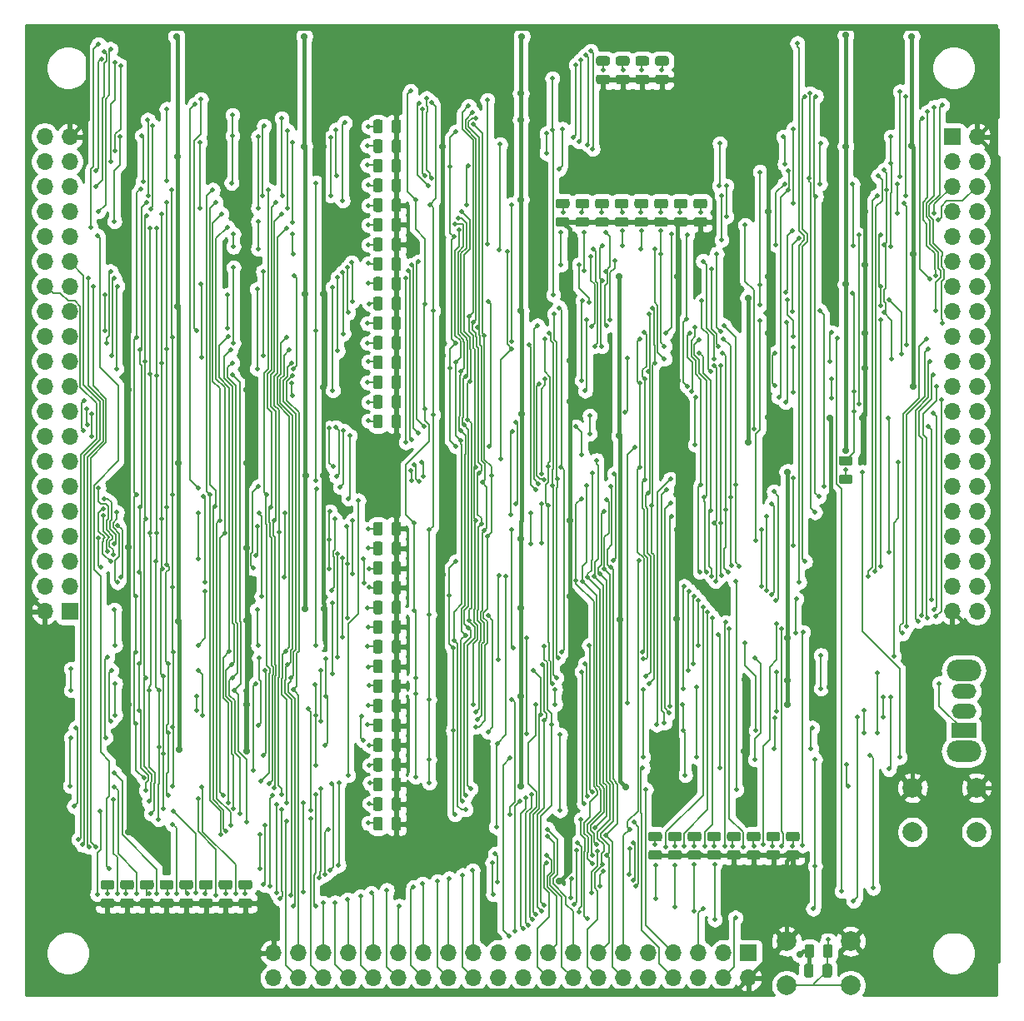
<source format=gbr>
G04 #@! TF.GenerationSoftware,KiCad,Pcbnew,(5.1.6-0-10_14)*
G04 #@! TF.CreationDate,2021-01-22T08:09:55+01:00*
G04 #@! TF.ProjectId,registers,72656769-7374-4657-9273-2e6b69636164,2*
G04 #@! TF.SameCoordinates,Original*
G04 #@! TF.FileFunction,Copper,L2,Bot*
G04 #@! TF.FilePolarity,Positive*
%FSLAX46Y46*%
G04 Gerber Fmt 4.6, Leading zero omitted, Abs format (unit mm)*
G04 Created by KiCad (PCBNEW (5.1.6-0-10_14)) date 2021-01-22 08:09:55*
%MOMM*%
%LPD*%
G01*
G04 APERTURE LIST*
G04 #@! TA.AperFunction,ComponentPad*
%ADD10C,2.000000*%
G04 #@! TD*
G04 #@! TA.AperFunction,ComponentPad*
%ADD11R,1.700000X1.700000*%
G04 #@! TD*
G04 #@! TA.AperFunction,ComponentPad*
%ADD12O,1.700000X1.700000*%
G04 #@! TD*
G04 #@! TA.AperFunction,ComponentPad*
%ADD13R,2.500000X1.500000*%
G04 #@! TD*
G04 #@! TA.AperFunction,ComponentPad*
%ADD14O,2.500000X1.500000*%
G04 #@! TD*
G04 #@! TA.AperFunction,ComponentPad*
%ADD15O,3.500000X2.200000*%
G04 #@! TD*
G04 #@! TA.AperFunction,ViaPad*
%ADD16C,0.700000*%
G04 #@! TD*
G04 #@! TA.AperFunction,ViaPad*
%ADD17C,0.500000*%
G04 #@! TD*
G04 #@! TA.AperFunction,Conductor*
%ADD18C,0.400000*%
G04 #@! TD*
G04 #@! TA.AperFunction,Conductor*
%ADD19C,0.160000*%
G04 #@! TD*
G04 #@! TA.AperFunction,Conductor*
%ADD20C,0.254000*%
G04 #@! TD*
G04 APERTURE END LIST*
D10*
X184500000Y-143800000D03*
X184500000Y-148300000D03*
X178000000Y-143800000D03*
X178000000Y-148300000D03*
X197300000Y-128200000D03*
X197300000Y-132700000D03*
X190800000Y-128200000D03*
X190800000Y-132700000D03*
D11*
X194818000Y-62000000D03*
D12*
X197358000Y-62000000D03*
X194818000Y-64540000D03*
X197358000Y-64540000D03*
X194818000Y-67080000D03*
X197358000Y-67080000D03*
X194818000Y-69620000D03*
X197358000Y-69620000D03*
X194818000Y-72160000D03*
X197358000Y-72160000D03*
X194818000Y-74700000D03*
X197358000Y-74700000D03*
X194818000Y-77240000D03*
X197358000Y-77240000D03*
X194818000Y-79780000D03*
X197358000Y-79780000D03*
X194818000Y-82320000D03*
X197358000Y-82320000D03*
X194818000Y-84860000D03*
X197358000Y-84860000D03*
X194818000Y-87400000D03*
X197358000Y-87400000D03*
X194818000Y-89940000D03*
X197358000Y-89940000D03*
X194818000Y-92480000D03*
X197358000Y-92480000D03*
X194818000Y-95020000D03*
X197358000Y-95020000D03*
X194818000Y-97560000D03*
X197358000Y-97560000D03*
X194818000Y-100100000D03*
X197358000Y-100100000D03*
X194818000Y-102640000D03*
X197358000Y-102640000D03*
X194818000Y-105180000D03*
X197358000Y-105180000D03*
X194818000Y-107720000D03*
X197358000Y-107720000D03*
X194818000Y-110260000D03*
X197358000Y-110260000D03*
G04 #@! TA.AperFunction,SMDPad,CuDef*
G36*
G01*
X179775000Y-147256250D02*
X179775000Y-146343750D01*
G75*
G02*
X180018750Y-146100000I243750J0D01*
G01*
X180506250Y-146100000D01*
G75*
G02*
X180750000Y-146343750I0J-243750D01*
G01*
X180750000Y-147256250D01*
G75*
G02*
X180506250Y-147500000I-243750J0D01*
G01*
X180018750Y-147500000D01*
G75*
G02*
X179775000Y-147256250I0J243750D01*
G01*
G37*
G04 #@! TD.AperFunction*
G04 #@! TA.AperFunction,SMDPad,CuDef*
G36*
G01*
X181650000Y-147256250D02*
X181650000Y-146343750D01*
G75*
G02*
X181893750Y-146100000I243750J0D01*
G01*
X182381250Y-146100000D01*
G75*
G02*
X182625000Y-146343750I0J-243750D01*
G01*
X182625000Y-147256250D01*
G75*
G02*
X182381250Y-147500000I-243750J0D01*
G01*
X181893750Y-147500000D01*
G75*
G02*
X181650000Y-147256250I0J243750D01*
G01*
G37*
G04 #@! TD.AperFunction*
X102616000Y-62000000D03*
X105156000Y-62000000D03*
X102616000Y-64540000D03*
X105156000Y-64540000D03*
X102616000Y-67080000D03*
X105156000Y-67080000D03*
X102616000Y-69620000D03*
X105156000Y-69620000D03*
X102616000Y-72160000D03*
X105156000Y-72160000D03*
X102616000Y-74700000D03*
X105156000Y-74700000D03*
X102616000Y-77240000D03*
X105156000Y-77240000D03*
X102616000Y-79780000D03*
X105156000Y-79780000D03*
X102616000Y-82320000D03*
X105156000Y-82320000D03*
X102616000Y-84860000D03*
X105156000Y-84860000D03*
X102616000Y-87400000D03*
X105156000Y-87400000D03*
X102616000Y-89940000D03*
X105156000Y-89940000D03*
X102616000Y-92480000D03*
X105156000Y-92480000D03*
X102616000Y-95020000D03*
X105156000Y-95020000D03*
X102616000Y-97560000D03*
X105156000Y-97560000D03*
X102616000Y-100100000D03*
X105156000Y-100100000D03*
X102616000Y-102640000D03*
X105156000Y-102640000D03*
X102616000Y-105180000D03*
X105156000Y-105180000D03*
X102616000Y-107720000D03*
X105156000Y-107720000D03*
X102616000Y-110260000D03*
D11*
X105156000Y-110260000D03*
G04 #@! TA.AperFunction,SMDPad,CuDef*
G36*
G01*
X179106250Y-133650000D02*
X178193750Y-133650000D01*
G75*
G02*
X177950000Y-133406250I0J243750D01*
G01*
X177950000Y-132918750D01*
G75*
G02*
X178193750Y-132675000I243750J0D01*
G01*
X179106250Y-132675000D01*
G75*
G02*
X179350000Y-132918750I0J-243750D01*
G01*
X179350000Y-133406250D01*
G75*
G02*
X179106250Y-133650000I-243750J0D01*
G01*
G37*
G04 #@! TD.AperFunction*
G04 #@! TA.AperFunction,SMDPad,CuDef*
G36*
G01*
X179106250Y-135525000D02*
X178193750Y-135525000D01*
G75*
G02*
X177950000Y-135281250I0J243750D01*
G01*
X177950000Y-134793750D01*
G75*
G02*
X178193750Y-134550000I243750J0D01*
G01*
X179106250Y-134550000D01*
G75*
G02*
X179350000Y-134793750I0J-243750D01*
G01*
X179350000Y-135281250D01*
G75*
G02*
X179106250Y-135525000I-243750J0D01*
G01*
G37*
G04 #@! TD.AperFunction*
G04 #@! TA.AperFunction,SMDPad,CuDef*
G36*
G01*
X177106250Y-133650000D02*
X176193750Y-133650000D01*
G75*
G02*
X175950000Y-133406250I0J243750D01*
G01*
X175950000Y-132918750D01*
G75*
G02*
X176193750Y-132675000I243750J0D01*
G01*
X177106250Y-132675000D01*
G75*
G02*
X177350000Y-132918750I0J-243750D01*
G01*
X177350000Y-133406250D01*
G75*
G02*
X177106250Y-133650000I-243750J0D01*
G01*
G37*
G04 #@! TD.AperFunction*
G04 #@! TA.AperFunction,SMDPad,CuDef*
G36*
G01*
X177106250Y-135525000D02*
X176193750Y-135525000D01*
G75*
G02*
X175950000Y-135281250I0J243750D01*
G01*
X175950000Y-134793750D01*
G75*
G02*
X176193750Y-134550000I243750J0D01*
G01*
X177106250Y-134550000D01*
G75*
G02*
X177350000Y-134793750I0J-243750D01*
G01*
X177350000Y-135281250D01*
G75*
G02*
X177106250Y-135525000I-243750J0D01*
G01*
G37*
G04 #@! TD.AperFunction*
G04 #@! TA.AperFunction,SMDPad,CuDef*
G36*
G01*
X175106250Y-133650000D02*
X174193750Y-133650000D01*
G75*
G02*
X173950000Y-133406250I0J243750D01*
G01*
X173950000Y-132918750D01*
G75*
G02*
X174193750Y-132675000I243750J0D01*
G01*
X175106250Y-132675000D01*
G75*
G02*
X175350000Y-132918750I0J-243750D01*
G01*
X175350000Y-133406250D01*
G75*
G02*
X175106250Y-133650000I-243750J0D01*
G01*
G37*
G04 #@! TD.AperFunction*
G04 #@! TA.AperFunction,SMDPad,CuDef*
G36*
G01*
X175106250Y-135525000D02*
X174193750Y-135525000D01*
G75*
G02*
X173950000Y-135281250I0J243750D01*
G01*
X173950000Y-134793750D01*
G75*
G02*
X174193750Y-134550000I243750J0D01*
G01*
X175106250Y-134550000D01*
G75*
G02*
X175350000Y-134793750I0J-243750D01*
G01*
X175350000Y-135281250D01*
G75*
G02*
X175106250Y-135525000I-243750J0D01*
G01*
G37*
G04 #@! TD.AperFunction*
G04 #@! TA.AperFunction,SMDPad,CuDef*
G36*
G01*
X173106250Y-133650000D02*
X172193750Y-133650000D01*
G75*
G02*
X171950000Y-133406250I0J243750D01*
G01*
X171950000Y-132918750D01*
G75*
G02*
X172193750Y-132675000I243750J0D01*
G01*
X173106250Y-132675000D01*
G75*
G02*
X173350000Y-132918750I0J-243750D01*
G01*
X173350000Y-133406250D01*
G75*
G02*
X173106250Y-133650000I-243750J0D01*
G01*
G37*
G04 #@! TD.AperFunction*
G04 #@! TA.AperFunction,SMDPad,CuDef*
G36*
G01*
X173106250Y-135525000D02*
X172193750Y-135525000D01*
G75*
G02*
X171950000Y-135281250I0J243750D01*
G01*
X171950000Y-134793750D01*
G75*
G02*
X172193750Y-134550000I243750J0D01*
G01*
X173106250Y-134550000D01*
G75*
G02*
X173350000Y-134793750I0J-243750D01*
G01*
X173350000Y-135281250D01*
G75*
G02*
X173106250Y-135525000I-243750J0D01*
G01*
G37*
G04 #@! TD.AperFunction*
G04 #@! TA.AperFunction,SMDPad,CuDef*
G36*
G01*
X171106250Y-133650000D02*
X170193750Y-133650000D01*
G75*
G02*
X169950000Y-133406250I0J243750D01*
G01*
X169950000Y-132918750D01*
G75*
G02*
X170193750Y-132675000I243750J0D01*
G01*
X171106250Y-132675000D01*
G75*
G02*
X171350000Y-132918750I0J-243750D01*
G01*
X171350000Y-133406250D01*
G75*
G02*
X171106250Y-133650000I-243750J0D01*
G01*
G37*
G04 #@! TD.AperFunction*
G04 #@! TA.AperFunction,SMDPad,CuDef*
G36*
G01*
X171106250Y-135525000D02*
X170193750Y-135525000D01*
G75*
G02*
X169950000Y-135281250I0J243750D01*
G01*
X169950000Y-134793750D01*
G75*
G02*
X170193750Y-134550000I243750J0D01*
G01*
X171106250Y-134550000D01*
G75*
G02*
X171350000Y-134793750I0J-243750D01*
G01*
X171350000Y-135281250D01*
G75*
G02*
X171106250Y-135525000I-243750J0D01*
G01*
G37*
G04 #@! TD.AperFunction*
G04 #@! TA.AperFunction,SMDPad,CuDef*
G36*
G01*
X169106250Y-133650000D02*
X168193750Y-133650000D01*
G75*
G02*
X167950000Y-133406250I0J243750D01*
G01*
X167950000Y-132918750D01*
G75*
G02*
X168193750Y-132675000I243750J0D01*
G01*
X169106250Y-132675000D01*
G75*
G02*
X169350000Y-132918750I0J-243750D01*
G01*
X169350000Y-133406250D01*
G75*
G02*
X169106250Y-133650000I-243750J0D01*
G01*
G37*
G04 #@! TD.AperFunction*
G04 #@! TA.AperFunction,SMDPad,CuDef*
G36*
G01*
X169106250Y-135525000D02*
X168193750Y-135525000D01*
G75*
G02*
X167950000Y-135281250I0J243750D01*
G01*
X167950000Y-134793750D01*
G75*
G02*
X168193750Y-134550000I243750J0D01*
G01*
X169106250Y-134550000D01*
G75*
G02*
X169350000Y-134793750I0J-243750D01*
G01*
X169350000Y-135281250D01*
G75*
G02*
X169106250Y-135525000I-243750J0D01*
G01*
G37*
G04 #@! TD.AperFunction*
G04 #@! TA.AperFunction,SMDPad,CuDef*
G36*
G01*
X167106250Y-133650000D02*
X166193750Y-133650000D01*
G75*
G02*
X165950000Y-133406250I0J243750D01*
G01*
X165950000Y-132918750D01*
G75*
G02*
X166193750Y-132675000I243750J0D01*
G01*
X167106250Y-132675000D01*
G75*
G02*
X167350000Y-132918750I0J-243750D01*
G01*
X167350000Y-133406250D01*
G75*
G02*
X167106250Y-133650000I-243750J0D01*
G01*
G37*
G04 #@! TD.AperFunction*
G04 #@! TA.AperFunction,SMDPad,CuDef*
G36*
G01*
X167106250Y-135525000D02*
X166193750Y-135525000D01*
G75*
G02*
X165950000Y-135281250I0J243750D01*
G01*
X165950000Y-134793750D01*
G75*
G02*
X166193750Y-134550000I243750J0D01*
G01*
X167106250Y-134550000D01*
G75*
G02*
X167350000Y-134793750I0J-243750D01*
G01*
X167350000Y-135281250D01*
G75*
G02*
X167106250Y-135525000I-243750J0D01*
G01*
G37*
G04 #@! TD.AperFunction*
G04 #@! TA.AperFunction,SMDPad,CuDef*
G36*
G01*
X165106250Y-133650000D02*
X164193750Y-133650000D01*
G75*
G02*
X163950000Y-133406250I0J243750D01*
G01*
X163950000Y-132918750D01*
G75*
G02*
X164193750Y-132675000I243750J0D01*
G01*
X165106250Y-132675000D01*
G75*
G02*
X165350000Y-132918750I0J-243750D01*
G01*
X165350000Y-133406250D01*
G75*
G02*
X165106250Y-133650000I-243750J0D01*
G01*
G37*
G04 #@! TD.AperFunction*
G04 #@! TA.AperFunction,SMDPad,CuDef*
G36*
G01*
X165106250Y-135525000D02*
X164193750Y-135525000D01*
G75*
G02*
X163950000Y-135281250I0J243750D01*
G01*
X163950000Y-134793750D01*
G75*
G02*
X164193750Y-134550000I243750J0D01*
G01*
X165106250Y-134550000D01*
G75*
G02*
X165350000Y-134793750I0J-243750D01*
G01*
X165350000Y-135281250D01*
G75*
G02*
X165106250Y-135525000I-243750J0D01*
G01*
G37*
G04 #@! TD.AperFunction*
G04 #@! TA.AperFunction,SMDPad,CuDef*
G36*
G01*
X159806250Y-54800000D02*
X158893750Y-54800000D01*
G75*
G02*
X158650000Y-54556250I0J243750D01*
G01*
X158650000Y-54068750D01*
G75*
G02*
X158893750Y-53825000I243750J0D01*
G01*
X159806250Y-53825000D01*
G75*
G02*
X160050000Y-54068750I0J-243750D01*
G01*
X160050000Y-54556250D01*
G75*
G02*
X159806250Y-54800000I-243750J0D01*
G01*
G37*
G04 #@! TD.AperFunction*
G04 #@! TA.AperFunction,SMDPad,CuDef*
G36*
G01*
X159806250Y-56675000D02*
X158893750Y-56675000D01*
G75*
G02*
X158650000Y-56431250I0J243750D01*
G01*
X158650000Y-55943750D01*
G75*
G02*
X158893750Y-55700000I243750J0D01*
G01*
X159806250Y-55700000D01*
G75*
G02*
X160050000Y-55943750I0J-243750D01*
G01*
X160050000Y-56431250D01*
G75*
G02*
X159806250Y-56675000I-243750J0D01*
G01*
G37*
G04 #@! TD.AperFunction*
G04 #@! TA.AperFunction,SMDPad,CuDef*
G36*
G01*
X161806250Y-54800000D02*
X160893750Y-54800000D01*
G75*
G02*
X160650000Y-54556250I0J243750D01*
G01*
X160650000Y-54068750D01*
G75*
G02*
X160893750Y-53825000I243750J0D01*
G01*
X161806250Y-53825000D01*
G75*
G02*
X162050000Y-54068750I0J-243750D01*
G01*
X162050000Y-54556250D01*
G75*
G02*
X161806250Y-54800000I-243750J0D01*
G01*
G37*
G04 #@! TD.AperFunction*
G04 #@! TA.AperFunction,SMDPad,CuDef*
G36*
G01*
X161806250Y-56675000D02*
X160893750Y-56675000D01*
G75*
G02*
X160650000Y-56431250I0J243750D01*
G01*
X160650000Y-55943750D01*
G75*
G02*
X160893750Y-55700000I243750J0D01*
G01*
X161806250Y-55700000D01*
G75*
G02*
X162050000Y-55943750I0J-243750D01*
G01*
X162050000Y-56431250D01*
G75*
G02*
X161806250Y-56675000I-243750J0D01*
G01*
G37*
G04 #@! TD.AperFunction*
G04 #@! TA.AperFunction,SMDPad,CuDef*
G36*
G01*
X163806250Y-54800000D02*
X162893750Y-54800000D01*
G75*
G02*
X162650000Y-54556250I0J243750D01*
G01*
X162650000Y-54068750D01*
G75*
G02*
X162893750Y-53825000I243750J0D01*
G01*
X163806250Y-53825000D01*
G75*
G02*
X164050000Y-54068750I0J-243750D01*
G01*
X164050000Y-54556250D01*
G75*
G02*
X163806250Y-54800000I-243750J0D01*
G01*
G37*
G04 #@! TD.AperFunction*
G04 #@! TA.AperFunction,SMDPad,CuDef*
G36*
G01*
X163806250Y-56675000D02*
X162893750Y-56675000D01*
G75*
G02*
X162650000Y-56431250I0J243750D01*
G01*
X162650000Y-55943750D01*
G75*
G02*
X162893750Y-55700000I243750J0D01*
G01*
X163806250Y-55700000D01*
G75*
G02*
X164050000Y-55943750I0J-243750D01*
G01*
X164050000Y-56431250D01*
G75*
G02*
X163806250Y-56675000I-243750J0D01*
G01*
G37*
G04 #@! TD.AperFunction*
G04 #@! TA.AperFunction,SMDPad,CuDef*
G36*
G01*
X165806250Y-54800000D02*
X164893750Y-54800000D01*
G75*
G02*
X164650000Y-54556250I0J243750D01*
G01*
X164650000Y-54068750D01*
G75*
G02*
X164893750Y-53825000I243750J0D01*
G01*
X165806250Y-53825000D01*
G75*
G02*
X166050000Y-54068750I0J-243750D01*
G01*
X166050000Y-54556250D01*
G75*
G02*
X165806250Y-54800000I-243750J0D01*
G01*
G37*
G04 #@! TD.AperFunction*
G04 #@! TA.AperFunction,SMDPad,CuDef*
G36*
G01*
X165806250Y-56675000D02*
X164893750Y-56675000D01*
G75*
G02*
X164650000Y-56431250I0J243750D01*
G01*
X164650000Y-55943750D01*
G75*
G02*
X164893750Y-55700000I243750J0D01*
G01*
X165806250Y-55700000D01*
G75*
G02*
X166050000Y-55943750I0J-243750D01*
G01*
X166050000Y-56431250D01*
G75*
G02*
X165806250Y-56675000I-243750J0D01*
G01*
G37*
G04 #@! TD.AperFunction*
G04 #@! TA.AperFunction,SMDPad,CuDef*
G36*
G01*
X183543750Y-96350000D02*
X184456250Y-96350000D01*
G75*
G02*
X184700000Y-96593750I0J-243750D01*
G01*
X184700000Y-97081250D01*
G75*
G02*
X184456250Y-97325000I-243750J0D01*
G01*
X183543750Y-97325000D01*
G75*
G02*
X183300000Y-97081250I0J243750D01*
G01*
X183300000Y-96593750D01*
G75*
G02*
X183543750Y-96350000I243750J0D01*
G01*
G37*
G04 #@! TD.AperFunction*
G04 #@! TA.AperFunction,SMDPad,CuDef*
G36*
G01*
X183543750Y-94475000D02*
X184456250Y-94475000D01*
G75*
G02*
X184700000Y-94718750I0J-243750D01*
G01*
X184700000Y-95206250D01*
G75*
G02*
X184456250Y-95450000I-243750J0D01*
G01*
X183543750Y-95450000D01*
G75*
G02*
X183300000Y-95206250I0J243750D01*
G01*
X183300000Y-94718750D01*
G75*
G02*
X183543750Y-94475000I243750J0D01*
G01*
G37*
G04 #@! TD.AperFunction*
G04 #@! TA.AperFunction,SMDPad,CuDef*
G36*
G01*
X136968000Y-60506750D02*
X136968000Y-61419250D01*
G75*
G02*
X136724250Y-61663000I-243750J0D01*
G01*
X136236750Y-61663000D01*
G75*
G02*
X135993000Y-61419250I0J243750D01*
G01*
X135993000Y-60506750D01*
G75*
G02*
X136236750Y-60263000I243750J0D01*
G01*
X136724250Y-60263000D01*
G75*
G02*
X136968000Y-60506750I0J-243750D01*
G01*
G37*
G04 #@! TD.AperFunction*
G04 #@! TA.AperFunction,SMDPad,CuDef*
G36*
G01*
X138843000Y-60506750D02*
X138843000Y-61419250D01*
G75*
G02*
X138599250Y-61663000I-243750J0D01*
G01*
X138111750Y-61663000D01*
G75*
G02*
X137868000Y-61419250I0J243750D01*
G01*
X137868000Y-60506750D01*
G75*
G02*
X138111750Y-60263000I243750J0D01*
G01*
X138599250Y-60263000D01*
G75*
G02*
X138843000Y-60506750I0J-243750D01*
G01*
G37*
G04 #@! TD.AperFunction*
G04 #@! TA.AperFunction,SMDPad,CuDef*
G36*
G01*
X136968000Y-62506750D02*
X136968000Y-63419250D01*
G75*
G02*
X136724250Y-63663000I-243750J0D01*
G01*
X136236750Y-63663000D01*
G75*
G02*
X135993000Y-63419250I0J243750D01*
G01*
X135993000Y-62506750D01*
G75*
G02*
X136236750Y-62263000I243750J0D01*
G01*
X136724250Y-62263000D01*
G75*
G02*
X136968000Y-62506750I0J-243750D01*
G01*
G37*
G04 #@! TD.AperFunction*
G04 #@! TA.AperFunction,SMDPad,CuDef*
G36*
G01*
X138843000Y-62506750D02*
X138843000Y-63419250D01*
G75*
G02*
X138599250Y-63663000I-243750J0D01*
G01*
X138111750Y-63663000D01*
G75*
G02*
X137868000Y-63419250I0J243750D01*
G01*
X137868000Y-62506750D01*
G75*
G02*
X138111750Y-62263000I243750J0D01*
G01*
X138599250Y-62263000D01*
G75*
G02*
X138843000Y-62506750I0J-243750D01*
G01*
G37*
G04 #@! TD.AperFunction*
G04 #@! TA.AperFunction,SMDPad,CuDef*
G36*
G01*
X136968000Y-64506750D02*
X136968000Y-65419250D01*
G75*
G02*
X136724250Y-65663000I-243750J0D01*
G01*
X136236750Y-65663000D01*
G75*
G02*
X135993000Y-65419250I0J243750D01*
G01*
X135993000Y-64506750D01*
G75*
G02*
X136236750Y-64263000I243750J0D01*
G01*
X136724250Y-64263000D01*
G75*
G02*
X136968000Y-64506750I0J-243750D01*
G01*
G37*
G04 #@! TD.AperFunction*
G04 #@! TA.AperFunction,SMDPad,CuDef*
G36*
G01*
X138843000Y-64506750D02*
X138843000Y-65419250D01*
G75*
G02*
X138599250Y-65663000I-243750J0D01*
G01*
X138111750Y-65663000D01*
G75*
G02*
X137868000Y-65419250I0J243750D01*
G01*
X137868000Y-64506750D01*
G75*
G02*
X138111750Y-64263000I243750J0D01*
G01*
X138599250Y-64263000D01*
G75*
G02*
X138843000Y-64506750I0J-243750D01*
G01*
G37*
G04 #@! TD.AperFunction*
G04 #@! TA.AperFunction,SMDPad,CuDef*
G36*
G01*
X136968000Y-66506750D02*
X136968000Y-67419250D01*
G75*
G02*
X136724250Y-67663000I-243750J0D01*
G01*
X136236750Y-67663000D01*
G75*
G02*
X135993000Y-67419250I0J243750D01*
G01*
X135993000Y-66506750D01*
G75*
G02*
X136236750Y-66263000I243750J0D01*
G01*
X136724250Y-66263000D01*
G75*
G02*
X136968000Y-66506750I0J-243750D01*
G01*
G37*
G04 #@! TD.AperFunction*
G04 #@! TA.AperFunction,SMDPad,CuDef*
G36*
G01*
X138843000Y-66506750D02*
X138843000Y-67419250D01*
G75*
G02*
X138599250Y-67663000I-243750J0D01*
G01*
X138111750Y-67663000D01*
G75*
G02*
X137868000Y-67419250I0J243750D01*
G01*
X137868000Y-66506750D01*
G75*
G02*
X138111750Y-66263000I243750J0D01*
G01*
X138599250Y-66263000D01*
G75*
G02*
X138843000Y-66506750I0J-243750D01*
G01*
G37*
G04 #@! TD.AperFunction*
G04 #@! TA.AperFunction,SMDPad,CuDef*
G36*
G01*
X136968000Y-68506750D02*
X136968000Y-69419250D01*
G75*
G02*
X136724250Y-69663000I-243750J0D01*
G01*
X136236750Y-69663000D01*
G75*
G02*
X135993000Y-69419250I0J243750D01*
G01*
X135993000Y-68506750D01*
G75*
G02*
X136236750Y-68263000I243750J0D01*
G01*
X136724250Y-68263000D01*
G75*
G02*
X136968000Y-68506750I0J-243750D01*
G01*
G37*
G04 #@! TD.AperFunction*
G04 #@! TA.AperFunction,SMDPad,CuDef*
G36*
G01*
X138843000Y-68506750D02*
X138843000Y-69419250D01*
G75*
G02*
X138599250Y-69663000I-243750J0D01*
G01*
X138111750Y-69663000D01*
G75*
G02*
X137868000Y-69419250I0J243750D01*
G01*
X137868000Y-68506750D01*
G75*
G02*
X138111750Y-68263000I243750J0D01*
G01*
X138599250Y-68263000D01*
G75*
G02*
X138843000Y-68506750I0J-243750D01*
G01*
G37*
G04 #@! TD.AperFunction*
G04 #@! TA.AperFunction,SMDPad,CuDef*
G36*
G01*
X136968000Y-70506750D02*
X136968000Y-71419250D01*
G75*
G02*
X136724250Y-71663000I-243750J0D01*
G01*
X136236750Y-71663000D01*
G75*
G02*
X135993000Y-71419250I0J243750D01*
G01*
X135993000Y-70506750D01*
G75*
G02*
X136236750Y-70263000I243750J0D01*
G01*
X136724250Y-70263000D01*
G75*
G02*
X136968000Y-70506750I0J-243750D01*
G01*
G37*
G04 #@! TD.AperFunction*
G04 #@! TA.AperFunction,SMDPad,CuDef*
G36*
G01*
X138843000Y-70506750D02*
X138843000Y-71419250D01*
G75*
G02*
X138599250Y-71663000I-243750J0D01*
G01*
X138111750Y-71663000D01*
G75*
G02*
X137868000Y-71419250I0J243750D01*
G01*
X137868000Y-70506750D01*
G75*
G02*
X138111750Y-70263000I243750J0D01*
G01*
X138599250Y-70263000D01*
G75*
G02*
X138843000Y-70506750I0J-243750D01*
G01*
G37*
G04 #@! TD.AperFunction*
G04 #@! TA.AperFunction,SMDPad,CuDef*
G36*
G01*
X136968000Y-72506750D02*
X136968000Y-73419250D01*
G75*
G02*
X136724250Y-73663000I-243750J0D01*
G01*
X136236750Y-73663000D01*
G75*
G02*
X135993000Y-73419250I0J243750D01*
G01*
X135993000Y-72506750D01*
G75*
G02*
X136236750Y-72263000I243750J0D01*
G01*
X136724250Y-72263000D01*
G75*
G02*
X136968000Y-72506750I0J-243750D01*
G01*
G37*
G04 #@! TD.AperFunction*
G04 #@! TA.AperFunction,SMDPad,CuDef*
G36*
G01*
X138843000Y-72506750D02*
X138843000Y-73419250D01*
G75*
G02*
X138599250Y-73663000I-243750J0D01*
G01*
X138111750Y-73663000D01*
G75*
G02*
X137868000Y-73419250I0J243750D01*
G01*
X137868000Y-72506750D01*
G75*
G02*
X138111750Y-72263000I243750J0D01*
G01*
X138599250Y-72263000D01*
G75*
G02*
X138843000Y-72506750I0J-243750D01*
G01*
G37*
G04 #@! TD.AperFunction*
G04 #@! TA.AperFunction,SMDPad,CuDef*
G36*
G01*
X136968000Y-74506750D02*
X136968000Y-75419250D01*
G75*
G02*
X136724250Y-75663000I-243750J0D01*
G01*
X136236750Y-75663000D01*
G75*
G02*
X135993000Y-75419250I0J243750D01*
G01*
X135993000Y-74506750D01*
G75*
G02*
X136236750Y-74263000I243750J0D01*
G01*
X136724250Y-74263000D01*
G75*
G02*
X136968000Y-74506750I0J-243750D01*
G01*
G37*
G04 #@! TD.AperFunction*
G04 #@! TA.AperFunction,SMDPad,CuDef*
G36*
G01*
X138843000Y-74506750D02*
X138843000Y-75419250D01*
G75*
G02*
X138599250Y-75663000I-243750J0D01*
G01*
X138111750Y-75663000D01*
G75*
G02*
X137868000Y-75419250I0J243750D01*
G01*
X137868000Y-74506750D01*
G75*
G02*
X138111750Y-74263000I243750J0D01*
G01*
X138599250Y-74263000D01*
G75*
G02*
X138843000Y-74506750I0J-243750D01*
G01*
G37*
G04 #@! TD.AperFunction*
G04 #@! TA.AperFunction,SMDPad,CuDef*
G36*
G01*
X136968000Y-76506750D02*
X136968000Y-77419250D01*
G75*
G02*
X136724250Y-77663000I-243750J0D01*
G01*
X136236750Y-77663000D01*
G75*
G02*
X135993000Y-77419250I0J243750D01*
G01*
X135993000Y-76506750D01*
G75*
G02*
X136236750Y-76263000I243750J0D01*
G01*
X136724250Y-76263000D01*
G75*
G02*
X136968000Y-76506750I0J-243750D01*
G01*
G37*
G04 #@! TD.AperFunction*
G04 #@! TA.AperFunction,SMDPad,CuDef*
G36*
G01*
X138843000Y-76506750D02*
X138843000Y-77419250D01*
G75*
G02*
X138599250Y-77663000I-243750J0D01*
G01*
X138111750Y-77663000D01*
G75*
G02*
X137868000Y-77419250I0J243750D01*
G01*
X137868000Y-76506750D01*
G75*
G02*
X138111750Y-76263000I243750J0D01*
G01*
X138599250Y-76263000D01*
G75*
G02*
X138843000Y-76506750I0J-243750D01*
G01*
G37*
G04 #@! TD.AperFunction*
G04 #@! TA.AperFunction,SMDPad,CuDef*
G36*
G01*
X136968000Y-78506750D02*
X136968000Y-79419250D01*
G75*
G02*
X136724250Y-79663000I-243750J0D01*
G01*
X136236750Y-79663000D01*
G75*
G02*
X135993000Y-79419250I0J243750D01*
G01*
X135993000Y-78506750D01*
G75*
G02*
X136236750Y-78263000I243750J0D01*
G01*
X136724250Y-78263000D01*
G75*
G02*
X136968000Y-78506750I0J-243750D01*
G01*
G37*
G04 #@! TD.AperFunction*
G04 #@! TA.AperFunction,SMDPad,CuDef*
G36*
G01*
X138843000Y-78506750D02*
X138843000Y-79419250D01*
G75*
G02*
X138599250Y-79663000I-243750J0D01*
G01*
X138111750Y-79663000D01*
G75*
G02*
X137868000Y-79419250I0J243750D01*
G01*
X137868000Y-78506750D01*
G75*
G02*
X138111750Y-78263000I243750J0D01*
G01*
X138599250Y-78263000D01*
G75*
G02*
X138843000Y-78506750I0J-243750D01*
G01*
G37*
G04 #@! TD.AperFunction*
G04 #@! TA.AperFunction,SMDPad,CuDef*
G36*
G01*
X136968000Y-80506750D02*
X136968000Y-81419250D01*
G75*
G02*
X136724250Y-81663000I-243750J0D01*
G01*
X136236750Y-81663000D01*
G75*
G02*
X135993000Y-81419250I0J243750D01*
G01*
X135993000Y-80506750D01*
G75*
G02*
X136236750Y-80263000I243750J0D01*
G01*
X136724250Y-80263000D01*
G75*
G02*
X136968000Y-80506750I0J-243750D01*
G01*
G37*
G04 #@! TD.AperFunction*
G04 #@! TA.AperFunction,SMDPad,CuDef*
G36*
G01*
X138843000Y-80506750D02*
X138843000Y-81419250D01*
G75*
G02*
X138599250Y-81663000I-243750J0D01*
G01*
X138111750Y-81663000D01*
G75*
G02*
X137868000Y-81419250I0J243750D01*
G01*
X137868000Y-80506750D01*
G75*
G02*
X138111750Y-80263000I243750J0D01*
G01*
X138599250Y-80263000D01*
G75*
G02*
X138843000Y-80506750I0J-243750D01*
G01*
G37*
G04 #@! TD.AperFunction*
G04 #@! TA.AperFunction,SMDPad,CuDef*
G36*
G01*
X136968000Y-82506750D02*
X136968000Y-83419250D01*
G75*
G02*
X136724250Y-83663000I-243750J0D01*
G01*
X136236750Y-83663000D01*
G75*
G02*
X135993000Y-83419250I0J243750D01*
G01*
X135993000Y-82506750D01*
G75*
G02*
X136236750Y-82263000I243750J0D01*
G01*
X136724250Y-82263000D01*
G75*
G02*
X136968000Y-82506750I0J-243750D01*
G01*
G37*
G04 #@! TD.AperFunction*
G04 #@! TA.AperFunction,SMDPad,CuDef*
G36*
G01*
X138843000Y-82506750D02*
X138843000Y-83419250D01*
G75*
G02*
X138599250Y-83663000I-243750J0D01*
G01*
X138111750Y-83663000D01*
G75*
G02*
X137868000Y-83419250I0J243750D01*
G01*
X137868000Y-82506750D01*
G75*
G02*
X138111750Y-82263000I243750J0D01*
G01*
X138599250Y-82263000D01*
G75*
G02*
X138843000Y-82506750I0J-243750D01*
G01*
G37*
G04 #@! TD.AperFunction*
G04 #@! TA.AperFunction,SMDPad,CuDef*
G36*
G01*
X136968000Y-84506750D02*
X136968000Y-85419250D01*
G75*
G02*
X136724250Y-85663000I-243750J0D01*
G01*
X136236750Y-85663000D01*
G75*
G02*
X135993000Y-85419250I0J243750D01*
G01*
X135993000Y-84506750D01*
G75*
G02*
X136236750Y-84263000I243750J0D01*
G01*
X136724250Y-84263000D01*
G75*
G02*
X136968000Y-84506750I0J-243750D01*
G01*
G37*
G04 #@! TD.AperFunction*
G04 #@! TA.AperFunction,SMDPad,CuDef*
G36*
G01*
X138843000Y-84506750D02*
X138843000Y-85419250D01*
G75*
G02*
X138599250Y-85663000I-243750J0D01*
G01*
X138111750Y-85663000D01*
G75*
G02*
X137868000Y-85419250I0J243750D01*
G01*
X137868000Y-84506750D01*
G75*
G02*
X138111750Y-84263000I243750J0D01*
G01*
X138599250Y-84263000D01*
G75*
G02*
X138843000Y-84506750I0J-243750D01*
G01*
G37*
G04 #@! TD.AperFunction*
G04 #@! TA.AperFunction,SMDPad,CuDef*
G36*
G01*
X136968000Y-86506750D02*
X136968000Y-87419250D01*
G75*
G02*
X136724250Y-87663000I-243750J0D01*
G01*
X136236750Y-87663000D01*
G75*
G02*
X135993000Y-87419250I0J243750D01*
G01*
X135993000Y-86506750D01*
G75*
G02*
X136236750Y-86263000I243750J0D01*
G01*
X136724250Y-86263000D01*
G75*
G02*
X136968000Y-86506750I0J-243750D01*
G01*
G37*
G04 #@! TD.AperFunction*
G04 #@! TA.AperFunction,SMDPad,CuDef*
G36*
G01*
X138843000Y-86506750D02*
X138843000Y-87419250D01*
G75*
G02*
X138599250Y-87663000I-243750J0D01*
G01*
X138111750Y-87663000D01*
G75*
G02*
X137868000Y-87419250I0J243750D01*
G01*
X137868000Y-86506750D01*
G75*
G02*
X138111750Y-86263000I243750J0D01*
G01*
X138599250Y-86263000D01*
G75*
G02*
X138843000Y-86506750I0J-243750D01*
G01*
G37*
G04 #@! TD.AperFunction*
G04 #@! TA.AperFunction,SMDPad,CuDef*
G36*
G01*
X136968000Y-88506750D02*
X136968000Y-89419250D01*
G75*
G02*
X136724250Y-89663000I-243750J0D01*
G01*
X136236750Y-89663000D01*
G75*
G02*
X135993000Y-89419250I0J243750D01*
G01*
X135993000Y-88506750D01*
G75*
G02*
X136236750Y-88263000I243750J0D01*
G01*
X136724250Y-88263000D01*
G75*
G02*
X136968000Y-88506750I0J-243750D01*
G01*
G37*
G04 #@! TD.AperFunction*
G04 #@! TA.AperFunction,SMDPad,CuDef*
G36*
G01*
X138843000Y-88506750D02*
X138843000Y-89419250D01*
G75*
G02*
X138599250Y-89663000I-243750J0D01*
G01*
X138111750Y-89663000D01*
G75*
G02*
X137868000Y-89419250I0J243750D01*
G01*
X137868000Y-88506750D01*
G75*
G02*
X138111750Y-88263000I243750J0D01*
G01*
X138599250Y-88263000D01*
G75*
G02*
X138843000Y-88506750I0J-243750D01*
G01*
G37*
G04 #@! TD.AperFunction*
G04 #@! TA.AperFunction,SMDPad,CuDef*
G36*
G01*
X136968000Y-90506750D02*
X136968000Y-91419250D01*
G75*
G02*
X136724250Y-91663000I-243750J0D01*
G01*
X136236750Y-91663000D01*
G75*
G02*
X135993000Y-91419250I0J243750D01*
G01*
X135993000Y-90506750D01*
G75*
G02*
X136236750Y-90263000I243750J0D01*
G01*
X136724250Y-90263000D01*
G75*
G02*
X136968000Y-90506750I0J-243750D01*
G01*
G37*
G04 #@! TD.AperFunction*
G04 #@! TA.AperFunction,SMDPad,CuDef*
G36*
G01*
X138843000Y-90506750D02*
X138843000Y-91419250D01*
G75*
G02*
X138599250Y-91663000I-243750J0D01*
G01*
X138111750Y-91663000D01*
G75*
G02*
X137868000Y-91419250I0J243750D01*
G01*
X137868000Y-90506750D01*
G75*
G02*
X138111750Y-90263000I243750J0D01*
G01*
X138599250Y-90263000D01*
G75*
G02*
X138843000Y-90506750I0J-243750D01*
G01*
G37*
G04 #@! TD.AperFunction*
G04 #@! TA.AperFunction,SMDPad,CuDef*
G36*
G01*
X138843000Y-101406750D02*
X138843000Y-102319250D01*
G75*
G02*
X138599250Y-102563000I-243750J0D01*
G01*
X138111750Y-102563000D01*
G75*
G02*
X137868000Y-102319250I0J243750D01*
G01*
X137868000Y-101406750D01*
G75*
G02*
X138111750Y-101163000I243750J0D01*
G01*
X138599250Y-101163000D01*
G75*
G02*
X138843000Y-101406750I0J-243750D01*
G01*
G37*
G04 #@! TD.AperFunction*
G04 #@! TA.AperFunction,SMDPad,CuDef*
G36*
G01*
X136968000Y-101406750D02*
X136968000Y-102319250D01*
G75*
G02*
X136724250Y-102563000I-243750J0D01*
G01*
X136236750Y-102563000D01*
G75*
G02*
X135993000Y-102319250I0J243750D01*
G01*
X135993000Y-101406750D01*
G75*
G02*
X136236750Y-101163000I243750J0D01*
G01*
X136724250Y-101163000D01*
G75*
G02*
X136968000Y-101406750I0J-243750D01*
G01*
G37*
G04 #@! TD.AperFunction*
G04 #@! TA.AperFunction,SMDPad,CuDef*
G36*
G01*
X138843000Y-103406750D02*
X138843000Y-104319250D01*
G75*
G02*
X138599250Y-104563000I-243750J0D01*
G01*
X138111750Y-104563000D01*
G75*
G02*
X137868000Y-104319250I0J243750D01*
G01*
X137868000Y-103406750D01*
G75*
G02*
X138111750Y-103163000I243750J0D01*
G01*
X138599250Y-103163000D01*
G75*
G02*
X138843000Y-103406750I0J-243750D01*
G01*
G37*
G04 #@! TD.AperFunction*
G04 #@! TA.AperFunction,SMDPad,CuDef*
G36*
G01*
X136968000Y-103406750D02*
X136968000Y-104319250D01*
G75*
G02*
X136724250Y-104563000I-243750J0D01*
G01*
X136236750Y-104563000D01*
G75*
G02*
X135993000Y-104319250I0J243750D01*
G01*
X135993000Y-103406750D01*
G75*
G02*
X136236750Y-103163000I243750J0D01*
G01*
X136724250Y-103163000D01*
G75*
G02*
X136968000Y-103406750I0J-243750D01*
G01*
G37*
G04 #@! TD.AperFunction*
G04 #@! TA.AperFunction,SMDPad,CuDef*
G36*
G01*
X138843000Y-105406750D02*
X138843000Y-106319250D01*
G75*
G02*
X138599250Y-106563000I-243750J0D01*
G01*
X138111750Y-106563000D01*
G75*
G02*
X137868000Y-106319250I0J243750D01*
G01*
X137868000Y-105406750D01*
G75*
G02*
X138111750Y-105163000I243750J0D01*
G01*
X138599250Y-105163000D01*
G75*
G02*
X138843000Y-105406750I0J-243750D01*
G01*
G37*
G04 #@! TD.AperFunction*
G04 #@! TA.AperFunction,SMDPad,CuDef*
G36*
G01*
X136968000Y-105406750D02*
X136968000Y-106319250D01*
G75*
G02*
X136724250Y-106563000I-243750J0D01*
G01*
X136236750Y-106563000D01*
G75*
G02*
X135993000Y-106319250I0J243750D01*
G01*
X135993000Y-105406750D01*
G75*
G02*
X136236750Y-105163000I243750J0D01*
G01*
X136724250Y-105163000D01*
G75*
G02*
X136968000Y-105406750I0J-243750D01*
G01*
G37*
G04 #@! TD.AperFunction*
G04 #@! TA.AperFunction,SMDPad,CuDef*
G36*
G01*
X138843000Y-107406750D02*
X138843000Y-108319250D01*
G75*
G02*
X138599250Y-108563000I-243750J0D01*
G01*
X138111750Y-108563000D01*
G75*
G02*
X137868000Y-108319250I0J243750D01*
G01*
X137868000Y-107406750D01*
G75*
G02*
X138111750Y-107163000I243750J0D01*
G01*
X138599250Y-107163000D01*
G75*
G02*
X138843000Y-107406750I0J-243750D01*
G01*
G37*
G04 #@! TD.AperFunction*
G04 #@! TA.AperFunction,SMDPad,CuDef*
G36*
G01*
X136968000Y-107406750D02*
X136968000Y-108319250D01*
G75*
G02*
X136724250Y-108563000I-243750J0D01*
G01*
X136236750Y-108563000D01*
G75*
G02*
X135993000Y-108319250I0J243750D01*
G01*
X135993000Y-107406750D01*
G75*
G02*
X136236750Y-107163000I243750J0D01*
G01*
X136724250Y-107163000D01*
G75*
G02*
X136968000Y-107406750I0J-243750D01*
G01*
G37*
G04 #@! TD.AperFunction*
G04 #@! TA.AperFunction,SMDPad,CuDef*
G36*
G01*
X138843000Y-109406750D02*
X138843000Y-110319250D01*
G75*
G02*
X138599250Y-110563000I-243750J0D01*
G01*
X138111750Y-110563000D01*
G75*
G02*
X137868000Y-110319250I0J243750D01*
G01*
X137868000Y-109406750D01*
G75*
G02*
X138111750Y-109163000I243750J0D01*
G01*
X138599250Y-109163000D01*
G75*
G02*
X138843000Y-109406750I0J-243750D01*
G01*
G37*
G04 #@! TD.AperFunction*
G04 #@! TA.AperFunction,SMDPad,CuDef*
G36*
G01*
X136968000Y-109406750D02*
X136968000Y-110319250D01*
G75*
G02*
X136724250Y-110563000I-243750J0D01*
G01*
X136236750Y-110563000D01*
G75*
G02*
X135993000Y-110319250I0J243750D01*
G01*
X135993000Y-109406750D01*
G75*
G02*
X136236750Y-109163000I243750J0D01*
G01*
X136724250Y-109163000D01*
G75*
G02*
X136968000Y-109406750I0J-243750D01*
G01*
G37*
G04 #@! TD.AperFunction*
G04 #@! TA.AperFunction,SMDPad,CuDef*
G36*
G01*
X138843000Y-111406750D02*
X138843000Y-112319250D01*
G75*
G02*
X138599250Y-112563000I-243750J0D01*
G01*
X138111750Y-112563000D01*
G75*
G02*
X137868000Y-112319250I0J243750D01*
G01*
X137868000Y-111406750D01*
G75*
G02*
X138111750Y-111163000I243750J0D01*
G01*
X138599250Y-111163000D01*
G75*
G02*
X138843000Y-111406750I0J-243750D01*
G01*
G37*
G04 #@! TD.AperFunction*
G04 #@! TA.AperFunction,SMDPad,CuDef*
G36*
G01*
X136968000Y-111406750D02*
X136968000Y-112319250D01*
G75*
G02*
X136724250Y-112563000I-243750J0D01*
G01*
X136236750Y-112563000D01*
G75*
G02*
X135993000Y-112319250I0J243750D01*
G01*
X135993000Y-111406750D01*
G75*
G02*
X136236750Y-111163000I243750J0D01*
G01*
X136724250Y-111163000D01*
G75*
G02*
X136968000Y-111406750I0J-243750D01*
G01*
G37*
G04 #@! TD.AperFunction*
G04 #@! TA.AperFunction,SMDPad,CuDef*
G36*
G01*
X136968000Y-113406750D02*
X136968000Y-114319250D01*
G75*
G02*
X136724250Y-114563000I-243750J0D01*
G01*
X136236750Y-114563000D01*
G75*
G02*
X135993000Y-114319250I0J243750D01*
G01*
X135993000Y-113406750D01*
G75*
G02*
X136236750Y-113163000I243750J0D01*
G01*
X136724250Y-113163000D01*
G75*
G02*
X136968000Y-113406750I0J-243750D01*
G01*
G37*
G04 #@! TD.AperFunction*
G04 #@! TA.AperFunction,SMDPad,CuDef*
G36*
G01*
X138843000Y-113406750D02*
X138843000Y-114319250D01*
G75*
G02*
X138599250Y-114563000I-243750J0D01*
G01*
X138111750Y-114563000D01*
G75*
G02*
X137868000Y-114319250I0J243750D01*
G01*
X137868000Y-113406750D01*
G75*
G02*
X138111750Y-113163000I243750J0D01*
G01*
X138599250Y-113163000D01*
G75*
G02*
X138843000Y-113406750I0J-243750D01*
G01*
G37*
G04 #@! TD.AperFunction*
G04 #@! TA.AperFunction,SMDPad,CuDef*
G36*
G01*
X138843000Y-115406750D02*
X138843000Y-116319250D01*
G75*
G02*
X138599250Y-116563000I-243750J0D01*
G01*
X138111750Y-116563000D01*
G75*
G02*
X137868000Y-116319250I0J243750D01*
G01*
X137868000Y-115406750D01*
G75*
G02*
X138111750Y-115163000I243750J0D01*
G01*
X138599250Y-115163000D01*
G75*
G02*
X138843000Y-115406750I0J-243750D01*
G01*
G37*
G04 #@! TD.AperFunction*
G04 #@! TA.AperFunction,SMDPad,CuDef*
G36*
G01*
X136968000Y-115406750D02*
X136968000Y-116319250D01*
G75*
G02*
X136724250Y-116563000I-243750J0D01*
G01*
X136236750Y-116563000D01*
G75*
G02*
X135993000Y-116319250I0J243750D01*
G01*
X135993000Y-115406750D01*
G75*
G02*
X136236750Y-115163000I243750J0D01*
G01*
X136724250Y-115163000D01*
G75*
G02*
X136968000Y-115406750I0J-243750D01*
G01*
G37*
G04 #@! TD.AperFunction*
G04 #@! TA.AperFunction,SMDPad,CuDef*
G36*
G01*
X138843000Y-117406750D02*
X138843000Y-118319250D01*
G75*
G02*
X138599250Y-118563000I-243750J0D01*
G01*
X138111750Y-118563000D01*
G75*
G02*
X137868000Y-118319250I0J243750D01*
G01*
X137868000Y-117406750D01*
G75*
G02*
X138111750Y-117163000I243750J0D01*
G01*
X138599250Y-117163000D01*
G75*
G02*
X138843000Y-117406750I0J-243750D01*
G01*
G37*
G04 #@! TD.AperFunction*
G04 #@! TA.AperFunction,SMDPad,CuDef*
G36*
G01*
X136968000Y-117406750D02*
X136968000Y-118319250D01*
G75*
G02*
X136724250Y-118563000I-243750J0D01*
G01*
X136236750Y-118563000D01*
G75*
G02*
X135993000Y-118319250I0J243750D01*
G01*
X135993000Y-117406750D01*
G75*
G02*
X136236750Y-117163000I243750J0D01*
G01*
X136724250Y-117163000D01*
G75*
G02*
X136968000Y-117406750I0J-243750D01*
G01*
G37*
G04 #@! TD.AperFunction*
G04 #@! TA.AperFunction,SMDPad,CuDef*
G36*
G01*
X138843000Y-119406750D02*
X138843000Y-120319250D01*
G75*
G02*
X138599250Y-120563000I-243750J0D01*
G01*
X138111750Y-120563000D01*
G75*
G02*
X137868000Y-120319250I0J243750D01*
G01*
X137868000Y-119406750D01*
G75*
G02*
X138111750Y-119163000I243750J0D01*
G01*
X138599250Y-119163000D01*
G75*
G02*
X138843000Y-119406750I0J-243750D01*
G01*
G37*
G04 #@! TD.AperFunction*
G04 #@! TA.AperFunction,SMDPad,CuDef*
G36*
G01*
X136968000Y-119406750D02*
X136968000Y-120319250D01*
G75*
G02*
X136724250Y-120563000I-243750J0D01*
G01*
X136236750Y-120563000D01*
G75*
G02*
X135993000Y-120319250I0J243750D01*
G01*
X135993000Y-119406750D01*
G75*
G02*
X136236750Y-119163000I243750J0D01*
G01*
X136724250Y-119163000D01*
G75*
G02*
X136968000Y-119406750I0J-243750D01*
G01*
G37*
G04 #@! TD.AperFunction*
G04 #@! TA.AperFunction,SMDPad,CuDef*
G36*
G01*
X136968000Y-121406750D02*
X136968000Y-122319250D01*
G75*
G02*
X136724250Y-122563000I-243750J0D01*
G01*
X136236750Y-122563000D01*
G75*
G02*
X135993000Y-122319250I0J243750D01*
G01*
X135993000Y-121406750D01*
G75*
G02*
X136236750Y-121163000I243750J0D01*
G01*
X136724250Y-121163000D01*
G75*
G02*
X136968000Y-121406750I0J-243750D01*
G01*
G37*
G04 #@! TD.AperFunction*
G04 #@! TA.AperFunction,SMDPad,CuDef*
G36*
G01*
X138843000Y-121406750D02*
X138843000Y-122319250D01*
G75*
G02*
X138599250Y-122563000I-243750J0D01*
G01*
X138111750Y-122563000D01*
G75*
G02*
X137868000Y-122319250I0J243750D01*
G01*
X137868000Y-121406750D01*
G75*
G02*
X138111750Y-121163000I243750J0D01*
G01*
X138599250Y-121163000D01*
G75*
G02*
X138843000Y-121406750I0J-243750D01*
G01*
G37*
G04 #@! TD.AperFunction*
G04 #@! TA.AperFunction,SMDPad,CuDef*
G36*
G01*
X138843000Y-123406750D02*
X138843000Y-124319250D01*
G75*
G02*
X138599250Y-124563000I-243750J0D01*
G01*
X138111750Y-124563000D01*
G75*
G02*
X137868000Y-124319250I0J243750D01*
G01*
X137868000Y-123406750D01*
G75*
G02*
X138111750Y-123163000I243750J0D01*
G01*
X138599250Y-123163000D01*
G75*
G02*
X138843000Y-123406750I0J-243750D01*
G01*
G37*
G04 #@! TD.AperFunction*
G04 #@! TA.AperFunction,SMDPad,CuDef*
G36*
G01*
X136968000Y-123406750D02*
X136968000Y-124319250D01*
G75*
G02*
X136724250Y-124563000I-243750J0D01*
G01*
X136236750Y-124563000D01*
G75*
G02*
X135993000Y-124319250I0J243750D01*
G01*
X135993000Y-123406750D01*
G75*
G02*
X136236750Y-123163000I243750J0D01*
G01*
X136724250Y-123163000D01*
G75*
G02*
X136968000Y-123406750I0J-243750D01*
G01*
G37*
G04 #@! TD.AperFunction*
G04 #@! TA.AperFunction,SMDPad,CuDef*
G36*
G01*
X136968000Y-125406750D02*
X136968000Y-126319250D01*
G75*
G02*
X136724250Y-126563000I-243750J0D01*
G01*
X136236750Y-126563000D01*
G75*
G02*
X135993000Y-126319250I0J243750D01*
G01*
X135993000Y-125406750D01*
G75*
G02*
X136236750Y-125163000I243750J0D01*
G01*
X136724250Y-125163000D01*
G75*
G02*
X136968000Y-125406750I0J-243750D01*
G01*
G37*
G04 #@! TD.AperFunction*
G04 #@! TA.AperFunction,SMDPad,CuDef*
G36*
G01*
X138843000Y-125406750D02*
X138843000Y-126319250D01*
G75*
G02*
X138599250Y-126563000I-243750J0D01*
G01*
X138111750Y-126563000D01*
G75*
G02*
X137868000Y-126319250I0J243750D01*
G01*
X137868000Y-125406750D01*
G75*
G02*
X138111750Y-125163000I243750J0D01*
G01*
X138599250Y-125163000D01*
G75*
G02*
X138843000Y-125406750I0J-243750D01*
G01*
G37*
G04 #@! TD.AperFunction*
G04 #@! TA.AperFunction,SMDPad,CuDef*
G36*
G01*
X138843000Y-127406750D02*
X138843000Y-128319250D01*
G75*
G02*
X138599250Y-128563000I-243750J0D01*
G01*
X138111750Y-128563000D01*
G75*
G02*
X137868000Y-128319250I0J243750D01*
G01*
X137868000Y-127406750D01*
G75*
G02*
X138111750Y-127163000I243750J0D01*
G01*
X138599250Y-127163000D01*
G75*
G02*
X138843000Y-127406750I0J-243750D01*
G01*
G37*
G04 #@! TD.AperFunction*
G04 #@! TA.AperFunction,SMDPad,CuDef*
G36*
G01*
X136968000Y-127406750D02*
X136968000Y-128319250D01*
G75*
G02*
X136724250Y-128563000I-243750J0D01*
G01*
X136236750Y-128563000D01*
G75*
G02*
X135993000Y-128319250I0J243750D01*
G01*
X135993000Y-127406750D01*
G75*
G02*
X136236750Y-127163000I243750J0D01*
G01*
X136724250Y-127163000D01*
G75*
G02*
X136968000Y-127406750I0J-243750D01*
G01*
G37*
G04 #@! TD.AperFunction*
G04 #@! TA.AperFunction,SMDPad,CuDef*
G36*
G01*
X138843000Y-129406750D02*
X138843000Y-130319250D01*
G75*
G02*
X138599250Y-130563000I-243750J0D01*
G01*
X138111750Y-130563000D01*
G75*
G02*
X137868000Y-130319250I0J243750D01*
G01*
X137868000Y-129406750D01*
G75*
G02*
X138111750Y-129163000I243750J0D01*
G01*
X138599250Y-129163000D01*
G75*
G02*
X138843000Y-129406750I0J-243750D01*
G01*
G37*
G04 #@! TD.AperFunction*
G04 #@! TA.AperFunction,SMDPad,CuDef*
G36*
G01*
X136968000Y-129406750D02*
X136968000Y-130319250D01*
G75*
G02*
X136724250Y-130563000I-243750J0D01*
G01*
X136236750Y-130563000D01*
G75*
G02*
X135993000Y-130319250I0J243750D01*
G01*
X135993000Y-129406750D01*
G75*
G02*
X136236750Y-129163000I243750J0D01*
G01*
X136724250Y-129163000D01*
G75*
G02*
X136968000Y-129406750I0J-243750D01*
G01*
G37*
G04 #@! TD.AperFunction*
G04 #@! TA.AperFunction,SMDPad,CuDef*
G36*
G01*
X138843000Y-131406750D02*
X138843000Y-132319250D01*
G75*
G02*
X138599250Y-132563000I-243750J0D01*
G01*
X138111750Y-132563000D01*
G75*
G02*
X137868000Y-132319250I0J243750D01*
G01*
X137868000Y-131406750D01*
G75*
G02*
X138111750Y-131163000I243750J0D01*
G01*
X138599250Y-131163000D01*
G75*
G02*
X138843000Y-131406750I0J-243750D01*
G01*
G37*
G04 #@! TD.AperFunction*
G04 #@! TA.AperFunction,SMDPad,CuDef*
G36*
G01*
X136968000Y-131406750D02*
X136968000Y-132319250D01*
G75*
G02*
X136724250Y-132563000I-243750J0D01*
G01*
X136236750Y-132563000D01*
G75*
G02*
X135993000Y-132319250I0J243750D01*
G01*
X135993000Y-131406750D01*
G75*
G02*
X136236750Y-131163000I243750J0D01*
G01*
X136724250Y-131163000D01*
G75*
G02*
X136968000Y-131406750I0J-243750D01*
G01*
G37*
G04 #@! TD.AperFunction*
G04 #@! TA.AperFunction,SMDPad,CuDef*
G36*
G01*
X122543750Y-137575000D02*
X123456250Y-137575000D01*
G75*
G02*
X123700000Y-137818750I0J-243750D01*
G01*
X123700000Y-138306250D01*
G75*
G02*
X123456250Y-138550000I-243750J0D01*
G01*
X122543750Y-138550000D01*
G75*
G02*
X122300000Y-138306250I0J243750D01*
G01*
X122300000Y-137818750D01*
G75*
G02*
X122543750Y-137575000I243750J0D01*
G01*
G37*
G04 #@! TD.AperFunction*
G04 #@! TA.AperFunction,SMDPad,CuDef*
G36*
G01*
X122543750Y-139450000D02*
X123456250Y-139450000D01*
G75*
G02*
X123700000Y-139693750I0J-243750D01*
G01*
X123700000Y-140181250D01*
G75*
G02*
X123456250Y-140425000I-243750J0D01*
G01*
X122543750Y-140425000D01*
G75*
G02*
X122300000Y-140181250I0J243750D01*
G01*
X122300000Y-139693750D01*
G75*
G02*
X122543750Y-139450000I243750J0D01*
G01*
G37*
G04 #@! TD.AperFunction*
G04 #@! TA.AperFunction,SMDPad,CuDef*
G36*
G01*
X120543750Y-137575000D02*
X121456250Y-137575000D01*
G75*
G02*
X121700000Y-137818750I0J-243750D01*
G01*
X121700000Y-138306250D01*
G75*
G02*
X121456250Y-138550000I-243750J0D01*
G01*
X120543750Y-138550000D01*
G75*
G02*
X120300000Y-138306250I0J243750D01*
G01*
X120300000Y-137818750D01*
G75*
G02*
X120543750Y-137575000I243750J0D01*
G01*
G37*
G04 #@! TD.AperFunction*
G04 #@! TA.AperFunction,SMDPad,CuDef*
G36*
G01*
X120543750Y-139450000D02*
X121456250Y-139450000D01*
G75*
G02*
X121700000Y-139693750I0J-243750D01*
G01*
X121700000Y-140181250D01*
G75*
G02*
X121456250Y-140425000I-243750J0D01*
G01*
X120543750Y-140425000D01*
G75*
G02*
X120300000Y-140181250I0J243750D01*
G01*
X120300000Y-139693750D01*
G75*
G02*
X120543750Y-139450000I243750J0D01*
G01*
G37*
G04 #@! TD.AperFunction*
G04 #@! TA.AperFunction,SMDPad,CuDef*
G36*
G01*
X118543750Y-137575000D02*
X119456250Y-137575000D01*
G75*
G02*
X119700000Y-137818750I0J-243750D01*
G01*
X119700000Y-138306250D01*
G75*
G02*
X119456250Y-138550000I-243750J0D01*
G01*
X118543750Y-138550000D01*
G75*
G02*
X118300000Y-138306250I0J243750D01*
G01*
X118300000Y-137818750D01*
G75*
G02*
X118543750Y-137575000I243750J0D01*
G01*
G37*
G04 #@! TD.AperFunction*
G04 #@! TA.AperFunction,SMDPad,CuDef*
G36*
G01*
X118543750Y-139450000D02*
X119456250Y-139450000D01*
G75*
G02*
X119700000Y-139693750I0J-243750D01*
G01*
X119700000Y-140181250D01*
G75*
G02*
X119456250Y-140425000I-243750J0D01*
G01*
X118543750Y-140425000D01*
G75*
G02*
X118300000Y-140181250I0J243750D01*
G01*
X118300000Y-139693750D01*
G75*
G02*
X118543750Y-139450000I243750J0D01*
G01*
G37*
G04 #@! TD.AperFunction*
G04 #@! TA.AperFunction,SMDPad,CuDef*
G36*
G01*
X116543750Y-137575000D02*
X117456250Y-137575000D01*
G75*
G02*
X117700000Y-137818750I0J-243750D01*
G01*
X117700000Y-138306250D01*
G75*
G02*
X117456250Y-138550000I-243750J0D01*
G01*
X116543750Y-138550000D01*
G75*
G02*
X116300000Y-138306250I0J243750D01*
G01*
X116300000Y-137818750D01*
G75*
G02*
X116543750Y-137575000I243750J0D01*
G01*
G37*
G04 #@! TD.AperFunction*
G04 #@! TA.AperFunction,SMDPad,CuDef*
G36*
G01*
X116543750Y-139450000D02*
X117456250Y-139450000D01*
G75*
G02*
X117700000Y-139693750I0J-243750D01*
G01*
X117700000Y-140181250D01*
G75*
G02*
X117456250Y-140425000I-243750J0D01*
G01*
X116543750Y-140425000D01*
G75*
G02*
X116300000Y-140181250I0J243750D01*
G01*
X116300000Y-139693750D01*
G75*
G02*
X116543750Y-139450000I243750J0D01*
G01*
G37*
G04 #@! TD.AperFunction*
G04 #@! TA.AperFunction,SMDPad,CuDef*
G36*
G01*
X114543750Y-137575000D02*
X115456250Y-137575000D01*
G75*
G02*
X115700000Y-137818750I0J-243750D01*
G01*
X115700000Y-138306250D01*
G75*
G02*
X115456250Y-138550000I-243750J0D01*
G01*
X114543750Y-138550000D01*
G75*
G02*
X114300000Y-138306250I0J243750D01*
G01*
X114300000Y-137818750D01*
G75*
G02*
X114543750Y-137575000I243750J0D01*
G01*
G37*
G04 #@! TD.AperFunction*
G04 #@! TA.AperFunction,SMDPad,CuDef*
G36*
G01*
X114543750Y-139450000D02*
X115456250Y-139450000D01*
G75*
G02*
X115700000Y-139693750I0J-243750D01*
G01*
X115700000Y-140181250D01*
G75*
G02*
X115456250Y-140425000I-243750J0D01*
G01*
X114543750Y-140425000D01*
G75*
G02*
X114300000Y-140181250I0J243750D01*
G01*
X114300000Y-139693750D01*
G75*
G02*
X114543750Y-139450000I243750J0D01*
G01*
G37*
G04 #@! TD.AperFunction*
G04 #@! TA.AperFunction,SMDPad,CuDef*
G36*
G01*
X112543750Y-137575000D02*
X113456250Y-137575000D01*
G75*
G02*
X113700000Y-137818750I0J-243750D01*
G01*
X113700000Y-138306250D01*
G75*
G02*
X113456250Y-138550000I-243750J0D01*
G01*
X112543750Y-138550000D01*
G75*
G02*
X112300000Y-138306250I0J243750D01*
G01*
X112300000Y-137818750D01*
G75*
G02*
X112543750Y-137575000I243750J0D01*
G01*
G37*
G04 #@! TD.AperFunction*
G04 #@! TA.AperFunction,SMDPad,CuDef*
G36*
G01*
X112543750Y-139450000D02*
X113456250Y-139450000D01*
G75*
G02*
X113700000Y-139693750I0J-243750D01*
G01*
X113700000Y-140181250D01*
G75*
G02*
X113456250Y-140425000I-243750J0D01*
G01*
X112543750Y-140425000D01*
G75*
G02*
X112300000Y-140181250I0J243750D01*
G01*
X112300000Y-139693750D01*
G75*
G02*
X112543750Y-139450000I243750J0D01*
G01*
G37*
G04 #@! TD.AperFunction*
G04 #@! TA.AperFunction,SMDPad,CuDef*
G36*
G01*
X110543750Y-137575000D02*
X111456250Y-137575000D01*
G75*
G02*
X111700000Y-137818750I0J-243750D01*
G01*
X111700000Y-138306250D01*
G75*
G02*
X111456250Y-138550000I-243750J0D01*
G01*
X110543750Y-138550000D01*
G75*
G02*
X110300000Y-138306250I0J243750D01*
G01*
X110300000Y-137818750D01*
G75*
G02*
X110543750Y-137575000I243750J0D01*
G01*
G37*
G04 #@! TD.AperFunction*
G04 #@! TA.AperFunction,SMDPad,CuDef*
G36*
G01*
X110543750Y-139450000D02*
X111456250Y-139450000D01*
G75*
G02*
X111700000Y-139693750I0J-243750D01*
G01*
X111700000Y-140181250D01*
G75*
G02*
X111456250Y-140425000I-243750J0D01*
G01*
X110543750Y-140425000D01*
G75*
G02*
X110300000Y-140181250I0J243750D01*
G01*
X110300000Y-139693750D01*
G75*
G02*
X110543750Y-139450000I243750J0D01*
G01*
G37*
G04 #@! TD.AperFunction*
G04 #@! TA.AperFunction,SMDPad,CuDef*
G36*
G01*
X108543750Y-137575000D02*
X109456250Y-137575000D01*
G75*
G02*
X109700000Y-137818750I0J-243750D01*
G01*
X109700000Y-138306250D01*
G75*
G02*
X109456250Y-138550000I-243750J0D01*
G01*
X108543750Y-138550000D01*
G75*
G02*
X108300000Y-138306250I0J243750D01*
G01*
X108300000Y-137818750D01*
G75*
G02*
X108543750Y-137575000I243750J0D01*
G01*
G37*
G04 #@! TD.AperFunction*
G04 #@! TA.AperFunction,SMDPad,CuDef*
G36*
G01*
X108543750Y-139450000D02*
X109456250Y-139450000D01*
G75*
G02*
X109700000Y-139693750I0J-243750D01*
G01*
X109700000Y-140181250D01*
G75*
G02*
X109456250Y-140425000I-243750J0D01*
G01*
X108543750Y-140425000D01*
G75*
G02*
X108300000Y-140181250I0J243750D01*
G01*
X108300000Y-139693750D01*
G75*
G02*
X108543750Y-139450000I243750J0D01*
G01*
G37*
G04 #@! TD.AperFunction*
G04 #@! TA.AperFunction,SMDPad,CuDef*
G36*
G01*
X168793750Y-68325000D02*
X169706250Y-68325000D01*
G75*
G02*
X169950000Y-68568750I0J-243750D01*
G01*
X169950000Y-69056250D01*
G75*
G02*
X169706250Y-69300000I-243750J0D01*
G01*
X168793750Y-69300000D01*
G75*
G02*
X168550000Y-69056250I0J243750D01*
G01*
X168550000Y-68568750D01*
G75*
G02*
X168793750Y-68325000I243750J0D01*
G01*
G37*
G04 #@! TD.AperFunction*
G04 #@! TA.AperFunction,SMDPad,CuDef*
G36*
G01*
X168793750Y-70200000D02*
X169706250Y-70200000D01*
G75*
G02*
X169950000Y-70443750I0J-243750D01*
G01*
X169950000Y-70931250D01*
G75*
G02*
X169706250Y-71175000I-243750J0D01*
G01*
X168793750Y-71175000D01*
G75*
G02*
X168550000Y-70931250I0J243750D01*
G01*
X168550000Y-70443750D01*
G75*
G02*
X168793750Y-70200000I243750J0D01*
G01*
G37*
G04 #@! TD.AperFunction*
G04 #@! TA.AperFunction,SMDPad,CuDef*
G36*
G01*
X166793750Y-68325000D02*
X167706250Y-68325000D01*
G75*
G02*
X167950000Y-68568750I0J-243750D01*
G01*
X167950000Y-69056250D01*
G75*
G02*
X167706250Y-69300000I-243750J0D01*
G01*
X166793750Y-69300000D01*
G75*
G02*
X166550000Y-69056250I0J243750D01*
G01*
X166550000Y-68568750D01*
G75*
G02*
X166793750Y-68325000I243750J0D01*
G01*
G37*
G04 #@! TD.AperFunction*
G04 #@! TA.AperFunction,SMDPad,CuDef*
G36*
G01*
X166793750Y-70200000D02*
X167706250Y-70200000D01*
G75*
G02*
X167950000Y-70443750I0J-243750D01*
G01*
X167950000Y-70931250D01*
G75*
G02*
X167706250Y-71175000I-243750J0D01*
G01*
X166793750Y-71175000D01*
G75*
G02*
X166550000Y-70931250I0J243750D01*
G01*
X166550000Y-70443750D01*
G75*
G02*
X166793750Y-70200000I243750J0D01*
G01*
G37*
G04 #@! TD.AperFunction*
G04 #@! TA.AperFunction,SMDPad,CuDef*
G36*
G01*
X164793750Y-70200000D02*
X165706250Y-70200000D01*
G75*
G02*
X165950000Y-70443750I0J-243750D01*
G01*
X165950000Y-70931250D01*
G75*
G02*
X165706250Y-71175000I-243750J0D01*
G01*
X164793750Y-71175000D01*
G75*
G02*
X164550000Y-70931250I0J243750D01*
G01*
X164550000Y-70443750D01*
G75*
G02*
X164793750Y-70200000I243750J0D01*
G01*
G37*
G04 #@! TD.AperFunction*
G04 #@! TA.AperFunction,SMDPad,CuDef*
G36*
G01*
X164793750Y-68325000D02*
X165706250Y-68325000D01*
G75*
G02*
X165950000Y-68568750I0J-243750D01*
G01*
X165950000Y-69056250D01*
G75*
G02*
X165706250Y-69300000I-243750J0D01*
G01*
X164793750Y-69300000D01*
G75*
G02*
X164550000Y-69056250I0J243750D01*
G01*
X164550000Y-68568750D01*
G75*
G02*
X164793750Y-68325000I243750J0D01*
G01*
G37*
G04 #@! TD.AperFunction*
G04 #@! TA.AperFunction,SMDPad,CuDef*
G36*
G01*
X162793750Y-68325000D02*
X163706250Y-68325000D01*
G75*
G02*
X163950000Y-68568750I0J-243750D01*
G01*
X163950000Y-69056250D01*
G75*
G02*
X163706250Y-69300000I-243750J0D01*
G01*
X162793750Y-69300000D01*
G75*
G02*
X162550000Y-69056250I0J243750D01*
G01*
X162550000Y-68568750D01*
G75*
G02*
X162793750Y-68325000I243750J0D01*
G01*
G37*
G04 #@! TD.AperFunction*
G04 #@! TA.AperFunction,SMDPad,CuDef*
G36*
G01*
X162793750Y-70200000D02*
X163706250Y-70200000D01*
G75*
G02*
X163950000Y-70443750I0J-243750D01*
G01*
X163950000Y-70931250D01*
G75*
G02*
X163706250Y-71175000I-243750J0D01*
G01*
X162793750Y-71175000D01*
G75*
G02*
X162550000Y-70931250I0J243750D01*
G01*
X162550000Y-70443750D01*
G75*
G02*
X162793750Y-70200000I243750J0D01*
G01*
G37*
G04 #@! TD.AperFunction*
G04 #@! TA.AperFunction,SMDPad,CuDef*
G36*
G01*
X160793750Y-70200000D02*
X161706250Y-70200000D01*
G75*
G02*
X161950000Y-70443750I0J-243750D01*
G01*
X161950000Y-70931250D01*
G75*
G02*
X161706250Y-71175000I-243750J0D01*
G01*
X160793750Y-71175000D01*
G75*
G02*
X160550000Y-70931250I0J243750D01*
G01*
X160550000Y-70443750D01*
G75*
G02*
X160793750Y-70200000I243750J0D01*
G01*
G37*
G04 #@! TD.AperFunction*
G04 #@! TA.AperFunction,SMDPad,CuDef*
G36*
G01*
X160793750Y-68325000D02*
X161706250Y-68325000D01*
G75*
G02*
X161950000Y-68568750I0J-243750D01*
G01*
X161950000Y-69056250D01*
G75*
G02*
X161706250Y-69300000I-243750J0D01*
G01*
X160793750Y-69300000D01*
G75*
G02*
X160550000Y-69056250I0J243750D01*
G01*
X160550000Y-68568750D01*
G75*
G02*
X160793750Y-68325000I243750J0D01*
G01*
G37*
G04 #@! TD.AperFunction*
G04 #@! TA.AperFunction,SMDPad,CuDef*
G36*
G01*
X158793750Y-70200000D02*
X159706250Y-70200000D01*
G75*
G02*
X159950000Y-70443750I0J-243750D01*
G01*
X159950000Y-70931250D01*
G75*
G02*
X159706250Y-71175000I-243750J0D01*
G01*
X158793750Y-71175000D01*
G75*
G02*
X158550000Y-70931250I0J243750D01*
G01*
X158550000Y-70443750D01*
G75*
G02*
X158793750Y-70200000I243750J0D01*
G01*
G37*
G04 #@! TD.AperFunction*
G04 #@! TA.AperFunction,SMDPad,CuDef*
G36*
G01*
X158793750Y-68325000D02*
X159706250Y-68325000D01*
G75*
G02*
X159950000Y-68568750I0J-243750D01*
G01*
X159950000Y-69056250D01*
G75*
G02*
X159706250Y-69300000I-243750J0D01*
G01*
X158793750Y-69300000D01*
G75*
G02*
X158550000Y-69056250I0J243750D01*
G01*
X158550000Y-68568750D01*
G75*
G02*
X158793750Y-68325000I243750J0D01*
G01*
G37*
G04 #@! TD.AperFunction*
G04 #@! TA.AperFunction,SMDPad,CuDef*
G36*
G01*
X156793750Y-68325000D02*
X157706250Y-68325000D01*
G75*
G02*
X157950000Y-68568750I0J-243750D01*
G01*
X157950000Y-69056250D01*
G75*
G02*
X157706250Y-69300000I-243750J0D01*
G01*
X156793750Y-69300000D01*
G75*
G02*
X156550000Y-69056250I0J243750D01*
G01*
X156550000Y-68568750D01*
G75*
G02*
X156793750Y-68325000I243750J0D01*
G01*
G37*
G04 #@! TD.AperFunction*
G04 #@! TA.AperFunction,SMDPad,CuDef*
G36*
G01*
X156793750Y-70200000D02*
X157706250Y-70200000D01*
G75*
G02*
X157950000Y-70443750I0J-243750D01*
G01*
X157950000Y-70931250D01*
G75*
G02*
X157706250Y-71175000I-243750J0D01*
G01*
X156793750Y-71175000D01*
G75*
G02*
X156550000Y-70931250I0J243750D01*
G01*
X156550000Y-70443750D01*
G75*
G02*
X156793750Y-70200000I243750J0D01*
G01*
G37*
G04 #@! TD.AperFunction*
G04 #@! TA.AperFunction,SMDPad,CuDef*
G36*
G01*
X154793750Y-70200000D02*
X155706250Y-70200000D01*
G75*
G02*
X155950000Y-70443750I0J-243750D01*
G01*
X155950000Y-70931250D01*
G75*
G02*
X155706250Y-71175000I-243750J0D01*
G01*
X154793750Y-71175000D01*
G75*
G02*
X154550000Y-70931250I0J243750D01*
G01*
X154550000Y-70443750D01*
G75*
G02*
X154793750Y-70200000I243750J0D01*
G01*
G37*
G04 #@! TD.AperFunction*
G04 #@! TA.AperFunction,SMDPad,CuDef*
G36*
G01*
X154793750Y-68325000D02*
X155706250Y-68325000D01*
G75*
G02*
X155950000Y-68568750I0J-243750D01*
G01*
X155950000Y-69056250D01*
G75*
G02*
X155706250Y-69300000I-243750J0D01*
G01*
X154793750Y-69300000D01*
G75*
G02*
X154550000Y-69056250I0J243750D01*
G01*
X154550000Y-68568750D01*
G75*
G02*
X154793750Y-68325000I243750J0D01*
G01*
G37*
G04 #@! TD.AperFunction*
G04 #@! TA.AperFunction,SMDPad,CuDef*
G36*
G01*
X182687500Y-144343750D02*
X182687500Y-145256250D01*
G75*
G02*
X182443750Y-145500000I-243750J0D01*
G01*
X181956250Y-145500000D01*
G75*
G02*
X181712500Y-145256250I0J243750D01*
G01*
X181712500Y-144343750D01*
G75*
G02*
X181956250Y-144100000I243750J0D01*
G01*
X182443750Y-144100000D01*
G75*
G02*
X182687500Y-144343750I0J-243750D01*
G01*
G37*
G04 #@! TD.AperFunction*
G04 #@! TA.AperFunction,SMDPad,CuDef*
G36*
G01*
X180812500Y-144343750D02*
X180812500Y-145256250D01*
G75*
G02*
X180568750Y-145500000I-243750J0D01*
G01*
X180081250Y-145500000D01*
G75*
G02*
X179837500Y-145256250I0J243750D01*
G01*
X179837500Y-144343750D01*
G75*
G02*
X180081250Y-144100000I243750J0D01*
G01*
X180568750Y-144100000D01*
G75*
G02*
X180812500Y-144343750I0J-243750D01*
G01*
G37*
G04 #@! TD.AperFunction*
D13*
X196000000Y-122400000D03*
D14*
X196000000Y-120400000D03*
X196000000Y-118400000D03*
D15*
X196000000Y-124500000D03*
X196000000Y-116300000D03*
D11*
X174130000Y-145000000D03*
D12*
X174130000Y-147540000D03*
X171590000Y-145000000D03*
X171590000Y-147540000D03*
X169050000Y-145000000D03*
X169050000Y-147540000D03*
X166510000Y-145000000D03*
X166510000Y-147540000D03*
X163970000Y-145000000D03*
X163970000Y-147540000D03*
X161430000Y-145000000D03*
X161430000Y-147540000D03*
X158890000Y-145000000D03*
X158890000Y-147540000D03*
X156350000Y-145000000D03*
X156350000Y-147540000D03*
X153810000Y-145000000D03*
X153810000Y-147540000D03*
X151270000Y-145000000D03*
X151270000Y-147540000D03*
X148730000Y-145000000D03*
X148730000Y-147540000D03*
X146190000Y-145000000D03*
X146190000Y-147540000D03*
X143650000Y-145000000D03*
X143650000Y-147540000D03*
X141110000Y-145000000D03*
X141110000Y-147540000D03*
X138570000Y-145000000D03*
X138570000Y-147540000D03*
X136030000Y-145000000D03*
X136030000Y-147540000D03*
X133490000Y-145000000D03*
X133490000Y-147540000D03*
X130950000Y-145000000D03*
X130950000Y-147540000D03*
X128410000Y-145000000D03*
X128410000Y-147540000D03*
X125870000Y-145000000D03*
X125870000Y-147540000D03*
D16*
X116300000Y-124300000D03*
X116200000Y-111300000D03*
X116200000Y-95200000D03*
X116100000Y-79300000D03*
X116100000Y-64000000D03*
X129100000Y-110000000D03*
X129100000Y-78000000D03*
X129000000Y-63000000D03*
X151000000Y-128000000D03*
X151000000Y-118900000D03*
X151000000Y-109900000D03*
X151100000Y-90200000D03*
X151000000Y-79700000D03*
X151000000Y-68400000D03*
X151000000Y-57600000D03*
X161700000Y-128100000D03*
X161100000Y-111100000D03*
X161000000Y-92400000D03*
X161000000Y-76200000D03*
X190900000Y-87400000D03*
X190900000Y-73900000D03*
X190700000Y-62900000D03*
X184000000Y-93900000D03*
X184000000Y-77000000D03*
X184000000Y-63000000D03*
X174100000Y-93110000D03*
X174100000Y-78400000D03*
X178100000Y-119700000D03*
X178100000Y-113000000D03*
X178100000Y-96100000D03*
X178100000Y-117300000D03*
X179360001Y-145160001D03*
X184000000Y-51710000D03*
X190700000Y-51800000D03*
X151100000Y-51800000D03*
X129000000Y-51800000D03*
X116000000Y-51800000D03*
X151000000Y-60300000D03*
X129125000Y-96475000D03*
X151000000Y-102900000D03*
X156000000Y-77300000D03*
X152700000Y-55800000D03*
X152700000Y-59000000D03*
X186000000Y-69600000D03*
X186000000Y-82000000D03*
X186000000Y-75000000D03*
X176100000Y-69600000D03*
X176100000Y-82000000D03*
X176100000Y-92800000D03*
X166900000Y-76200000D03*
X152700000Y-65900000D03*
X152700000Y-77200000D03*
X130900000Y-87500000D03*
X130900000Y-78000000D03*
X130900000Y-63000000D03*
X123100000Y-124500000D03*
X123100000Y-111200000D03*
X123100000Y-64000000D03*
X123100000Y-79200000D03*
X123100000Y-95200000D03*
X166900000Y-86800000D03*
X156000000Y-84800000D03*
X156000000Y-119700000D03*
X154900000Y-137700000D03*
X143000000Y-63000000D03*
X143000000Y-73600000D03*
X143000000Y-84300000D03*
X143000000Y-94900000D03*
X143000000Y-132400000D03*
X123100000Y-72700000D03*
X123100000Y-87700000D03*
X123100000Y-103800000D03*
X123100000Y-119700000D03*
X111100000Y-72600000D03*
X111100000Y-87700000D03*
X111100000Y-103700000D03*
X111100000Y-119700000D03*
X111100000Y-132700000D03*
X101600000Y-131200000D03*
X167300000Y-64300000D03*
X166800000Y-129200000D03*
X173800000Y-117200000D03*
X173700000Y-124500000D03*
X182400000Y-90600000D03*
X182500000Y-114100000D03*
X182400000Y-118000000D03*
X182400000Y-131000000D03*
X190800000Y-123500000D03*
X127149999Y-148750001D03*
X118200000Y-147500000D03*
X185700000Y-90600000D03*
X176100000Y-90500000D03*
X186000000Y-85500000D03*
X186000000Y-61000000D03*
X176100000Y-76200000D03*
X166800000Y-111000000D03*
X166899999Y-102000000D03*
X166900000Y-92400000D03*
X156000000Y-101000000D03*
X156000000Y-108700000D03*
X156000000Y-126800000D03*
X156000000Y-88900000D03*
X131000000Y-110000000D03*
X130900000Y-96500006D03*
X143000000Y-115300000D03*
X143000000Y-123800000D03*
X143000000Y-106500000D03*
D17*
X167300000Y-57200000D03*
X184090000Y-125800000D03*
X184262500Y-128062500D03*
X178600000Y-134100000D03*
X179628533Y-134062917D03*
X179700000Y-112400000D03*
X192200000Y-82600000D03*
X189800000Y-112500000D03*
X162700000Y-138200000D03*
X162500000Y-131700000D03*
X177490000Y-112000000D03*
X192400000Y-83600000D03*
X162409990Y-133800000D03*
X162409990Y-137569851D03*
X177500000Y-134100000D03*
X190200001Y-111799999D03*
X176600000Y-134100000D03*
X174700000Y-134100000D03*
X148187700Y-139015375D03*
X148110000Y-135843735D03*
X108000000Y-72100000D03*
X158200002Y-138900000D03*
X158788482Y-134614928D03*
X175600000Y-134000000D03*
X177000000Y-111500000D03*
X192590010Y-84900000D03*
X191361609Y-111238254D03*
X162089979Y-134400000D03*
X162042113Y-137021871D03*
X109200000Y-136400000D03*
X148400000Y-134915000D03*
X107546011Y-77200000D03*
X107800000Y-134200000D03*
X159010021Y-138190909D03*
X159416160Y-136654586D03*
X173600000Y-134200000D03*
X172190000Y-112000000D03*
X192910021Y-86200000D03*
X191717462Y-110682390D03*
X148600000Y-137800000D03*
X172500000Y-134100000D03*
X170600000Y-134100000D03*
X106077408Y-133469473D03*
X157800000Y-141539999D03*
X170700000Y-141600000D03*
X170700000Y-136000000D03*
X157107973Y-131397973D03*
X171700000Y-134100000D03*
X171800000Y-111400000D03*
X193230032Y-87400000D03*
X192328612Y-110931611D03*
X106470037Y-134000000D03*
X168600000Y-140700000D03*
X168600000Y-136000000D03*
X156900000Y-140800000D03*
X156725000Y-133775000D03*
X169700000Y-134100000D03*
X170480000Y-110900000D03*
X193200000Y-110800000D03*
X193720042Y-88737837D03*
X168600000Y-134100000D03*
X166700000Y-134100000D03*
X107056011Y-76352290D03*
X107100000Y-134200000D03*
X166700000Y-140300000D03*
X166700000Y-136100000D03*
X156400000Y-140100000D03*
X156658268Y-134516206D03*
X167600000Y-134100000D03*
X169990000Y-110365947D03*
X192900000Y-90100000D03*
X192971337Y-110107042D03*
X164700000Y-139500000D03*
X164700000Y-136100000D03*
X156089979Y-139415380D03*
X156200000Y-137400000D03*
X165700000Y-134200000D03*
X169500000Y-109800000D03*
X192400000Y-91500000D03*
X192710021Y-109104301D03*
X164600000Y-134000000D03*
X192600000Y-76500000D03*
X191769968Y-60100000D03*
X159400000Y-55200000D03*
X161400000Y-55200000D03*
X193200000Y-76100000D03*
X108080000Y-69620000D03*
X192354050Y-59453961D03*
X109300000Y-53100000D03*
X193200000Y-79700000D03*
X193000000Y-59000000D03*
X163300000Y-55200000D03*
X193800000Y-81000000D03*
X193800000Y-58800000D03*
X165300000Y-55200000D03*
X184000000Y-95900000D03*
X112600000Y-66600000D03*
X112500000Y-61900000D03*
X121700000Y-61900000D03*
X121600000Y-66700000D03*
X121700000Y-59810000D03*
X135500000Y-61000000D03*
X113110000Y-68000000D03*
X113100000Y-60300000D03*
X126700000Y-60160001D03*
X126800000Y-68000000D03*
X132900000Y-68500000D03*
X133100000Y-60600000D03*
X135400000Y-62900000D03*
X135400000Y-64900000D03*
X113362469Y-69358820D03*
X113600000Y-60910000D03*
X124900000Y-60900000D03*
X124790000Y-68000000D03*
X109700000Y-70600000D03*
X127300000Y-61400000D03*
X127310000Y-69300000D03*
X132200000Y-61300000D03*
X132300000Y-66000000D03*
X110300000Y-62000000D03*
X135500000Y-66900000D03*
X135500000Y-69000000D03*
X124300000Y-69300000D03*
X124300000Y-62000000D03*
X131700000Y-62100000D03*
X131700000Y-68000000D03*
X118400000Y-69300000D03*
X118400000Y-62600000D03*
X127800000Y-62600000D03*
X127800000Y-70700000D03*
X135500000Y-71000000D03*
X124300000Y-70600000D03*
X124300000Y-73400000D03*
X135500000Y-73000000D03*
X121800000Y-71900000D03*
X121800000Y-73210000D03*
X127800000Y-71900000D03*
X127896990Y-73903010D03*
X135500000Y-74900000D03*
X135500000Y-76900000D03*
X108710000Y-81700000D03*
X108710000Y-78100000D03*
X121200000Y-78100000D03*
X121200000Y-81500000D03*
X135600000Y-79000000D03*
X108920000Y-83000000D03*
X109300000Y-75700000D03*
X133812300Y-74784625D03*
X133920904Y-78720904D03*
X121800000Y-83000000D03*
X121800000Y-75319999D03*
X133400000Y-75300000D03*
X133467010Y-79900000D03*
X109410000Y-84300000D03*
X109690010Y-76400000D03*
X135400000Y-81000000D03*
X109900000Y-85600000D03*
X132866692Y-75833308D03*
X132977010Y-82022990D03*
X110010021Y-77200000D03*
X135400000Y-83000000D03*
X124800000Y-84300000D03*
X132400000Y-76300000D03*
X132400000Y-83800000D03*
X124800000Y-75709990D03*
X135500000Y-84900000D03*
X118579961Y-84400000D03*
X118500000Y-77000000D03*
X127879951Y-85644858D03*
X128000000Y-76100000D03*
X135400000Y-87000000D03*
X135500000Y-89000000D03*
X124200000Y-85600000D03*
X124200000Y-77500000D03*
X131900000Y-77300000D03*
X131900000Y-87800000D03*
X135500000Y-90900000D03*
X127746483Y-87046483D03*
X127790000Y-88310000D03*
X108100000Y-97700000D03*
X123800000Y-105890000D03*
X124300000Y-97600000D03*
X133900000Y-106432990D03*
X133900000Y-101000000D03*
X109593338Y-104508800D03*
X135500000Y-101900000D03*
X135500000Y-103800000D03*
X131510000Y-105960000D03*
X131510000Y-102990000D03*
X108676120Y-98821700D03*
X109699978Y-103407687D03*
X131600000Y-100100000D03*
X135600000Y-105900000D03*
X118910000Y-107270000D03*
X118744166Y-98556749D03*
X135065374Y-107412990D03*
X135000000Y-104900000D03*
X110000000Y-107300000D03*
X109954402Y-100177623D03*
X110389418Y-106767112D03*
X110047987Y-101502281D03*
X127000000Y-100300000D03*
X126980000Y-106780000D03*
X135600000Y-107800000D03*
X124400000Y-100300000D03*
X124659970Y-108731394D03*
X135400000Y-109900000D03*
X133370000Y-110900000D03*
X133300000Y-101600000D03*
X118200000Y-100300000D03*
X118200000Y-104900000D03*
X133370000Y-105470000D03*
X135500000Y-111900000D03*
X135400000Y-113800000D03*
X124200000Y-101600000D03*
X132880000Y-104866692D03*
X132880000Y-112900000D03*
X124100000Y-104589979D03*
X132390000Y-114900000D03*
X132400000Y-104400000D03*
X135500000Y-115900000D03*
X109800000Y-113700000D03*
X109700000Y-110100000D03*
X124200000Y-110100000D03*
X124300000Y-113700000D03*
X131900000Y-109400000D03*
X131900000Y-116600000D03*
X135600000Y-117800000D03*
X131180000Y-118900000D03*
X131200000Y-115100000D03*
X109000000Y-114900000D03*
X108800000Y-123100000D03*
X131100000Y-123902990D03*
X135500000Y-119800000D03*
X135400000Y-121800000D03*
X109400000Y-116300000D03*
X109300000Y-121400000D03*
X124300000Y-121900000D03*
X124400000Y-115000000D03*
X135000000Y-123412990D03*
X134800000Y-120900000D03*
X135600000Y-123900000D03*
X109800000Y-117600000D03*
X109800000Y-120800000D03*
X130690000Y-121400000D03*
X130700000Y-116300000D03*
X124810000Y-124900000D03*
X125000000Y-116300000D03*
X135600000Y-125900000D03*
X118200000Y-116300000D03*
X118620413Y-120800000D03*
X130190000Y-120800000D03*
X130100000Y-117700000D03*
X130200000Y-125910000D03*
X135663163Y-127736837D03*
X124100000Y-117600000D03*
X123800000Y-126400000D03*
X135600000Y-129800000D03*
X118100000Y-118900000D03*
X118100000Y-120310000D03*
X129700000Y-130500000D03*
X129400000Y-120200000D03*
X135500000Y-131800000D03*
X123000000Y-139000000D03*
X153400004Y-113800000D03*
X153368753Y-140159262D03*
X166200000Y-96800000D03*
X164823516Y-121790000D03*
X122000000Y-139000000D03*
X118600000Y-128100000D03*
X154090001Y-121790001D03*
X121000000Y-139000000D03*
X153200000Y-115700000D03*
X153118435Y-140769964D03*
X165800000Y-97900000D03*
X165600000Y-121600000D03*
X120000000Y-139100000D03*
X118200000Y-129300000D03*
X153391825Y-121331121D03*
X118900000Y-139000000D03*
X152300000Y-116300000D03*
X152526990Y-141062895D03*
X166259570Y-99240430D03*
X166088051Y-120556222D03*
X118000000Y-138900000D03*
X115700000Y-130600000D03*
X152990010Y-120729518D03*
X117100000Y-139000000D03*
X154500000Y-119700000D03*
X154500000Y-118200000D03*
X152174774Y-141621070D03*
X166190000Y-119900000D03*
X166289999Y-100600000D03*
X116000000Y-139000000D03*
X115600000Y-131900000D03*
X152500000Y-119700000D03*
X115100000Y-139000000D03*
X152074270Y-128846160D03*
X158285049Y-128659777D03*
X151767878Y-142140734D03*
X169000000Y-113700000D03*
X169066691Y-109190000D03*
X176900000Y-109200000D03*
X176700000Y-98100000D03*
X114000000Y-139000000D03*
X109700000Y-126700000D03*
X157929901Y-113700000D03*
X113200000Y-139000000D03*
X157520000Y-115600000D03*
X151523595Y-129209990D03*
X157789637Y-129095876D03*
X151239311Y-142535996D03*
X168490000Y-115600000D03*
X168600000Y-108700000D03*
X176500000Y-108600000D03*
X176500000Y-99300000D03*
X111994654Y-138982126D03*
X109700000Y-128100000D03*
X110900000Y-139000000D03*
X157210000Y-116400000D03*
X150900000Y-129600000D03*
X157400000Y-129799998D03*
X150400000Y-142800000D03*
X168000000Y-116300000D03*
X168115375Y-108190000D03*
X176000000Y-100600000D03*
X110000000Y-139000000D03*
X109609990Y-129400000D03*
X176010371Y-108108504D03*
X109000000Y-139000000D03*
X149800000Y-143300000D03*
X149900000Y-125200000D03*
X163400000Y-125100000D03*
X163400000Y-118200000D03*
X167500000Y-118100000D03*
X175500000Y-102000000D03*
X107955070Y-139015983D03*
X108200000Y-130600000D03*
X167600000Y-107700086D03*
X175500000Y-107690010D03*
X169300000Y-69700000D03*
X131945587Y-95554413D03*
X157200000Y-86790000D03*
X157300000Y-78700000D03*
X167900000Y-87400000D03*
X167856584Y-80541152D03*
X153130032Y-96272449D03*
X131538636Y-91617046D03*
X153481414Y-86640194D03*
X167900000Y-72000000D03*
X167200000Y-69700000D03*
X132249104Y-96550896D03*
X157550479Y-87833444D03*
X157700000Y-80600000D03*
X168366692Y-87866692D03*
X168200000Y-82000000D03*
X152890010Y-87130204D03*
X153325245Y-96902931D03*
X132194750Y-91545417D03*
X165690000Y-82000000D03*
X166290000Y-71900000D03*
X165200000Y-69700000D03*
X133000000Y-91900000D03*
X132652621Y-97647379D03*
X165600000Y-83300000D03*
X165200000Y-71600000D03*
X158190000Y-81300000D03*
X152700000Y-81200000D03*
X152771981Y-97262813D03*
X165200000Y-73900000D03*
X158100000Y-74200000D03*
X163200000Y-69700000D03*
X133600000Y-92400000D03*
X133500000Y-98790011D03*
X151800000Y-83200000D03*
X165600000Y-84600000D03*
X158500000Y-83300000D03*
X152499998Y-97900000D03*
X163300000Y-71600000D03*
X164600000Y-73409990D03*
X163200000Y-73409990D03*
X158387004Y-73410162D03*
X161300000Y-69700000D03*
X159200000Y-83300000D03*
X161300000Y-71600000D03*
X170900000Y-73900000D03*
X159252339Y-73089979D03*
X161300000Y-73089979D03*
X171322655Y-81788185D03*
X159279967Y-76618550D03*
X139314952Y-93077621D03*
X139269968Y-76400000D03*
X159680000Y-81200000D03*
X159600000Y-71700000D03*
X171100000Y-83300000D03*
X170390010Y-75500000D03*
X159611026Y-75680779D03*
X139930901Y-92840508D03*
X139589979Y-75627591D03*
X159200000Y-69700000D03*
X140599942Y-92173624D03*
X157400000Y-75600000D03*
X157400000Y-71700000D03*
X160539999Y-74600000D03*
X169500000Y-74660001D03*
X170600000Y-84600000D03*
X160069980Y-80644099D03*
X139909990Y-75034736D03*
X157200000Y-69700000D03*
X155300000Y-69700000D03*
X170300000Y-85900000D03*
X169410000Y-78700000D03*
X157951022Y-78808503D03*
X156900000Y-75000000D03*
X155100000Y-75000000D03*
X155100000Y-71700000D03*
X141200000Y-91500000D03*
X140600000Y-74700000D03*
X113290000Y-71300000D03*
X113290000Y-86100000D03*
X113300000Y-102300000D03*
X113200000Y-118300000D03*
X105300000Y-116100000D03*
X105300000Y-118300000D03*
X113400000Y-130800000D03*
X112900002Y-117000000D03*
X112900000Y-100900000D03*
X112800000Y-84900000D03*
X113000002Y-70000000D03*
X109010021Y-104200000D03*
X108600000Y-100500000D03*
X113200000Y-129600000D03*
X113000000Y-68700000D03*
X112309990Y-99700000D03*
X112309990Y-83700000D03*
X112209990Y-115570484D03*
X112209990Y-106290000D03*
X112209990Y-120310000D03*
X112900000Y-128500000D03*
X112400000Y-67300000D03*
X111989979Y-98400000D03*
X111989979Y-82400000D03*
X111889979Y-108700000D03*
X111889979Y-114400000D03*
X111889979Y-121700000D03*
X112700000Y-127200000D03*
X114220000Y-118300000D03*
X114020000Y-102300000D03*
X114020000Y-86300000D03*
X114000000Y-71300000D03*
X114220000Y-124020000D03*
X113900000Y-105200000D03*
X109300000Y-105200000D03*
X108600000Y-99839987D03*
X114200000Y-131400000D03*
X114710000Y-116900000D03*
X114510000Y-100900000D03*
X114510000Y-85000000D03*
X114500000Y-69900000D03*
X114710000Y-124710000D03*
X114546703Y-105979726D03*
X108295041Y-105813227D03*
X108096372Y-102779284D03*
X114700000Y-130300000D03*
X115200000Y-115600000D03*
X115000000Y-99700000D03*
X115000000Y-83600000D03*
X115000000Y-68700000D03*
X105200000Y-128000000D03*
X105300000Y-123100000D03*
X115200000Y-122600000D03*
X115000000Y-105500000D03*
X115200000Y-129000000D03*
X115690000Y-114400000D03*
X115590000Y-107800000D03*
X115590000Y-98400000D03*
X115590000Y-82400000D03*
X115490000Y-67400000D03*
X105600000Y-130100000D03*
X115600000Y-122000000D03*
X105769968Y-122109990D03*
X115600000Y-128000000D03*
X107300000Y-71200000D03*
X108100000Y-52600000D03*
X179100000Y-52500000D03*
X179300000Y-107299996D03*
X144400000Y-84910000D03*
X164590000Y-85010000D03*
X106600000Y-88800000D03*
X106558667Y-91855651D03*
X164300000Y-99500000D03*
X164000000Y-117600000D03*
X144200000Y-113200000D03*
X144889924Y-92900000D03*
X144689924Y-71500006D03*
X145400000Y-130400000D03*
X164389979Y-79400000D03*
X144911546Y-85880001D03*
X144329946Y-70900000D03*
X106900000Y-89700000D03*
X106929990Y-91310000D03*
X163709990Y-116900000D03*
X163909990Y-85900000D03*
X163909990Y-98200000D03*
X144890010Y-91885286D03*
X145102882Y-129539995D03*
X145377146Y-112712844D03*
X164069968Y-80000000D03*
X163500000Y-81900000D03*
X144649957Y-70300000D03*
X163589979Y-86600000D03*
X163589979Y-96900000D03*
X145210021Y-91280334D03*
X145415194Y-86363416D03*
X145424911Y-128963876D03*
X145698295Y-111926728D03*
X163403073Y-115059883D03*
X163100000Y-95600000D03*
X163100000Y-82600000D03*
X163100000Y-87100000D03*
X144969968Y-69600000D03*
X107400000Y-90200000D03*
X107420000Y-92480000D03*
X145900000Y-128300000D03*
X145618303Y-90761758D03*
X145849957Y-86860001D03*
X145759954Y-111182996D03*
X163390010Y-114400000D03*
X153430000Y-82600000D03*
X153810000Y-99500000D03*
X153800044Y-95524278D03*
X154180011Y-117600000D03*
X148000000Y-96500000D03*
X147310076Y-82228316D03*
X146184139Y-60765193D03*
X146400000Y-122000000D03*
X147629550Y-102596623D03*
X141099791Y-96564712D03*
X140900000Y-95100000D03*
X154600000Y-117000000D03*
X153900000Y-82000000D03*
X154198428Y-97443555D03*
X146416235Y-60147336D03*
X146609990Y-81406121D03*
X146600000Y-121300000D03*
X147310021Y-102016555D03*
X147090561Y-97159671D03*
X140632250Y-97038497D03*
X140142890Y-95353900D03*
X154410000Y-80000000D03*
X154790010Y-115000000D03*
X154688438Y-96807139D03*
X146086049Y-59575853D03*
X146211585Y-80879918D03*
X146400000Y-120500000D03*
X146770054Y-96187141D03*
X147005506Y-101344351D03*
X139900000Y-97000000D03*
X139840280Y-95940452D03*
X154900000Y-79400000D03*
X155110021Y-114400000D03*
X145700000Y-58900000D03*
X155100067Y-95600000D03*
X145750043Y-80258332D03*
X146200000Y-119700000D03*
X146450043Y-95588759D03*
X146450043Y-100987873D03*
X109800000Y-63400000D03*
X156584625Y-54690000D03*
X110355396Y-54793528D03*
X156300000Y-62099998D03*
X157100000Y-54200000D03*
X109300000Y-64500000D03*
X109766180Y-54496139D03*
X156900000Y-62500000D03*
X107800000Y-65500000D03*
X157572698Y-53686959D03*
X108400000Y-54100000D03*
X157807079Y-62810021D03*
X107820000Y-67080000D03*
X158100000Y-53290010D03*
X108645332Y-53387278D03*
X158304476Y-63243854D03*
X172900000Y-128400000D03*
X172800000Y-107200000D03*
X163710021Y-128400000D03*
X171210000Y-126200000D03*
X171100000Y-112600000D03*
X178900000Y-112500000D03*
X179000000Y-109000000D03*
X163390010Y-126200000D03*
X174710000Y-91700000D03*
X156610000Y-91500000D03*
X157200000Y-94300000D03*
X193000000Y-69800000D03*
X173800000Y-71000000D03*
X193400000Y-70500000D03*
X177900000Y-77800000D03*
X178600000Y-71600000D03*
X187590010Y-79200000D03*
X187590010Y-77200000D03*
X187590010Y-71980000D03*
X185390000Y-89200000D03*
X185390000Y-72000000D03*
X187900000Y-65400000D03*
X187900000Y-79900000D03*
X187910021Y-73039999D03*
X188190010Y-67429518D03*
X182569990Y-88600000D03*
X182569990Y-86600000D03*
X188700000Y-84600000D03*
X188600000Y-73200000D03*
X188600000Y-64700000D03*
X188600000Y-62000000D03*
X177800000Y-64800000D03*
X177700000Y-62000000D03*
X184800000Y-73100000D03*
X184700000Y-66800000D03*
X177800000Y-66800000D03*
X176900000Y-72999999D03*
X178600000Y-79800000D03*
X179300000Y-72300000D03*
X168900000Y-125100000D03*
X168900000Y-118000000D03*
X181500000Y-118100000D03*
X181500000Y-114710000D03*
X188900000Y-114800000D03*
X189389979Y-95068610D03*
X140300000Y-127100000D03*
X140305733Y-118605733D03*
X140200000Y-110200000D03*
X140200000Y-101300000D03*
X141300000Y-89700000D03*
X141300000Y-79008322D03*
X140300000Y-68400000D03*
X139800000Y-57360001D03*
X155000000Y-130500000D03*
X155000000Y-122800000D03*
X151610000Y-122700000D03*
X151610000Y-113000000D03*
X140300000Y-117000000D03*
X167500000Y-122400000D03*
X167410000Y-119700000D03*
X167700000Y-126900000D03*
X185700000Y-96100000D03*
X189500000Y-125100000D03*
X154300000Y-78100000D03*
X154200000Y-61300000D03*
X154200000Y-56100000D03*
X181800000Y-97600000D03*
X181400000Y-79700000D03*
X181300000Y-98600000D03*
X181000000Y-68100000D03*
X181000000Y-57900000D03*
X190090000Y-57900000D03*
X190100000Y-68000000D03*
X180900000Y-100200000D03*
X180400000Y-57600000D03*
X189527117Y-57410000D03*
X189500000Y-66100000D03*
X180309990Y-66200000D03*
X133465197Y-126924803D03*
X153072869Y-99302948D03*
X153100000Y-103300000D03*
X134500000Y-98989979D03*
X175300000Y-80700000D03*
X174900000Y-103100000D03*
X178710000Y-96693462D03*
X178710000Y-103600000D03*
X179834053Y-57939568D03*
X179900000Y-105200000D03*
X125149970Y-98400000D03*
X125300000Y-67400000D03*
X146100000Y-136600000D03*
X124600000Y-127500000D03*
X132500000Y-127700000D03*
X132475971Y-136090010D03*
X124490001Y-136400000D03*
X119400000Y-98400001D03*
X119700000Y-67400000D03*
X145100000Y-137090010D03*
X124490001Y-132949957D03*
X120484625Y-132949957D03*
X126100000Y-68700000D03*
X143700000Y-137410021D03*
X125399990Y-127790010D03*
X131769033Y-127793640D03*
X125589979Y-99700000D03*
X131582559Y-136603365D03*
X131400000Y-132400000D03*
X119900000Y-99600000D03*
X120000000Y-68700000D03*
X142500000Y-137730032D03*
X121030269Y-132578625D03*
X131072639Y-137022408D03*
X130700000Y-128300000D03*
X126700000Y-69900000D03*
X125906183Y-128213549D03*
X125909990Y-101000000D03*
X130484618Y-137322153D03*
X141000000Y-137950043D03*
X121500000Y-132000000D03*
X120400000Y-101000000D03*
X120600000Y-69900000D03*
X125002642Y-132056051D03*
X140100000Y-138300000D03*
X124858514Y-138044720D03*
X130200000Y-128900000D03*
X126710000Y-128900000D03*
X127190010Y-71321377D03*
X138600000Y-140200000D03*
X126400000Y-102199998D03*
X130200000Y-140242497D03*
X125804111Y-128962996D03*
X120910000Y-102300000D03*
X121200000Y-71200000D03*
X120810000Y-129000000D03*
X137400000Y-138600000D03*
X125500000Y-138200000D03*
X172800000Y-97400000D03*
X160490000Y-96300000D03*
X171614539Y-81196223D03*
X162100000Y-132400000D03*
X160400000Y-105100000D03*
X173200000Y-105700000D03*
X163000000Y-105100000D03*
X172300000Y-98700000D03*
X160100000Y-97600000D03*
X171590005Y-82570958D03*
X159650508Y-133049500D03*
X160125357Y-105793408D03*
X172400000Y-105600000D03*
X171500000Y-84000000D03*
X171800000Y-99900000D03*
X159700000Y-98900000D03*
X159700000Y-135100000D03*
X159486579Y-105959479D03*
X172100000Y-106300000D03*
X171310000Y-85300000D03*
X171300000Y-101300000D03*
X159449948Y-100100000D03*
X159289336Y-135964563D03*
X159061190Y-106464116D03*
X171400000Y-106600000D03*
X153700000Y-132400000D03*
X169289979Y-97400000D03*
X158700000Y-94900000D03*
X168725000Y-81375000D03*
X158566205Y-132263050D03*
X158455153Y-106725524D03*
X169206821Y-106250043D03*
X153700000Y-133100000D03*
X169609990Y-98700000D03*
X158300000Y-96200000D03*
X169125000Y-82675000D03*
X158692235Y-133961971D03*
X157801074Y-106813823D03*
X169866834Y-106250043D03*
X170290000Y-100000000D03*
X157700000Y-97500000D03*
X169124996Y-83975000D03*
X153610021Y-135100000D03*
X158278015Y-135033305D03*
X157278304Y-107216721D03*
X170372545Y-106674157D03*
X170600000Y-85300000D03*
X170600000Y-101300000D03*
X157200000Y-98800000D03*
X153610021Y-135800000D03*
X158300000Y-135900000D03*
X156623873Y-107131073D03*
X170776255Y-107196300D03*
X184900000Y-89900000D03*
X184700000Y-77900000D03*
X184900000Y-87900000D03*
X178200000Y-65500000D03*
X178210000Y-67400000D03*
X177200000Y-88500000D03*
X128910011Y-129700000D03*
X127200000Y-129700000D03*
X127200000Y-82400000D03*
X127100000Y-114300000D03*
X128898691Y-138755383D03*
X135800000Y-138910076D03*
X126200000Y-129900000D03*
X121400000Y-114300000D03*
X121300000Y-82300000D03*
X121300000Y-129699998D03*
X126228781Y-138898290D03*
X134700000Y-139230087D03*
X127500000Y-83700000D03*
X127300000Y-115700000D03*
X127598669Y-139100000D03*
X133400000Y-139550098D03*
X126700000Y-130410000D03*
X121599994Y-115700000D03*
X121500000Y-83700000D03*
X121800000Y-130300000D03*
X126500000Y-139500000D03*
X132100000Y-139870109D03*
X127700000Y-85000000D03*
X127600000Y-117000000D03*
X127920000Y-140200008D03*
X130891734Y-139924602D03*
X129700000Y-131300000D03*
X121700000Y-117000000D03*
X121700000Y-85000000D03*
X122500000Y-130800000D03*
X127800000Y-86300000D03*
X127865017Y-118234983D03*
X127200000Y-131600000D03*
X121710021Y-86250947D03*
X123100000Y-131700000D03*
X121870054Y-118300000D03*
X186800000Y-138400000D03*
X186500000Y-124900000D03*
X188600000Y-119000000D03*
X188400000Y-126300000D03*
X185900000Y-120300000D03*
X185900000Y-122590000D03*
X193500000Y-117600000D03*
X141700000Y-125300000D03*
X141700000Y-127700000D03*
X141700000Y-119200000D03*
X141700000Y-110600000D03*
X141700000Y-102000000D03*
X142090000Y-90300000D03*
X142090000Y-79700000D03*
X141800000Y-68900000D03*
X141915375Y-58512300D03*
X145500000Y-68900000D03*
X145649967Y-65000000D03*
X153600000Y-63700000D03*
X153600000Y-61700000D03*
X175300000Y-65600000D03*
X175300000Y-77110000D03*
X175300000Y-79100000D03*
X161800000Y-84500000D03*
X177900000Y-89000000D03*
X178000000Y-80900000D03*
X161610000Y-90010021D03*
X161800000Y-119600000D03*
X162560000Y-93600000D03*
X168700000Y-93300000D03*
X168799979Y-88500000D03*
X182400000Y-84900000D03*
X182600000Y-81900000D03*
X130200000Y-66700000D03*
X130200000Y-81700000D03*
X150490000Y-91000000D03*
X130200000Y-97000000D03*
X150490000Y-99309990D03*
X130200000Y-113700000D03*
X130290000Y-97800000D03*
X152000000Y-100300000D03*
X152000000Y-103400000D03*
X188400000Y-104220001D03*
X188300000Y-90600000D03*
X144300000Y-130900000D03*
X144110000Y-122400000D03*
X144110000Y-114000000D03*
X144400000Y-105200000D03*
X143709999Y-108609999D03*
X187600000Y-105700000D03*
X187590010Y-80600000D03*
X144400000Y-61500000D03*
X143839945Y-65060055D03*
X176800000Y-84000000D03*
X143800000Y-85500000D03*
X144399914Y-93500000D03*
X144373243Y-83003135D03*
X144199914Y-72200000D03*
X188400031Y-78590257D03*
X176800000Y-87300000D03*
X189700000Y-84100000D03*
X118200000Y-97700000D03*
X117900000Y-58700000D03*
X171900000Y-67000000D03*
X171900000Y-70100000D03*
X189300000Y-69800000D03*
X189300000Y-66800000D03*
X141600000Y-67000000D03*
X140700000Y-58600000D03*
X118200000Y-113700000D03*
X118910000Y-108200000D03*
X131800000Y-108100000D03*
X132100000Y-100900000D03*
X150113048Y-91950591D03*
X158000000Y-92200000D03*
X158000000Y-90400000D03*
X189900000Y-68800000D03*
X150000000Y-100400000D03*
X178700000Y-88000000D03*
X178690010Y-83459603D03*
X190190010Y-83151236D03*
X148500000Y-132200000D03*
X148600000Y-123700000D03*
X149500000Y-106700000D03*
X186300000Y-106690000D03*
X187200000Y-68000000D03*
X148700000Y-115200000D03*
X148800000Y-106600000D03*
X187000000Y-106200000D03*
X187300000Y-66000000D03*
X148900000Y-62800000D03*
X148800000Y-73500000D03*
X171400000Y-68000000D03*
X171400000Y-72500000D03*
X149600000Y-73700000D03*
X150100000Y-83600000D03*
X149000000Y-94800000D03*
X118089961Y-81700000D03*
X118500000Y-58200000D03*
X141400000Y-58100000D03*
X155200000Y-61200000D03*
X178700000Y-61200000D03*
X178700000Y-68800000D03*
X141904608Y-66191529D03*
X154877229Y-65322771D03*
X115000000Y-66500000D03*
X115000000Y-59200000D03*
X171200000Y-62700000D03*
X181490000Y-62700000D03*
X181400000Y-66800000D03*
X141277801Y-65984821D03*
X140990010Y-59218845D03*
X171154413Y-66990010D03*
X147614392Y-72914392D03*
X147600000Y-58300000D03*
X150100000Y-82800000D03*
X150100000Y-68900000D03*
X147800000Y-93500000D03*
X147700000Y-78800000D03*
X150100000Y-101935000D03*
X150200000Y-114000000D03*
X147674068Y-122525116D03*
X147700004Y-110700000D03*
X150100000Y-119200000D03*
X149900000Y-130900000D03*
X182200000Y-143600000D03*
X172800000Y-141400000D03*
X184800000Y-139700000D03*
X185200000Y-121000000D03*
X187800000Y-121000000D03*
X187800000Y-119000000D03*
X169500000Y-140500000D03*
X180700000Y-140500000D03*
X174800000Y-115000000D03*
X174800000Y-125300000D03*
X180900000Y-125300000D03*
X180900000Y-136200000D03*
X174900000Y-122400000D03*
X173800000Y-113500000D03*
X176790000Y-121100000D03*
X176700000Y-124200000D03*
X180500000Y-124200000D03*
X180600000Y-122100000D03*
X177000000Y-120400000D03*
X177000000Y-116400000D03*
X187200000Y-116500000D03*
X187200000Y-122590000D03*
X183600000Y-138700000D03*
X178100000Y-78600000D03*
X183200000Y-82500000D03*
X178690010Y-82300000D03*
D18*
X116300000Y-111400000D02*
X116200000Y-111300000D01*
X116300000Y-124300000D02*
X116300000Y-111400000D01*
X116200000Y-111300000D02*
X116200000Y-95200000D01*
X116200000Y-79400000D02*
X116100000Y-79300000D01*
X116200000Y-95200000D02*
X116200000Y-79400000D01*
X116100000Y-79300000D02*
X116100000Y-64000000D01*
X129100000Y-63100000D02*
X129000000Y-63000000D01*
X129100000Y-78000000D02*
X129100000Y-63100000D01*
X151000000Y-128000000D02*
X151000000Y-118900000D01*
X151000000Y-118900000D02*
X151000000Y-109900000D01*
X151000000Y-101100000D02*
X151100000Y-101000000D01*
X151100000Y-101000000D02*
X151100000Y-90200000D01*
X151100000Y-79800000D02*
X151000000Y-79700000D01*
X151100000Y-90200000D02*
X151100000Y-79800000D01*
X151000000Y-79700000D02*
X151000000Y-68400000D01*
X161100000Y-127500000D02*
X161100000Y-111100000D01*
X161700000Y-128100000D02*
X161100000Y-127500000D01*
X161100000Y-92500000D02*
X161000000Y-92400000D01*
X161100000Y-111100000D02*
X161100000Y-92500000D01*
X161000000Y-92400000D02*
X161000000Y-76200000D01*
X190900000Y-87400000D02*
X190900000Y-73900000D01*
X190900000Y-63100000D02*
X190700000Y-62900000D01*
X190900000Y-73900000D02*
X190900000Y-63100000D01*
X184000000Y-93900000D02*
X184000000Y-77000000D01*
X184000000Y-77000000D02*
X184000000Y-63000000D01*
X174100000Y-93110000D02*
X174100000Y-78400000D01*
X178100000Y-113000000D02*
X178100000Y-96100000D01*
X178100000Y-117300000D02*
X178100000Y-113000000D01*
X178100000Y-119700000D02*
X178100000Y-117300000D01*
X180325000Y-146737500D02*
X180262500Y-146800000D01*
X180325000Y-144800000D02*
X180325000Y-146737500D01*
X179720002Y-144800000D02*
X179360001Y-145160001D01*
X180325000Y-144800000D02*
X179720002Y-144800000D01*
X184000000Y-63000000D02*
X184000000Y-51710000D01*
X190700000Y-62900000D02*
X190700000Y-51800000D01*
X151000000Y-57600000D02*
X151000000Y-51900000D01*
X151000000Y-51900000D02*
X151100000Y-51800000D01*
X129000000Y-63000000D02*
X129000000Y-51800000D01*
X116100000Y-64000000D02*
X116100000Y-51900000D01*
X116100000Y-51900000D02*
X116000000Y-51800000D01*
X151000000Y-60300000D02*
X151000000Y-57600000D01*
X151000000Y-68400000D02*
X151000000Y-60300000D01*
X129100000Y-96450000D02*
X129125000Y-96475000D01*
X129100000Y-96500000D02*
X129125000Y-96475000D01*
X129100000Y-94000000D02*
X129100000Y-96450000D01*
X129100000Y-110000000D02*
X129100000Y-96500000D01*
X129100000Y-78000000D02*
X129100000Y-94000000D01*
X151000000Y-102300000D02*
X151000000Y-101100000D01*
X151000000Y-102900000D02*
X151000000Y-102300000D01*
X151000000Y-109900000D02*
X151000000Y-102900000D01*
X156000000Y-84800000D02*
X156000000Y-77300000D01*
X156000000Y-77300000D02*
X156000000Y-71437500D01*
X152700000Y-59000000D02*
X152700000Y-55800000D01*
X152700000Y-65900000D02*
X152700000Y-59000000D01*
X138355500Y-94855500D02*
X138355500Y-90963000D01*
X138355500Y-62963000D02*
X138355500Y-60963000D01*
X138355500Y-64963000D02*
X138355500Y-62963000D01*
X138355500Y-66963000D02*
X138355500Y-64963000D01*
X138355500Y-68963000D02*
X138355500Y-66963000D01*
X138355500Y-70963000D02*
X138355500Y-68963000D01*
X138355500Y-72963000D02*
X138355500Y-70963000D01*
X138355500Y-74963000D02*
X138355500Y-72963000D01*
X138355500Y-76963000D02*
X138355500Y-74963000D01*
X138355500Y-78963000D02*
X138355500Y-76963000D01*
X138355500Y-80963000D02*
X138355500Y-78963000D01*
X138355500Y-82963000D02*
X138355500Y-80963000D01*
X138355500Y-84963000D02*
X138355500Y-82963000D01*
X138355500Y-86963000D02*
X138355500Y-84963000D01*
X138355500Y-88963000D02*
X138355500Y-86963000D01*
X138355500Y-90963000D02*
X138355500Y-88963000D01*
X186000000Y-75000000D02*
X186000000Y-69600000D01*
X186000000Y-75000000D02*
X186000000Y-82000000D01*
X166900000Y-76200000D02*
X166900000Y-71037500D01*
X166900000Y-71037500D02*
X167250000Y-70687500D01*
X166900000Y-76200000D02*
X166900000Y-86800000D01*
X152700000Y-77200000D02*
X152700000Y-65900000D01*
X154900000Y-137700000D02*
X155000000Y-137700000D01*
X155000000Y-137700000D02*
X156000000Y-136700000D01*
X130900000Y-78000000D02*
X130900000Y-87500000D01*
X130900000Y-63000000D02*
X130900000Y-78000000D01*
X123100000Y-124500000D02*
X123100000Y-119700000D01*
X123100000Y-119700000D02*
X123100000Y-111200000D01*
X123100000Y-111200000D02*
X123100000Y-103800000D01*
X123100000Y-64000000D02*
X123100000Y-72700000D01*
X123100000Y-87700000D02*
X123100000Y-79200000D01*
X123100000Y-79200000D02*
X123100000Y-72700000D01*
X123100000Y-103800000D02*
X123100000Y-95200000D01*
X123100000Y-95200000D02*
X123100000Y-87700000D01*
X167250000Y-70687500D02*
X169250000Y-70687500D01*
X165250000Y-70687500D02*
X167250000Y-70687500D01*
X163250000Y-70687500D02*
X165250000Y-70687500D01*
X161250000Y-70687500D02*
X163250000Y-70687500D01*
X159250000Y-70687500D02*
X161250000Y-70687500D01*
X157250000Y-70687500D02*
X159250000Y-70687500D01*
X155250000Y-70687500D02*
X157250000Y-70687500D01*
X156000000Y-71437500D02*
X155250000Y-70687500D01*
X143000000Y-73600000D02*
X143000000Y-63000000D01*
X143000000Y-84300000D02*
X143000000Y-73600000D01*
X143000000Y-94900000D02*
X143000000Y-84300000D01*
X143000000Y-105100000D02*
X143000000Y-94900000D01*
X138355500Y-103863000D02*
X138355500Y-101863000D01*
X138355500Y-105863000D02*
X138355500Y-103863000D01*
X138355500Y-107863000D02*
X138355500Y-105863000D01*
X138355500Y-109863000D02*
X138355500Y-107863000D01*
X138355500Y-111863000D02*
X138355500Y-109863000D01*
X138355500Y-113863000D02*
X138355500Y-111863000D01*
X138355500Y-115863000D02*
X138355500Y-113863000D01*
X138355500Y-117863000D02*
X138355500Y-115863000D01*
X138355500Y-119863000D02*
X138355500Y-117863000D01*
X138355500Y-121863000D02*
X138355500Y-119863000D01*
X138355500Y-123863000D02*
X138355500Y-121863000D01*
X138355500Y-125863000D02*
X138355500Y-123863000D01*
X138355500Y-127863000D02*
X138355500Y-125863000D01*
X138355500Y-129863000D02*
X138355500Y-127863000D01*
X138355500Y-131863000D02*
X138355500Y-129863000D01*
X121000000Y-139937500D02*
X123000000Y-139937500D01*
X119000000Y-139937500D02*
X121000000Y-139937500D01*
X117000000Y-139937500D02*
X119000000Y-139937500D01*
X115000000Y-139937500D02*
X117000000Y-139937500D01*
X113000000Y-139937500D02*
X115000000Y-139937500D01*
X111000000Y-139937500D02*
X113000000Y-139937500D01*
X109000000Y-139937500D02*
X111000000Y-139937500D01*
X111100000Y-87700000D02*
X111100000Y-72600000D01*
X111100000Y-103700000D02*
X111100000Y-87700000D01*
X111100000Y-119700000D02*
X111100000Y-103700000D01*
X111100000Y-132700000D02*
X111100000Y-119700000D01*
X102100000Y-147500000D02*
X101600000Y-147000000D01*
X109000000Y-147500000D02*
X102100000Y-147500000D01*
X102616000Y-110260000D02*
X102616000Y-130184000D01*
X101600000Y-147000000D02*
X101600000Y-131200000D01*
X102616000Y-130184000D02*
X101600000Y-131200000D01*
X199499999Y-64141999D02*
X199499999Y-112200001D01*
X194818000Y-110260000D02*
X196758001Y-112200001D01*
X199499999Y-112200001D02*
X199499999Y-127200001D01*
X196758001Y-112200001D02*
X199499999Y-112200001D01*
X178000000Y-143800000D02*
X178000000Y-135687500D01*
X178000000Y-135687500D02*
X178650000Y-135037500D01*
X118200000Y-147500000D02*
X109000000Y-147500000D01*
X109000000Y-139937500D02*
X109000000Y-147500000D01*
X107200000Y-51000000D02*
X111000000Y-51000000D01*
X111000000Y-51000000D02*
X122900000Y-51000000D01*
X111100000Y-51100000D02*
X111000000Y-51000000D01*
X111100000Y-72600000D02*
X111100000Y-51100000D01*
X100900000Y-51000000D02*
X107200000Y-51000000D01*
X106960001Y-51239999D02*
X107200000Y-51000000D01*
X105156000Y-62000000D02*
X106960001Y-60195999D01*
X106960001Y-60195999D02*
X106960001Y-51239999D01*
X123100000Y-64000000D02*
X123100000Y-51200000D01*
X122900000Y-51000000D02*
X130800000Y-51000000D01*
X123100000Y-51200000D02*
X122900000Y-51000000D01*
X130900000Y-63000000D02*
X130900000Y-51100000D01*
X130900000Y-51100000D02*
X130800000Y-51000000D01*
X143300000Y-51000000D02*
X167200000Y-51000000D01*
X143000000Y-63000000D02*
X143000000Y-51300000D01*
X143000000Y-51300000D02*
X143300000Y-51000000D01*
X167200000Y-51000000D02*
X176100000Y-51000000D01*
X176100000Y-51000000D02*
X186200000Y-51000000D01*
X176100000Y-69600000D02*
X176100000Y-51000000D01*
X167187500Y-56187500D02*
X167300000Y-56300000D01*
X167300000Y-56300000D02*
X167300000Y-51100000D01*
X165350000Y-56187500D02*
X167187500Y-56187500D01*
X163350000Y-56187500D02*
X165350000Y-56187500D01*
X161350000Y-56187500D02*
X163350000Y-56187500D01*
X159350000Y-56187500D02*
X161350000Y-56187500D01*
X167300000Y-51100000D02*
X167200000Y-51000000D01*
X186200000Y-51000000D02*
X199200000Y-51000000D01*
X186000000Y-61000000D02*
X186000000Y-51200000D01*
X186000000Y-51200000D02*
X186200000Y-51000000D01*
X166800000Y-111000000D02*
X166800000Y-129200000D01*
X173700000Y-124500000D02*
X173700000Y-117300000D01*
X173700000Y-117300000D02*
X173800000Y-117200000D01*
X182500000Y-114100000D02*
X182500000Y-90700000D01*
X182500000Y-90700000D02*
X182400000Y-90600000D01*
X182400000Y-118000000D02*
X182400000Y-114200000D01*
X182400000Y-114200000D02*
X182500000Y-114100000D01*
X182400000Y-131000000D02*
X182400000Y-118000000D01*
X190800000Y-123500000D02*
X190800000Y-128200000D01*
X199499999Y-127200001D02*
X199499999Y-128299999D01*
X199499999Y-128299999D02*
X199499999Y-143799999D01*
X197300000Y-128200000D02*
X199400000Y-128200000D01*
X199400000Y-128200000D02*
X199499999Y-128299999D01*
X199499999Y-143799999D02*
X199499999Y-145800001D01*
X198500001Y-142800001D02*
X199499999Y-143799999D01*
X184500000Y-143800000D02*
X185499999Y-142800001D01*
X185499999Y-142800001D02*
X198500001Y-142800001D01*
X178000000Y-143800000D02*
X178999999Y-142800001D01*
X178999999Y-142800001D02*
X183500001Y-142800001D01*
X183500001Y-142800001D02*
X184500000Y-143800000D01*
X174130000Y-147540000D02*
X177870000Y-143800000D01*
X177870000Y-143800000D02*
X178000000Y-143800000D01*
X197358000Y-62000000D02*
X199499999Y-64141999D01*
X199400000Y-51200000D02*
X199400000Y-59958000D01*
X199400000Y-59958000D02*
X197358000Y-62000000D01*
X199200000Y-51000000D02*
X199400000Y-51200000D01*
X100900000Y-108544000D02*
X100900000Y-51000000D01*
X102616000Y-110260000D02*
X100900000Y-108544000D01*
X172919999Y-148750001D02*
X127149999Y-148750001D01*
X127149999Y-148750001D02*
X118750001Y-148750001D01*
X118200000Y-148200000D02*
X118200000Y-147500000D01*
X118750001Y-148750001D02*
X118200000Y-148200000D01*
X174130000Y-147540000D02*
X172919999Y-148750001D01*
X186000000Y-85500000D02*
X186000000Y-90300000D01*
X186000000Y-90300000D02*
X185700000Y-90600000D01*
X176100000Y-92800000D02*
X176100000Y-90500000D01*
X176100000Y-90500000D02*
X176100000Y-82000000D01*
X186000000Y-85500000D02*
X186000000Y-82000000D01*
X186000000Y-61000000D02*
X186000000Y-69600000D01*
X176100000Y-82000000D02*
X176100000Y-76200000D01*
X176100000Y-76200000D02*
X176100000Y-69600000D01*
X164650000Y-135037500D02*
X166650000Y-135037500D01*
X166650000Y-135037500D02*
X168650000Y-135037500D01*
X170650000Y-135037500D02*
X168650000Y-135037500D01*
X172650000Y-135037500D02*
X170650000Y-135037500D01*
X174650000Y-135037500D02*
X172650000Y-135037500D01*
X176650000Y-135037500D02*
X174650000Y-135037500D01*
X178650000Y-135037500D02*
X176650000Y-135037500D01*
X166800000Y-111000000D02*
X166800000Y-102099999D01*
X166800000Y-102099999D02*
X166899999Y-102000000D01*
X166899999Y-92894975D02*
X166899999Y-102000000D01*
X166900000Y-92400000D02*
X166899999Y-92894975D01*
X166900000Y-92400000D02*
X166900000Y-86800000D01*
X156000000Y-102700000D02*
X156000000Y-101000000D01*
X156000000Y-101000000D02*
X156000000Y-88900000D01*
X156000000Y-119700000D02*
X156000000Y-108700000D01*
X156000000Y-108700000D02*
X156000000Y-102700000D01*
X156000000Y-136700000D02*
X156000000Y-126800000D01*
X156000000Y-126800000D02*
X156000000Y-119700000D01*
X156000000Y-88900000D02*
X156000000Y-84800000D01*
X138355500Y-99844500D02*
X138355500Y-94855500D01*
X138355500Y-101863000D02*
X138355500Y-99844500D01*
X143000000Y-132400000D02*
X143000000Y-125900000D01*
X138355500Y-51055500D02*
X138300000Y-51000000D01*
X138300000Y-51000000D02*
X143300000Y-51000000D01*
X138355500Y-60963000D02*
X138355500Y-51055500D01*
X130800000Y-51000000D02*
X138300000Y-51000000D01*
X130900000Y-87500000D02*
X130900000Y-94000000D01*
X130900000Y-94000000D02*
X130900000Y-96500006D01*
X131000000Y-109505026D02*
X130900000Y-109405026D01*
X131000000Y-110000000D02*
X131000000Y-109505026D01*
X130900000Y-109405026D02*
X130900000Y-96500006D01*
X143000000Y-115300000D02*
X143000000Y-114200000D01*
X143000000Y-123300000D02*
X143000000Y-115300000D01*
X143000000Y-123800000D02*
X143000000Y-123300000D01*
X143000000Y-125900000D02*
X143000000Y-123800000D01*
X143000000Y-106500000D02*
X143000000Y-105100000D01*
X143000000Y-114200000D02*
X143000000Y-106500000D01*
X167300000Y-64300000D02*
X167300000Y-57200000D01*
X167300000Y-57200000D02*
X167300000Y-56300000D01*
D19*
X184090000Y-127890000D02*
X184262500Y-128062500D01*
X184090000Y-125800000D02*
X184090000Y-127890000D01*
X178650000Y-134050000D02*
X178600000Y-134100000D01*
X178650000Y-133162500D02*
X178650000Y-134050000D01*
X179628533Y-112471467D02*
X179700000Y-112400000D01*
X179628533Y-134062917D02*
X179628533Y-112471467D01*
X162949999Y-132149999D02*
X162500000Y-131700000D01*
X162700000Y-138200000D02*
X162949999Y-137950001D01*
X162949999Y-137950001D02*
X162949999Y-132149999D01*
X189879989Y-111409999D02*
X189550001Y-111739987D01*
X191490001Y-88557436D02*
X189879989Y-90167448D01*
X191490001Y-83309999D02*
X191490001Y-88557436D01*
X192200000Y-82600000D02*
X191490001Y-83309999D01*
X189879989Y-90167448D02*
X189879989Y-111409999D01*
X189550001Y-111739987D02*
X189550001Y-112250001D01*
X189550001Y-112250001D02*
X189800000Y-112500000D01*
X162409990Y-133800000D02*
X162579989Y-133969999D01*
X162579989Y-133969999D02*
X162579989Y-137399852D01*
X162579989Y-137399852D02*
X162409990Y-137569851D01*
X177500000Y-132628360D02*
X177704220Y-132832580D01*
X177500000Y-111900000D02*
X177500000Y-132628360D01*
X177704220Y-132832580D02*
X177704220Y-133895780D01*
X177704220Y-133895780D02*
X177500000Y-134100000D01*
X192100000Y-83900000D02*
X192100000Y-88400000D01*
X192100000Y-88400000D02*
X190200001Y-90299999D01*
X192400000Y-83600000D02*
X192100000Y-83900000D01*
X190200001Y-90299999D02*
X190200001Y-111799999D01*
X176600000Y-133212500D02*
X176650000Y-133162500D01*
X176600000Y-134100000D02*
X176600000Y-133212500D01*
X174650000Y-134150000D02*
X174700000Y-134200000D01*
X174650000Y-133162500D02*
X174650000Y-134150000D01*
X148110000Y-138937675D02*
X148110000Y-135843735D01*
X148187700Y-139015375D02*
X148110000Y-138937675D01*
X158790002Y-134616448D02*
X158788482Y-134614928D01*
X158790002Y-136135202D02*
X158790002Y-134616448D01*
X158200002Y-138900000D02*
X158200002Y-136725202D01*
X158200002Y-136725202D02*
X158790002Y-136135202D01*
X192420011Y-85069999D02*
X192420011Y-88532552D01*
X191111610Y-89840953D02*
X191111610Y-110988255D01*
X192590010Y-84900000D02*
X192420011Y-85069999D01*
X191111610Y-110988255D02*
X191361609Y-111238254D01*
X192420011Y-88532552D02*
X191111610Y-89840953D01*
X162089979Y-134400000D02*
X162089979Y-136974005D01*
X162089979Y-136974005D02*
X162042113Y-137021871D01*
X176300000Y-115900000D02*
X177000000Y-115200000D01*
X176300000Y-123300000D02*
X176300000Y-115900000D01*
X177000000Y-115200000D02*
X177000000Y-111500000D01*
X175600000Y-124000000D02*
X176300000Y-123300000D01*
X175600000Y-134000000D02*
X175600000Y-124000000D01*
X108219999Y-85419999D02*
X110100000Y-87300000D01*
X108950001Y-136150001D02*
X109200000Y-136400000D01*
X108950001Y-129334785D02*
X108950001Y-136150001D01*
X108300000Y-124600000D02*
X109200000Y-125500000D01*
X108300000Y-106700000D02*
X108300000Y-124600000D01*
X109200000Y-125500000D02*
X109200000Y-129084786D01*
X107606371Y-97468427D02*
X107606371Y-106006371D01*
X108000000Y-72100000D02*
X108219999Y-72319999D01*
X110100000Y-94974798D02*
X107606371Y-97468427D01*
X107606371Y-106006371D02*
X108300000Y-106700000D01*
X108219999Y-72319999D02*
X108219999Y-85419999D01*
X109200000Y-129084786D02*
X108950001Y-129334785D01*
X110100000Y-87300000D02*
X110100000Y-94974798D01*
X107546011Y-77200000D02*
X107546011Y-87340885D01*
X107546011Y-87340885D02*
X108870034Y-88664908D01*
X108870034Y-88664908D02*
X108870034Y-93112857D01*
X107283081Y-94699810D02*
X107283081Y-133683081D01*
X107283081Y-133683081D02*
X107800000Y-134200000D01*
X108870034Y-93112857D02*
X107283081Y-94699810D01*
X159010021Y-138190909D02*
X159010021Y-137060725D01*
X159010021Y-137060725D02*
X159416160Y-136654586D01*
X172190000Y-131318360D02*
X172190000Y-112000000D01*
X173600000Y-132728360D02*
X172190000Y-131318360D01*
X173600000Y-134200000D02*
X173600000Y-132728360D01*
X148600000Y-135115000D02*
X148600000Y-137800000D01*
X148400000Y-134915000D02*
X148600000Y-135115000D01*
X191800000Y-110599852D02*
X191717462Y-110682390D01*
X191467463Y-92367463D02*
X191800000Y-92700000D01*
X191467463Y-89937663D02*
X191467463Y-92367463D01*
X192740022Y-88665104D02*
X191467463Y-89937663D01*
X192740022Y-86369999D02*
X192740022Y-88665104D01*
X191800000Y-92700000D02*
X191800000Y-110599852D01*
X192910021Y-86200000D02*
X192740022Y-86369999D01*
X172500000Y-133312500D02*
X172650000Y-133162500D01*
X172500000Y-134100000D02*
X172500000Y-133312500D01*
X170650000Y-134150000D02*
X170700000Y-134200000D01*
X170650000Y-133162500D02*
X170650000Y-134150000D01*
X106259977Y-133286904D02*
X106077408Y-133469473D01*
X106259977Y-94365225D02*
X106259977Y-133286904D01*
X105679201Y-78689999D02*
X106246000Y-79256798D01*
X102840000Y-77240000D02*
X103500000Y-77900000D01*
X104202798Y-77900000D02*
X104992797Y-78689999D01*
X107910001Y-92715201D02*
X106259977Y-94365225D01*
X106246001Y-87446001D02*
X107910001Y-89110001D01*
X106246000Y-79256798D02*
X106246001Y-87446001D01*
X103500000Y-77900000D02*
X104202798Y-77900000D01*
X104992797Y-78689999D02*
X105679201Y-78689999D01*
X107910001Y-89110001D02*
X107910001Y-92715201D01*
X102616000Y-77240000D02*
X102840000Y-77240000D01*
X170700000Y-141600000D02*
X170700000Y-136000000D01*
X157800000Y-141539999D02*
X157468002Y-141208001D01*
X157500205Y-133369402D02*
X157107973Y-132977170D01*
X157107973Y-132977170D02*
X157107973Y-131397973D01*
X157468002Y-141208001D02*
X157468002Y-134665551D01*
X157468002Y-134665551D02*
X157500205Y-134633348D01*
X157500205Y-134633348D02*
X157500205Y-133369402D01*
X171700000Y-111500000D02*
X171800000Y-111400000D01*
X171700000Y-134100000D02*
X171700000Y-111500000D01*
X193230032Y-88819968D02*
X191879835Y-90170165D01*
X193230032Y-87400000D02*
X193230032Y-88819968D01*
X192220011Y-92667449D02*
X192220011Y-110823010D01*
X191879835Y-92327273D02*
X192220011Y-92667449D01*
X191879835Y-90170165D02*
X191879835Y-92327273D01*
X192220011Y-110823010D02*
X192328612Y-110931611D01*
X108230012Y-88930012D02*
X108230012Y-92847753D01*
X105156000Y-74700000D02*
X106566011Y-76110011D01*
X106643059Y-94434706D02*
X106643059Y-133826978D01*
X106643059Y-133826978D02*
X106470037Y-134000000D01*
X106566011Y-76110011D02*
X106566011Y-87266011D01*
X108230012Y-92847753D02*
X106643059Y-94434706D01*
X106566011Y-87266011D02*
X108230012Y-88930012D01*
X168600000Y-140700000D02*
X168600000Y-136000000D01*
X157180194Y-134500796D02*
X157180194Y-134230194D01*
X157147991Y-134532999D02*
X157180194Y-134500796D01*
X156900000Y-140800000D02*
X156900000Y-140446447D01*
X156900000Y-140446447D02*
X157147991Y-140198456D01*
X157147991Y-140198456D02*
X157147991Y-134532999D01*
X157180194Y-134230194D02*
X156725000Y-133775000D01*
X170480000Y-131948360D02*
X170480000Y-110900000D01*
X169700000Y-132728360D02*
X170480000Y-131948360D01*
X169700000Y-134100000D02*
X169700000Y-132728360D01*
X193200000Y-110800000D02*
X193720042Y-110279958D01*
X193720042Y-110279958D02*
X193720042Y-88737837D01*
X168600000Y-133212500D02*
X168650000Y-133162500D01*
X168600000Y-134100000D02*
X168600000Y-133212500D01*
X166650000Y-134150000D02*
X166700000Y-134200000D01*
X166650000Y-133162500D02*
X166650000Y-134150000D01*
X107056011Y-87303449D02*
X108550023Y-88797460D01*
X106963070Y-134063070D02*
X107100000Y-134200000D01*
X108550023Y-88797460D02*
X108550023Y-92980305D01*
X106963070Y-94567258D02*
X106963070Y-134063070D01*
X107056011Y-76352290D02*
X107056011Y-87303449D01*
X108550023Y-92980305D02*
X106963070Y-94567258D01*
X166700000Y-140300000D02*
X166700000Y-136100000D01*
X156690098Y-134548036D02*
X156658268Y-134516206D01*
X156690098Y-139809902D02*
X156690098Y-134548036D01*
X156400000Y-140100000D02*
X156690098Y-139809902D01*
X169990000Y-130438360D02*
X169990000Y-110365947D01*
X167600000Y-132828360D02*
X169990000Y-130438360D01*
X167600000Y-134100000D02*
X167600000Y-132828360D01*
X192900000Y-90100000D02*
X193221336Y-90421336D01*
X193221336Y-90421336D02*
X193221336Y-109857043D01*
X193221336Y-109857043D02*
X192971337Y-110107042D01*
X164700000Y-139500000D02*
X164700000Y-136100000D01*
X156089979Y-137510021D02*
X156200000Y-137400000D01*
X156089979Y-139415380D02*
X156089979Y-137510021D01*
X169500000Y-128928360D02*
X169500000Y-109800000D01*
X165700000Y-132728360D02*
X169500000Y-128928360D01*
X165700000Y-134200000D02*
X165700000Y-132728360D01*
X192710021Y-91810021D02*
X192710021Y-109104301D01*
X192400000Y-91500000D02*
X192710021Y-91810021D01*
X164600000Y-133212500D02*
X164650000Y-133162500D01*
X164600000Y-134000000D02*
X164600000Y-133212500D01*
X191519969Y-60349999D02*
X191769968Y-60100000D01*
X192600000Y-76500000D02*
X191519969Y-75419969D01*
X191519969Y-75419969D02*
X191519969Y-60349999D01*
X159400000Y-54362500D02*
X159350000Y-54312500D01*
X159400000Y-55200000D02*
X159400000Y-54362500D01*
X161350000Y-55250000D02*
X161400000Y-55300000D01*
X161350000Y-54312500D02*
X161350000Y-55250000D01*
X192259978Y-70890308D02*
X191869976Y-70500306D01*
X191869976Y-68670335D02*
X192354050Y-68186261D01*
X193087977Y-75488305D02*
X193087977Y-73887977D01*
X192354050Y-68186261D02*
X192354050Y-59807514D01*
X192259978Y-73059978D02*
X192259978Y-70890308D01*
X193200000Y-76100000D02*
X193200000Y-75600328D01*
X193087977Y-73887977D02*
X192259978Y-73059978D01*
X191869976Y-70500306D02*
X191869976Y-68670335D01*
X193200000Y-75600328D02*
X193087977Y-75488305D01*
X192354050Y-59807514D02*
X192354050Y-59453961D01*
X108080000Y-69620000D02*
X108800000Y-68900000D01*
X108800000Y-58200000D02*
X109200000Y-57800000D01*
X109200000Y-57800000D02*
X109200000Y-54477767D01*
X108800000Y-68900000D02*
X108800000Y-58200000D01*
X109200000Y-54477767D02*
X109210013Y-54467754D01*
X109210013Y-54467754D02*
X109210013Y-53189987D01*
X109210013Y-53189987D02*
X109300000Y-53100000D01*
X193000000Y-67992874D02*
X193000000Y-59353553D01*
X193000000Y-59353553D02*
X193000000Y-59000000D01*
X193690001Y-76335201D02*
X193690001Y-75637765D01*
X192579989Y-70557756D02*
X192189987Y-70167754D01*
X193200000Y-79700000D02*
X193200000Y-76825202D01*
X192579989Y-72927426D02*
X192579989Y-70557756D01*
X193200000Y-76825202D02*
X193690001Y-76335201D01*
X193407988Y-75355753D02*
X193407988Y-73755425D01*
X192189987Y-68802887D02*
X193000000Y-67992874D01*
X193407988Y-73755425D02*
X192579989Y-72927426D01*
X192189987Y-70167754D02*
X192189987Y-68802887D01*
X193690001Y-75637765D02*
X193407988Y-75355753D01*
X163300000Y-54362500D02*
X163350000Y-54312500D01*
X163300000Y-55200000D02*
X163300000Y-54362500D01*
X192509998Y-70035202D02*
X192509998Y-68935439D01*
X193727999Y-75223201D02*
X193727999Y-74176799D01*
X193710012Y-80556459D02*
X193710012Y-76767753D01*
X193840022Y-73734896D02*
X192900000Y-72794874D01*
X194010012Y-75505214D02*
X193727999Y-75223201D01*
X193710012Y-76767753D02*
X194010012Y-76467753D01*
X193550001Y-67895436D02*
X193550001Y-59049999D01*
X194010012Y-76467753D02*
X194010012Y-75505214D01*
X193550001Y-59049999D02*
X193800000Y-58800000D01*
X192900000Y-72794874D02*
X192900000Y-70425204D01*
X192509998Y-68935439D02*
X193550001Y-67895436D01*
X193840022Y-74064776D02*
X193840022Y-73734896D01*
X193727999Y-74176799D02*
X193840022Y-74064776D01*
X192900000Y-70425204D02*
X192509998Y-70035202D01*
X193800000Y-80646447D02*
X193710012Y-80556459D01*
X193800000Y-81000000D02*
X193800000Y-80646447D01*
X165350000Y-55150000D02*
X165300000Y-55200000D01*
X165350000Y-54312500D02*
X165350000Y-55150000D01*
X184000000Y-95900000D02*
X184000000Y-96837500D01*
X112600000Y-62000000D02*
X112500000Y-61900000D01*
X112600000Y-66600000D02*
X112600000Y-62000000D01*
X121700000Y-66600000D02*
X121600000Y-66700000D01*
X121700000Y-61900000D02*
X121700000Y-66600000D01*
X121700000Y-59810000D02*
X121700000Y-61900000D01*
X136443500Y-61000000D02*
X136480500Y-60963000D01*
X135500000Y-61000000D02*
X136443500Y-61000000D01*
X113110000Y-60310000D02*
X113100000Y-60300000D01*
X113110000Y-68000000D02*
X113110000Y-60310000D01*
X126700000Y-67900000D02*
X126800000Y-68000000D01*
X126700000Y-60160001D02*
X126700000Y-67900000D01*
X132900000Y-60800000D02*
X133100000Y-60600000D01*
X132900000Y-68500000D02*
X132900000Y-60800000D01*
X135463000Y-62963000D02*
X135400000Y-62900000D01*
X136480500Y-62963000D02*
X135463000Y-62963000D01*
X136417500Y-64900000D02*
X136480500Y-64963000D01*
X135400000Y-64900000D02*
X136417500Y-64900000D01*
X113600000Y-69121289D02*
X113600000Y-60910000D01*
X113362469Y-69358820D02*
X113600000Y-69121289D01*
X124790000Y-61010000D02*
X124790000Y-68000000D01*
X124900000Y-60900000D02*
X124790000Y-61010000D01*
X127300000Y-69290000D02*
X127310000Y-69300000D01*
X127300000Y-61400000D02*
X127300000Y-69290000D01*
X132200000Y-65900000D02*
X132300000Y-66000000D01*
X132200000Y-61300000D02*
X132200000Y-65900000D01*
X110300000Y-64850000D02*
X110300000Y-62000000D01*
X109700000Y-65450000D02*
X110300000Y-64850000D01*
X109700000Y-70600000D02*
X109700000Y-65450000D01*
X135563000Y-66963000D02*
X135500000Y-66900000D01*
X136480500Y-66963000D02*
X135563000Y-66963000D01*
X136443500Y-69000000D02*
X136480500Y-68963000D01*
X135500000Y-69000000D02*
X136443500Y-69000000D01*
X124300000Y-69300000D02*
X124300000Y-62000000D01*
X131700000Y-62100000D02*
X131700000Y-68000000D01*
X118400000Y-69300000D02*
X118400000Y-62600000D01*
X127800000Y-62600000D02*
X127800000Y-70700000D01*
X135537000Y-70963000D02*
X135500000Y-71000000D01*
X136480500Y-70963000D02*
X135537000Y-70963000D01*
X124300000Y-70600000D02*
X124300000Y-73400000D01*
X136443500Y-73000000D02*
X136480500Y-72963000D01*
X135500000Y-73000000D02*
X136443500Y-73000000D01*
X121800000Y-71900000D02*
X121800000Y-73210000D01*
X127800000Y-73806020D02*
X127896990Y-73903010D01*
X127800000Y-71900000D02*
X127800000Y-73806020D01*
X135563000Y-74963000D02*
X135500000Y-74900000D01*
X136480500Y-74963000D02*
X135563000Y-74963000D01*
X136417500Y-76900000D02*
X136480500Y-76963000D01*
X135500000Y-76900000D02*
X136417500Y-76900000D01*
X108710000Y-81700000D02*
X108710000Y-78100000D01*
X121200000Y-78100000D02*
X121200000Y-81500000D01*
X135637000Y-78963000D02*
X135600000Y-79000000D01*
X136480500Y-78963000D02*
X135637000Y-78963000D01*
X133920904Y-74893229D02*
X133920904Y-78720904D01*
X133812300Y-74784625D02*
X133920904Y-74893229D01*
X109200000Y-75800000D02*
X109300000Y-75700000D01*
X109200000Y-82200000D02*
X109200000Y-75800000D01*
X108920000Y-82480000D02*
X109200000Y-82200000D01*
X108920000Y-83000000D02*
X108920000Y-82480000D01*
X121800000Y-83000000D02*
X121800000Y-75319999D01*
X133400000Y-79832990D02*
X133467010Y-79900000D01*
X133400000Y-75300000D02*
X133400000Y-79832990D01*
X109410000Y-84300000D02*
X109520011Y-84189989D01*
X109520011Y-76569999D02*
X109690010Y-76400000D01*
X109520011Y-84189989D02*
X109520011Y-76569999D01*
X136443500Y-81000000D02*
X136480500Y-80963000D01*
X135400000Y-81000000D02*
X136443500Y-81000000D01*
X132977010Y-75943626D02*
X132977010Y-82022990D01*
X132866692Y-75833308D02*
X132977010Y-75943626D01*
X109900000Y-85600000D02*
X109900000Y-77310021D01*
X109900000Y-77310021D02*
X110010021Y-77200000D01*
X135437000Y-82963000D02*
X135400000Y-83000000D01*
X136480500Y-82963000D02*
X135437000Y-82963000D01*
X132400000Y-76300000D02*
X132400000Y-83800000D01*
X124800000Y-84300000D02*
X124800000Y-75709990D01*
X136417500Y-84900000D02*
X136480500Y-84963000D01*
X135500000Y-84900000D02*
X136417500Y-84900000D01*
X118579961Y-77079961D02*
X118500000Y-77000000D01*
X118579961Y-84400000D02*
X118579961Y-77079961D01*
X128249999Y-85250001D02*
X128249999Y-76349999D01*
X127800000Y-85700000D02*
X128249999Y-85250001D01*
X128249999Y-76349999D02*
X128000000Y-76100000D01*
X135437000Y-86963000D02*
X135400000Y-87000000D01*
X136480500Y-86963000D02*
X135437000Y-86963000D01*
X136443500Y-89000000D02*
X136480500Y-88963000D01*
X135500000Y-89000000D02*
X136443500Y-89000000D01*
X124200000Y-85600000D02*
X124200000Y-77500000D01*
X131900000Y-77300000D02*
X131900000Y-87800000D01*
X135563000Y-90963000D02*
X135500000Y-90900000D01*
X136480500Y-90963000D02*
X135563000Y-90963000D01*
X127746483Y-88266483D02*
X127790000Y-88310000D01*
X127746483Y-87046483D02*
X127746483Y-88266483D01*
X123709999Y-104254778D02*
X123709999Y-98190001D01*
X123550001Y-104414776D02*
X123709999Y-104254778D01*
X123550001Y-105640001D02*
X123550001Y-104414776D01*
X123709999Y-98190001D02*
X124300000Y-97600000D01*
X123800000Y-105890000D02*
X123550001Y-105640001D01*
X133900000Y-106432990D02*
X133900000Y-101000000D01*
X109209977Y-103642888D02*
X109593338Y-104026249D01*
X109593338Y-104026249D02*
X109593338Y-104508800D01*
X108100000Y-99085187D02*
X108364798Y-99349985D01*
X108917964Y-101001976D02*
X108917964Y-102002770D01*
X109090002Y-99604785D02*
X109090001Y-100829939D01*
X108917964Y-102002770D02*
X109530023Y-102614829D01*
X108835202Y-99349985D02*
X109090002Y-99604785D01*
X109530023Y-102614829D02*
X109530023Y-102852440D01*
X108100000Y-97700000D02*
X108100000Y-99085187D01*
X109090001Y-100829939D02*
X108917964Y-101001976D01*
X109209977Y-103172486D02*
X109209977Y-103642888D01*
X108364798Y-99349985D02*
X108835202Y-99349985D01*
X109530023Y-102852440D02*
X109209977Y-103172486D01*
X136443500Y-101900000D02*
X136480500Y-101863000D01*
X135500000Y-101900000D02*
X136443500Y-101900000D01*
X135563000Y-103863000D02*
X135500000Y-103800000D01*
X136480500Y-103863000D02*
X135563000Y-103863000D01*
X131510000Y-105960000D02*
X131510000Y-102990000D01*
X109237975Y-101134528D02*
X109237975Y-101870218D01*
X109410011Y-100962492D02*
X109237975Y-101134528D01*
X108676120Y-98821700D02*
X109029673Y-98821700D01*
X109850034Y-103257631D02*
X109699978Y-103407687D01*
X109237975Y-101870218D02*
X109850034Y-102482277D01*
X109410012Y-99202039D02*
X109410011Y-100962492D01*
X109029673Y-98821700D02*
X109410012Y-99202039D01*
X109850034Y-102482277D02*
X109850034Y-103257631D01*
X131510000Y-100190000D02*
X131600000Y-100100000D01*
X131510000Y-102990000D02*
X131510000Y-100190000D01*
X136443500Y-105900000D02*
X136480500Y-105863000D01*
X135600000Y-105900000D02*
X136443500Y-105900000D01*
X118910000Y-98722583D02*
X118744166Y-98556749D01*
X118910000Y-107270000D02*
X118910000Y-98722583D01*
X135065374Y-104965374D02*
X135000000Y-104900000D01*
X135065374Y-107412990D02*
X135065374Y-104965374D01*
X109790001Y-107090001D02*
X109790001Y-105054026D01*
X110189988Y-104654039D02*
X110189988Y-102369484D01*
X110189988Y-102369484D02*
X109557986Y-101737482D01*
X109954402Y-100870664D02*
X109954402Y-100177623D01*
X109557986Y-101267080D02*
X109954402Y-100870664D01*
X109790001Y-105054026D02*
X110189988Y-104654039D01*
X110000000Y-107300000D02*
X109790001Y-107090001D01*
X109557986Y-101737482D02*
X109557986Y-101267080D01*
X110509999Y-101964293D02*
X110047987Y-101502281D01*
X110509999Y-106646531D02*
X110509999Y-101964293D01*
X110389418Y-106767112D02*
X110509999Y-106646531D01*
X127000000Y-106760000D02*
X126980000Y-106780000D01*
X127000000Y-100300000D02*
X127000000Y-106760000D01*
X135663000Y-107863000D02*
X135600000Y-107800000D01*
X136480500Y-107863000D02*
X135663000Y-107863000D01*
X124690001Y-108701363D02*
X124659970Y-108731394D01*
X124690001Y-100590001D02*
X124690001Y-108701363D01*
X124400000Y-100300000D02*
X124690001Y-100590001D01*
X136443500Y-109900000D02*
X136480500Y-109863000D01*
X135400000Y-109900000D02*
X136443500Y-109900000D01*
X133370000Y-101670000D02*
X133300000Y-101600000D01*
X118200000Y-100300000D02*
X118200000Y-104900000D01*
X133370000Y-105470000D02*
X133370000Y-101670000D01*
X133370000Y-110900000D02*
X133370000Y-105470000D01*
X135537000Y-111863000D02*
X135500000Y-111900000D01*
X136480500Y-111863000D02*
X135537000Y-111863000D01*
X136417500Y-113800000D02*
X136480500Y-113863000D01*
X135400000Y-113800000D02*
X136417500Y-113800000D01*
X132880000Y-104866692D02*
X132880000Y-112900000D01*
X124200000Y-104489979D02*
X124100000Y-104589979D01*
X124200000Y-101600000D02*
X124200000Y-104489979D01*
X132390000Y-104410000D02*
X132400000Y-104400000D01*
X132390000Y-114900000D02*
X132390000Y-104410000D01*
X135537000Y-115863000D02*
X135500000Y-115900000D01*
X136480500Y-115863000D02*
X135537000Y-115863000D01*
X109800000Y-110200000D02*
X109700000Y-110100000D01*
X109800000Y-113700000D02*
X109800000Y-110200000D01*
X124200000Y-113600000D02*
X124300000Y-113700000D01*
X124200000Y-110100000D02*
X124200000Y-113600000D01*
X131900000Y-109400000D02*
X131900000Y-116600000D01*
X136417500Y-117800000D02*
X136480500Y-117863000D01*
X135600000Y-117800000D02*
X136417500Y-117800000D01*
X131200000Y-118880000D02*
X131200000Y-115100000D01*
X131180000Y-118900000D02*
X131200000Y-118880000D01*
X108750001Y-123050001D02*
X108800000Y-123100000D01*
X108750001Y-115149999D02*
X108750001Y-123050001D01*
X109000000Y-114900000D02*
X108750001Y-115149999D01*
X131349999Y-119069999D02*
X131180000Y-118900000D01*
X131349999Y-123652991D02*
X131349999Y-119069999D01*
X131100000Y-123902990D02*
X131349999Y-123652991D01*
X135563000Y-119863000D02*
X135500000Y-119800000D01*
X136480500Y-119863000D02*
X135563000Y-119863000D01*
X136417500Y-121800000D02*
X136480500Y-121863000D01*
X135400000Y-121800000D02*
X136417500Y-121800000D01*
X109150001Y-121250001D02*
X109300000Y-121400000D01*
X109150001Y-116549999D02*
X109150001Y-121250001D01*
X109400000Y-116300000D02*
X109150001Y-116549999D01*
X124400000Y-117174798D02*
X124400000Y-115000000D01*
X124590001Y-121609999D02*
X124590001Y-117364799D01*
X124590001Y-117364799D02*
X124400000Y-117174798D01*
X124300000Y-121900000D02*
X124590001Y-121609999D01*
X134750001Y-120949999D02*
X134800000Y-120900000D01*
X134750001Y-123162991D02*
X134750001Y-120949999D01*
X135000000Y-123412990D02*
X134750001Y-123162991D01*
X136443500Y-123900000D02*
X136480500Y-123863000D01*
X135600000Y-123900000D02*
X136443500Y-123900000D01*
X109800000Y-117600000D02*
X109800000Y-120800000D01*
X130690000Y-116310000D02*
X130700000Y-116300000D01*
X130690000Y-121400000D02*
X130690000Y-116310000D01*
X125100000Y-116400000D02*
X125000000Y-116300000D01*
X125100000Y-124610000D02*
X125100000Y-116400000D01*
X124810000Y-124900000D02*
X125100000Y-124610000D01*
X135637000Y-125863000D02*
X135600000Y-125900000D01*
X136480500Y-125863000D02*
X135637000Y-125863000D01*
X118620413Y-116720413D02*
X118620413Y-120800000D01*
X118200000Y-116300000D02*
X118620413Y-116720413D01*
X130190000Y-117790000D02*
X130100000Y-117700000D01*
X130190000Y-120800000D02*
X130190000Y-117790000D01*
X130200000Y-120810000D02*
X130190000Y-120800000D01*
X130200000Y-125910000D02*
X130200000Y-120810000D01*
X136354337Y-127736837D02*
X136480500Y-127863000D01*
X135663163Y-127736837D02*
X136354337Y-127736837D01*
X123800000Y-117900000D02*
X123800000Y-126400000D01*
X124100000Y-117600000D02*
X123800000Y-117900000D01*
X135663000Y-129863000D02*
X135600000Y-129800000D01*
X136480500Y-129863000D02*
X135663000Y-129863000D01*
X118100000Y-118900000D02*
X118100000Y-120310000D01*
X129700000Y-120500000D02*
X129400000Y-120200000D01*
X129700000Y-130500000D02*
X129700000Y-120500000D01*
X136417500Y-131800000D02*
X136480500Y-131863000D01*
X135500000Y-131800000D02*
X136417500Y-131800000D01*
X123000000Y-139100000D02*
X123000000Y-138062500D01*
X118690001Y-128190001D02*
X118600000Y-128100000D01*
X122000000Y-135994876D02*
X118690001Y-132684877D01*
X118690001Y-132684877D02*
X118690001Y-128190001D01*
X122000000Y-139000000D02*
X122000000Y-135994876D01*
X166200000Y-96800000D02*
X164840044Y-98159956D01*
X164840044Y-98159956D02*
X164840044Y-121773472D01*
X164840044Y-121773472D02*
X164823516Y-121790000D01*
X153368753Y-140159262D02*
X153029955Y-139820464D01*
X154090001Y-129998018D02*
X154090001Y-121790001D01*
X153029955Y-139820464D02*
X153029955Y-131058064D01*
X153029955Y-131058064D02*
X154090001Y-129998018D01*
X153690001Y-120267921D02*
X154090001Y-120667921D01*
X153690001Y-115464799D02*
X153690001Y-120267921D01*
X153400004Y-113800000D02*
X153400004Y-115174802D01*
X154090001Y-120667921D02*
X154090001Y-121790001D01*
X153400004Y-115174802D02*
X153690001Y-115464799D01*
X121000000Y-138062500D02*
X121000000Y-139000000D01*
X165300000Y-120300000D02*
X165600000Y-120600000D01*
X165300000Y-98400000D02*
X165300000Y-120300000D01*
X165800000Y-97900000D02*
X165300000Y-98400000D01*
X165600000Y-120600000D02*
X165600000Y-121600000D01*
X118200000Y-132647438D02*
X118200000Y-129300000D01*
X120000000Y-134447438D02*
X118200000Y-132647438D01*
X120000000Y-139100000D02*
X120000000Y-134447438D01*
X153118435Y-140769964D02*
X152682916Y-140334445D01*
X153391825Y-130243631D02*
X153391825Y-121331121D01*
X152682916Y-140334445D02*
X152682916Y-130952540D01*
X152682916Y-130952540D02*
X153391825Y-130243631D01*
X153641824Y-120672307D02*
X153641824Y-121081122D01*
X153200000Y-115700000D02*
X153349999Y-115849999D01*
X153349999Y-115849999D02*
X153349999Y-120380482D01*
X153641824Y-121081122D02*
X153391825Y-121331121D01*
X153349999Y-120380482D02*
X153641824Y-120672307D01*
X119000000Y-139100000D02*
X119000000Y-138062500D01*
X165620011Y-120088182D02*
X166088051Y-120556222D01*
X166259570Y-99240430D02*
X165620011Y-99879989D01*
X165620011Y-99879989D02*
X165620011Y-120088182D01*
X118000000Y-132900000D02*
X115700000Y-130600000D01*
X118000000Y-138900000D02*
X118000000Y-132900000D01*
X152900000Y-130282893D02*
X152900000Y-120819528D01*
X152300000Y-116300000D02*
X152990010Y-116990010D01*
X152526990Y-141062895D02*
X152276991Y-140812896D01*
X152276991Y-130905902D02*
X152900000Y-130282893D01*
X152990010Y-116990010D02*
X152990010Y-120729518D01*
X152276991Y-140812896D02*
X152276991Y-130905902D01*
X152900000Y-120819528D02*
X152990010Y-120729518D01*
X117000000Y-138900000D02*
X117100000Y-139000000D01*
X117000000Y-138062500D02*
X117000000Y-138900000D01*
X154500000Y-119700000D02*
X154500000Y-118200000D01*
X166190000Y-100699999D02*
X166289999Y-100600000D01*
X166190000Y-119900000D02*
X166190000Y-100699999D01*
X116000000Y-132300000D02*
X115600000Y-131900000D01*
X116000000Y-139000000D02*
X116000000Y-132300000D01*
X152500000Y-122900000D02*
X152500000Y-119700000D01*
X152564271Y-128610959D02*
X151750001Y-127796689D01*
X152564271Y-130166059D02*
X152564271Y-128610959D01*
X151924775Y-130805555D02*
X152564271Y-130166059D01*
X151924775Y-141371071D02*
X151924775Y-130805555D01*
X152174774Y-141621070D02*
X151924775Y-141371071D01*
X151750001Y-123649999D02*
X152500000Y-122900000D01*
X151750001Y-127796689D02*
X151750001Y-123649999D01*
X115100000Y-138162500D02*
X115000000Y-138062500D01*
X115100000Y-139100000D02*
X115100000Y-138162500D01*
X152074270Y-128846160D02*
X152074270Y-130203497D01*
X151517879Y-130759888D02*
X151517879Y-141890735D01*
X151517879Y-141890735D02*
X151767878Y-142140734D01*
X152074270Y-130203497D02*
X151517879Y-130759888D01*
X169000000Y-109256691D02*
X169066691Y-109190000D01*
X169000000Y-113700000D02*
X169000000Y-109256691D01*
X177149999Y-98549999D02*
X176700000Y-98100000D01*
X177149999Y-108950001D02*
X177149999Y-98549999D01*
X176900000Y-109200000D02*
X177149999Y-108950001D01*
X110509999Y-127509999D02*
X109700000Y-126700000D01*
X110509999Y-132983201D02*
X110509999Y-127509999D01*
X114000000Y-136473202D02*
X110509999Y-132983201D01*
X114000000Y-139000000D02*
X114000000Y-136473202D01*
X158285049Y-128659777D02*
X158035050Y-128409778D01*
X158035050Y-128409778D02*
X158035050Y-113805149D01*
X158035050Y-113805149D02*
X157929901Y-113700000D01*
X113000000Y-138062500D02*
X113000000Y-139100000D01*
X157700000Y-115780000D02*
X157700000Y-129006239D01*
X157700000Y-129006239D02*
X157789637Y-129095876D01*
X157520000Y-115600000D02*
X157700000Y-115780000D01*
X151523595Y-129209990D02*
X151523595Y-130301609D01*
X150989312Y-142285997D02*
X151239311Y-142535996D01*
X151523595Y-130301609D02*
X150989312Y-130835892D01*
X150989312Y-130835892D02*
X150989312Y-142285997D01*
X168490000Y-108810000D02*
X168600000Y-108700000D01*
X168490000Y-115600000D02*
X168490000Y-108810000D01*
X176500000Y-108600000D02*
X176749999Y-108350001D01*
X176749999Y-108350001D02*
X176749999Y-99549999D01*
X176749999Y-99549999D02*
X176500000Y-99300000D01*
X111994654Y-136816887D02*
X110100000Y-134922233D01*
X110100000Y-128500000D02*
X109700000Y-128100000D01*
X111994654Y-138982126D02*
X111994654Y-136816887D01*
X110100000Y-134922233D02*
X110100000Y-128500000D01*
X110900000Y-138162500D02*
X111000000Y-138062500D01*
X110900000Y-139000000D02*
X110900000Y-138162500D01*
X157210000Y-116400000D02*
X157300000Y-116490000D01*
X157300000Y-129699998D02*
X157400000Y-129799998D01*
X157299635Y-129331078D02*
X157300000Y-129331443D01*
X157300000Y-116490000D02*
X157300000Y-128860309D01*
X157300000Y-129331443D02*
X157300000Y-129699998D01*
X157300000Y-128860309D02*
X157299635Y-128860674D01*
X157299635Y-128860674D02*
X157299635Y-129331078D01*
X150900000Y-129600000D02*
X150400000Y-130100000D01*
X150400000Y-130100000D02*
X150400000Y-142800000D01*
X168000000Y-108305375D02*
X168115375Y-108190000D01*
X168000000Y-116300000D02*
X168000000Y-108305375D01*
X176000000Y-100600000D02*
X176000000Y-108098133D01*
X176000000Y-108098133D02*
X176010371Y-108108504D01*
X109609990Y-134884786D02*
X109609990Y-129753553D01*
X110000000Y-135274796D02*
X109609990Y-134884786D01*
X109609990Y-129753553D02*
X109609990Y-129400000D01*
X110000000Y-139000000D02*
X110000000Y-135274796D01*
X109000000Y-138062500D02*
X109000000Y-139000000D01*
X163400000Y-125100000D02*
X163400000Y-118200000D01*
X108290001Y-130690001D02*
X108200000Y-130600000D01*
X108290001Y-134435201D02*
X108290001Y-130690001D01*
X107955070Y-134770132D02*
X108290001Y-134435201D01*
X107955070Y-139015983D02*
X107955070Y-134770132D01*
X149200000Y-125900000D02*
X149900000Y-125200000D01*
X149200000Y-142700000D02*
X149200000Y-125900000D01*
X149800000Y-143300000D02*
X149200000Y-142700000D01*
X167500000Y-118100000D02*
X167500000Y-107800086D01*
X167500000Y-107800086D02*
X167600000Y-107700086D01*
X175500000Y-102000000D02*
X175500000Y-107690010D01*
X169250000Y-69750000D02*
X169300000Y-69800000D01*
X169250000Y-68812500D02*
X169250000Y-69750000D01*
X157200000Y-78800000D02*
X157300000Y-78700000D01*
X157200000Y-86790000D02*
X157200000Y-78800000D01*
X167509999Y-87009999D02*
X167509999Y-80887737D01*
X167509999Y-80887737D02*
X167856584Y-80541152D01*
X167900000Y-87400000D02*
X167509999Y-87009999D01*
X131538636Y-95147462D02*
X131538636Y-91617046D01*
X131945587Y-95554413D02*
X131538636Y-95147462D01*
X153481414Y-87264004D02*
X153481414Y-86640194D01*
X153130032Y-96272449D02*
X153130032Y-87615386D01*
X153130032Y-87615386D02*
X153481414Y-87264004D01*
X167856584Y-80541152D02*
X167856584Y-71956584D01*
X167856584Y-71956584D02*
X167900000Y-72000000D01*
X167200000Y-68862500D02*
X167250000Y-68812500D01*
X167200000Y-69700000D02*
X167200000Y-68862500D01*
X157700000Y-87683923D02*
X157700000Y-80600000D01*
X157550479Y-87833444D02*
X157700000Y-87683923D01*
X152890010Y-87130204D02*
X152640011Y-87380203D01*
X152640011Y-96487952D02*
X152959037Y-96806978D01*
X152640011Y-87380203D02*
X152640011Y-96487952D01*
X152959037Y-96806978D02*
X153229292Y-96806978D01*
X153229292Y-96806978D02*
X153325245Y-96902931D01*
X132249104Y-96550896D02*
X132499182Y-96300818D01*
X132499182Y-96300818D02*
X132499182Y-91849849D01*
X132499182Y-91849849D02*
X132194750Y-91545417D01*
X168439967Y-87793417D02*
X168439967Y-84920297D01*
X167950001Y-84430331D02*
X167950001Y-82249999D01*
X168439967Y-84920297D02*
X167950001Y-84430331D01*
X167950001Y-82249999D02*
X168200000Y-82000000D01*
X168366692Y-87866692D02*
X168439967Y-87793417D01*
X166290000Y-81400000D02*
X166290000Y-71900000D01*
X165690000Y-82000000D02*
X166290000Y-81400000D01*
X165250000Y-69750000D02*
X165200000Y-69800000D01*
X165250000Y-68812500D02*
X165250000Y-69750000D01*
X133000000Y-97300000D02*
X132652621Y-97647379D01*
X133000000Y-91900000D02*
X133000000Y-97300000D01*
X152700000Y-81200000D02*
X152320011Y-81579989D01*
X152320011Y-96810843D02*
X152771981Y-97262813D01*
X152320011Y-81579989D02*
X152320011Y-96810843D01*
X165200000Y-71500000D02*
X165200000Y-73900000D01*
X158100000Y-76616350D02*
X158100000Y-74200000D01*
X158190000Y-81300000D02*
X158500000Y-80990000D01*
X158500000Y-77016350D02*
X158100000Y-76616350D01*
X158500000Y-80990000D02*
X158500000Y-77016350D01*
X165200000Y-82900000D02*
X165200000Y-73900000D01*
X165600000Y-83300000D02*
X165200000Y-82900000D01*
X163200000Y-68862500D02*
X163250000Y-68812500D01*
X163200000Y-69700000D02*
X163200000Y-68862500D01*
X133600000Y-98690011D02*
X133500000Y-98790011D01*
X133600000Y-92400000D02*
X133600000Y-98690011D01*
X152000000Y-83400000D02*
X152000000Y-97400002D01*
X152000000Y-97400002D02*
X152499998Y-97900000D01*
X151800000Y-83200000D02*
X152000000Y-83400000D01*
X163300000Y-71600000D02*
X163300000Y-73309990D01*
X163300000Y-73309990D02*
X163200000Y-73409990D01*
X158820011Y-76883798D02*
X158637003Y-76700790D01*
X158637003Y-73660161D02*
X158387004Y-73410162D01*
X158637003Y-76700790D02*
X158637003Y-73660161D01*
X158820011Y-82979989D02*
X158820011Y-76883798D01*
X158500000Y-83300000D02*
X158820011Y-82979989D01*
X164910010Y-83910010D02*
X164910010Y-83062573D01*
X164879989Y-83032552D02*
X164879989Y-79154787D01*
X165600000Y-84600000D02*
X164910010Y-83910010D01*
X164600000Y-78874798D02*
X164600000Y-73409990D01*
X164910010Y-83062573D02*
X164879989Y-83032552D01*
X164879989Y-79154787D02*
X164600000Y-78874798D01*
X161250000Y-69650000D02*
X161300000Y-69700000D01*
X161250000Y-68812500D02*
X161250000Y-69650000D01*
X161300000Y-71600000D02*
X161300000Y-73089979D01*
X170900000Y-73900000D02*
X170900000Y-81365530D01*
X170900000Y-81365530D02*
X171322655Y-81788185D01*
X159200000Y-83300000D02*
X159140022Y-83240022D01*
X159140022Y-83240022D02*
X159140022Y-76758495D01*
X159002340Y-76340923D02*
X159029968Y-76368551D01*
X159140022Y-76758495D02*
X159279967Y-76618550D01*
X159002340Y-73339978D02*
X159002340Y-76340923D01*
X159252339Y-73089979D02*
X159002340Y-73339978D01*
X159029968Y-76368551D02*
X159279967Y-76618550D01*
X139314952Y-93077621D02*
X139314952Y-76444984D01*
X139314952Y-76444984D02*
X139269968Y-76400000D01*
X170920011Y-83120011D02*
X170920011Y-82067448D01*
X171100000Y-83300000D02*
X170920011Y-83120011D01*
X170390010Y-81537447D02*
X170390010Y-75500000D01*
X170920011Y-82067448D02*
X170390010Y-81537447D01*
X159600000Y-71700000D02*
X160049999Y-72149999D01*
X159769977Y-75839730D02*
X159611026Y-75680779D01*
X159769977Y-76887248D02*
X159769977Y-75839730D01*
X160049999Y-75241806D02*
X159611026Y-75680779D01*
X159545223Y-81065223D02*
X159545223Y-77112002D01*
X160049999Y-72149999D02*
X160049999Y-75241806D01*
X159545223Y-77112002D02*
X159769977Y-76887248D01*
X159680000Y-81200000D02*
X159545223Y-81065223D01*
X139759978Y-75797590D02*
X139589979Y-75627591D01*
X139930901Y-92840508D02*
X139759978Y-92669585D01*
X139759978Y-92669585D02*
X139759978Y-75797590D01*
X159200000Y-68862500D02*
X159250000Y-68812500D01*
X159200000Y-69700000D02*
X159200000Y-68862500D01*
X157400000Y-75600000D02*
X157400000Y-71700000D01*
X170600000Y-82200000D02*
X170600000Y-84600000D01*
X169900000Y-81500000D02*
X170600000Y-82200000D01*
X169900000Y-75060001D02*
X169900000Y-81500000D01*
X169500000Y-74660001D02*
X169900000Y-75060001D01*
X160089988Y-75784247D02*
X160089988Y-80624091D01*
X160089988Y-80624091D02*
X160069980Y-80644099D01*
X160539999Y-75334236D02*
X160089988Y-75784247D01*
X160539999Y-74600000D02*
X160539999Y-75334236D01*
X140079989Y-75204735D02*
X139909990Y-75034736D01*
X140599942Y-92173624D02*
X140079989Y-91653671D01*
X140079989Y-91653671D02*
X140079989Y-75204735D01*
X157250000Y-69750000D02*
X157200000Y-69800000D01*
X157250000Y-68812500D02*
X157250000Y-69750000D01*
X155300000Y-68862500D02*
X155250000Y-68812500D01*
X155300000Y-69700000D02*
X155300000Y-68862500D01*
X169410000Y-81462562D02*
X169410000Y-78700000D01*
X170050001Y-85650001D02*
X170050001Y-82102563D01*
X170050001Y-82102563D02*
X169410000Y-81462562D01*
X170300000Y-85900000D02*
X170050001Y-85650001D01*
X156900000Y-77403928D02*
X156900000Y-75000000D01*
X157951022Y-78454950D02*
X156900000Y-77403928D01*
X157951022Y-78808503D02*
X157951022Y-78454950D01*
X155100000Y-75000000D02*
X155100000Y-71700000D01*
X140400000Y-74900000D02*
X140600000Y-74700000D01*
X141200000Y-91500000D02*
X140400000Y-90700000D01*
X140400000Y-90700000D02*
X140400000Y-74900000D01*
X113290000Y-71300000D02*
X113290000Y-86100000D01*
X113390001Y-86200001D02*
X113290000Y-86100000D01*
X113390001Y-102209999D02*
X113390001Y-86200001D01*
X113300000Y-102300000D02*
X113390001Y-102209999D01*
X105300000Y-116100000D02*
X105300000Y-118300000D01*
X113200000Y-117946447D02*
X113409998Y-117736449D01*
X113300000Y-102653553D02*
X113300000Y-102300000D01*
X113409998Y-117736449D02*
X113409998Y-102763551D01*
X113200000Y-118300000D02*
X113200000Y-117946447D01*
X113409998Y-102763551D02*
X113300000Y-102653553D01*
X113830023Y-127700305D02*
X113730023Y-127800305D01*
X113649999Y-130550001D02*
X113400000Y-130800000D01*
X113730023Y-130469977D02*
X113649999Y-130550001D01*
X113830023Y-126699695D02*
X113830023Y-127700305D01*
X113730023Y-127800305D02*
X113730023Y-130469977D01*
X113200000Y-126069672D02*
X113830023Y-126699695D01*
X113200000Y-118300000D02*
X113200000Y-126069672D01*
X112900000Y-100900000D02*
X112800000Y-100800000D01*
X112800000Y-100800000D02*
X112800000Y-84900000D01*
X112800000Y-84900000D02*
X112800000Y-70200002D01*
X112800000Y-70200002D02*
X113000002Y-70000000D01*
X112900002Y-117000000D02*
X112700000Y-116799998D01*
X112700000Y-116799998D02*
X112700000Y-101100000D01*
X112700000Y-101100000D02*
X112900000Y-100900000D01*
X108889966Y-103039934D02*
X109196266Y-102733634D01*
X108889966Y-104079945D02*
X108889966Y-103039934D01*
X108597953Y-102135321D02*
X108597953Y-100502047D01*
X109196266Y-102733634D02*
X108597953Y-102135321D01*
X109010021Y-104200000D02*
X108889966Y-104079945D01*
X108597953Y-100502047D02*
X108600000Y-100500000D01*
X113410012Y-129389988D02*
X113200000Y-129600000D01*
X113410012Y-127667753D02*
X113410012Y-129389988D01*
X112900002Y-117000000D02*
X112700000Y-117200002D01*
X112700000Y-126022235D02*
X113510012Y-126832247D01*
X113510012Y-127567753D02*
X113410012Y-127667753D01*
X113510012Y-126832247D02*
X113510012Y-127567753D01*
X112700000Y-117200002D02*
X112700000Y-126022235D01*
X112309990Y-99700000D02*
X112479989Y-99530001D01*
X112479989Y-85305191D02*
X112309990Y-85135192D01*
X112479989Y-99530001D02*
X112479989Y-85305191D01*
X112479989Y-83530001D02*
X112309990Y-83700000D01*
X112479989Y-69220011D02*
X112479989Y-83530001D01*
X112309990Y-85135192D02*
X112309990Y-83700000D01*
X113000000Y-68700000D02*
X112479989Y-69220011D01*
X112309990Y-99700000D02*
X112309990Y-106190000D01*
X112309990Y-106190000D02*
X112209990Y-106290000D01*
X112379989Y-115400485D02*
X112379989Y-106459999D01*
X112209990Y-115570484D02*
X112379989Y-115400485D01*
X112379989Y-106459999D02*
X112209990Y-106290000D01*
X112209990Y-115570484D02*
X112209990Y-120310000D01*
X112209990Y-120310000D02*
X112379989Y-120479999D01*
X113190001Y-127435201D02*
X112900000Y-127725202D01*
X112900000Y-127725202D02*
X112900000Y-128500000D01*
X113190001Y-126964799D02*
X113190001Y-127435201D01*
X112379989Y-120479999D02*
X112379989Y-126154787D01*
X112379989Y-126154787D02*
X113190001Y-126964799D01*
X111989979Y-98400000D02*
X111739980Y-98150001D01*
X112400000Y-67300000D02*
X111989979Y-67710021D01*
X111989979Y-67710021D02*
X111989979Y-82400000D01*
X111739980Y-98150001D02*
X111739980Y-82649999D01*
X111739980Y-82649999D02*
X111989979Y-82400000D01*
X111719988Y-108530009D02*
X111889979Y-108700000D01*
X111719988Y-98669991D02*
X111719988Y-108530009D01*
X111889979Y-114400000D02*
X111889979Y-114046447D01*
X111989979Y-98400000D02*
X111719988Y-98669991D01*
X111889979Y-114046447D02*
X111889979Y-108700000D01*
X111889979Y-114400000D02*
X111719988Y-114569991D01*
X111719988Y-121530009D02*
X111889979Y-121700000D01*
X111719988Y-114569991D02*
X111719988Y-121530009D01*
X111889979Y-126389979D02*
X112700000Y-127200000D01*
X111889979Y-121700000D02*
X111889979Y-126389979D01*
X114020000Y-102300000D02*
X114020000Y-86300000D01*
X114020000Y-71320000D02*
X114000000Y-71300000D01*
X114020000Y-86300000D02*
X114020000Y-71320000D01*
X114220000Y-124020000D02*
X114220000Y-118300000D01*
X114020000Y-105080000D02*
X113900000Y-105200000D01*
X114020000Y-102300000D02*
X114020000Y-105080000D01*
X114220000Y-118300000D02*
X113900000Y-117980000D01*
X113900000Y-117980000D02*
X113900000Y-105200000D01*
X108534811Y-99839987D02*
X108600000Y-99839987D01*
X108100000Y-100274798D02*
X108534811Y-99839987D01*
X108100000Y-102089932D02*
X108100000Y-100274798D01*
X108743703Y-102733635D02*
X108100000Y-102089932D01*
X108569955Y-102907382D02*
X108743703Y-102733635D01*
X108569955Y-103177562D02*
X108569955Y-102907382D01*
X108520011Y-103227506D02*
X108569955Y-103177562D01*
X108520011Y-104420011D02*
X108520011Y-103227506D01*
X109300000Y-105200000D02*
X108520011Y-104420011D01*
X114189987Y-131036434D02*
X114200000Y-131046447D01*
X114200000Y-131046447D02*
X114200000Y-131400000D01*
X114220000Y-124020000D02*
X114220000Y-127802233D01*
X114189987Y-127832246D02*
X114189987Y-131036434D01*
X114220000Y-127802233D02*
X114189987Y-127832246D01*
X114510000Y-100900000D02*
X114510000Y-85000000D01*
X114510000Y-69910000D02*
X114500000Y-69900000D01*
X114510000Y-85000000D02*
X114510000Y-69910000D01*
X114710000Y-124710000D02*
X114710000Y-116900000D01*
X114460001Y-116650001D02*
X114460001Y-106066428D01*
X114710000Y-116900000D02*
X114460001Y-116650001D01*
X114460001Y-106066428D02*
X114546703Y-105979726D01*
X114510000Y-105943023D02*
X114546703Y-105979726D01*
X114510000Y-100900000D02*
X114510000Y-105943023D01*
X108045042Y-102830614D02*
X108096372Y-102779284D01*
X108295041Y-105813227D02*
X108045042Y-105563228D01*
X108045042Y-105563228D02*
X108045042Y-102830614D01*
X114710000Y-124710000D02*
X114710000Y-126612235D01*
X114689988Y-126632247D02*
X114689988Y-129936435D01*
X114710000Y-126612235D02*
X114689988Y-126632247D01*
X114700000Y-129946447D02*
X114700000Y-130300000D01*
X114689988Y-129936435D02*
X114700000Y-129946447D01*
X115000000Y-99700000D02*
X115000000Y-83600000D01*
X115000000Y-83600000D02*
X115000000Y-68700000D01*
X105200000Y-123200000D02*
X105300000Y-123100000D01*
X105200000Y-128000000D02*
X105200000Y-123200000D01*
X115200000Y-121674796D02*
X115050001Y-121824795D01*
X115050001Y-122450001D02*
X115200000Y-122600000D01*
X115050001Y-121824795D02*
X115050001Y-122450001D01*
X115200000Y-115600000D02*
X115200000Y-121674796D01*
X115249999Y-105749999D02*
X115000000Y-105500000D01*
X115000000Y-99700000D02*
X115000000Y-105500000D01*
X115200000Y-115600000D02*
X114950001Y-115350001D01*
X114950001Y-115350001D02*
X114950001Y-106293384D01*
X114950001Y-106293384D02*
X115249999Y-105993386D01*
X115249999Y-105993386D02*
X115249999Y-105749999D01*
X115009999Y-128809999D02*
X115200000Y-129000000D01*
X115200000Y-122600000D02*
X115200000Y-126574798D01*
X115009999Y-126764799D02*
X115009999Y-128809999D01*
X115200000Y-126574798D02*
X115009999Y-126764799D01*
X115590000Y-114300000D02*
X115590000Y-107800000D01*
X115690000Y-114400000D02*
X115590000Y-114300000D01*
X115590000Y-107800000D02*
X115590000Y-98400000D01*
X115590000Y-98400000D02*
X115590000Y-82400000D01*
X115490000Y-82300000D02*
X115490000Y-67400000D01*
X115590000Y-82400000D02*
X115490000Y-82300000D01*
X115690000Y-121910000D02*
X115600000Y-122000000D01*
X115690000Y-114400000D02*
X115690000Y-121910000D01*
X105939967Y-129760033D02*
X105939967Y-122279989D01*
X105939967Y-122279989D02*
X105769968Y-122109990D01*
X105600000Y-130100000D02*
X105939967Y-129760033D01*
X115700000Y-122100000D02*
X115700000Y-127900000D01*
X115600000Y-122000000D02*
X115700000Y-122100000D01*
X115700000Y-127900000D02*
X115600000Y-128000000D01*
X107564799Y-53135201D02*
X108100000Y-52600000D01*
X107564799Y-65009999D02*
X107564799Y-53135201D01*
X107300000Y-65274798D02*
X107564799Y-65009999D01*
X107300000Y-71200000D02*
X107300000Y-65274798D01*
X179250000Y-73075202D02*
X179250000Y-107249996D01*
X179790001Y-72064799D02*
X179790001Y-72535201D01*
X179250000Y-53003553D02*
X179250000Y-71524798D01*
X179250000Y-71524798D02*
X179790001Y-72064799D01*
X179100000Y-52853553D02*
X179250000Y-53003553D01*
X179250000Y-107249996D02*
X179300000Y-107299996D01*
X179100000Y-52500000D02*
X179100000Y-52853553D01*
X179790001Y-72535201D02*
X179250000Y-73075202D01*
X106600000Y-88800000D02*
X106350001Y-89049999D01*
X106350001Y-91646985D02*
X106558667Y-91855651D01*
X106350001Y-89049999D02*
X106350001Y-91646985D01*
X164590000Y-85010000D02*
X164400000Y-85200000D01*
X164400000Y-99400000D02*
X164300000Y-99500000D01*
X164400000Y-85200000D02*
X164400000Y-99400000D01*
X144400000Y-84910000D02*
X144400000Y-92410076D01*
X144400000Y-92410076D02*
X144889924Y-92900000D01*
X144859923Y-82946104D02*
X144859923Y-82759923D01*
X144300000Y-82200000D02*
X144300000Y-73600002D01*
X144400000Y-84910000D02*
X144900000Y-84410000D01*
X144900000Y-82986181D02*
X144859923Y-82946104D01*
X144900000Y-84410000D02*
X144900000Y-82986181D01*
X144859923Y-82759923D02*
X144300000Y-82200000D01*
X144300000Y-73600002D02*
X144689924Y-73210078D01*
X144689924Y-73210078D02*
X144689924Y-71500006D01*
X144946447Y-130400000D02*
X145400000Y-130400000D01*
X144600000Y-130053553D02*
X144946447Y-130400000D01*
X144200000Y-113200000D02*
X144600000Y-113600000D01*
X144600000Y-113600000D02*
X144600000Y-130053553D01*
X144200000Y-110306857D02*
X145000000Y-109506857D01*
X145000000Y-109506857D02*
X145000000Y-93363629D01*
X144200000Y-113200000D02*
X144200000Y-110306857D01*
X144889924Y-93253553D02*
X144889924Y-92900000D01*
X145000000Y-93363629D02*
X144889924Y-93253553D01*
X164590000Y-85010000D02*
X164590000Y-83195126D01*
X164590000Y-83195126D02*
X164559978Y-83165104D01*
X164559978Y-83165104D02*
X164559978Y-79569999D01*
X164559978Y-79569999D02*
X164389979Y-79400000D01*
X164520033Y-104537142D02*
X164520033Y-117079967D01*
X164300000Y-99500000D02*
X164300000Y-104317109D01*
X164300000Y-104317109D02*
X164520033Y-104537142D01*
X164520033Y-117079967D02*
X164000000Y-117600000D01*
X106900000Y-89700000D02*
X106900000Y-91280010D01*
X106900000Y-91280010D02*
X106929990Y-91310000D01*
X164079989Y-98030001D02*
X163909990Y-98200000D01*
X163909990Y-85900000D02*
X164079989Y-86069999D01*
X164079989Y-86069999D02*
X164079989Y-98030001D01*
X144819988Y-86325112D02*
X144819988Y-90402247D01*
X144720011Y-90502224D02*
X144720011Y-91715287D01*
X144720011Y-91715287D02*
X144890010Y-91885286D01*
X144819988Y-90402247D02*
X144720011Y-90502224D01*
X144911546Y-85880001D02*
X144911546Y-86233554D01*
X144911546Y-86233554D02*
X144819988Y-86325112D01*
X145179934Y-73172631D02*
X145179934Y-70954732D01*
X144620011Y-73732554D02*
X145179934Y-73172631D01*
X145125202Y-70900000D02*
X144329946Y-70900000D01*
X145220011Y-82853629D02*
X145179934Y-82813552D01*
X145220011Y-85571536D02*
X145220011Y-82853629D01*
X145179934Y-82813552D02*
X145179934Y-82627371D01*
X144620011Y-82067448D02*
X144620011Y-73732554D01*
X145179934Y-82627371D02*
X144620011Y-82067448D01*
X145179934Y-70954732D02*
X145125202Y-70900000D01*
X144911546Y-85880001D02*
X145220011Y-85571536D01*
X144920011Y-129357124D02*
X144920011Y-113169979D01*
X144920011Y-113169979D02*
X145377146Y-112712844D01*
X145102882Y-129539995D02*
X144920011Y-129357124D01*
X145320011Y-94332551D02*
X145320011Y-109639409D01*
X144949941Y-112285639D02*
X145377146Y-112712844D01*
X144890010Y-91885286D02*
X145379934Y-92375210D01*
X144949941Y-110009479D02*
X144949941Y-112285639D01*
X145379934Y-92375210D02*
X145379934Y-94272628D01*
X145379934Y-94272628D02*
X145320011Y-94332551D01*
X145320011Y-109639409D02*
X144949941Y-110009479D01*
X164079989Y-85730001D02*
X164079989Y-80010021D01*
X164079989Y-80010021D02*
X164069968Y-80000000D01*
X163909990Y-85900000D02*
X164079989Y-85730001D01*
X163879989Y-104349661D02*
X163879989Y-99805191D01*
X163659991Y-99585193D02*
X163659991Y-98449999D01*
X163879989Y-99805191D02*
X163659991Y-99585193D01*
X163659991Y-98449999D02*
X163909990Y-98200000D01*
X163709990Y-116900000D02*
X164200022Y-116409968D01*
X164200022Y-104669694D02*
X163879989Y-104349661D01*
X164200022Y-116409968D02*
X164200022Y-104669694D01*
X163600000Y-96889979D02*
X163589979Y-96900000D01*
X163600000Y-86610021D02*
X163600000Y-96889979D01*
X163339980Y-86350001D02*
X163589979Y-86600000D01*
X163749999Y-85334787D02*
X163339980Y-85744806D01*
X163500000Y-81900000D02*
X163749999Y-82149999D01*
X163749999Y-82149999D02*
X163749999Y-85334787D01*
X163339980Y-85744806D02*
X163339980Y-86350001D01*
X163589979Y-86600000D02*
X163600000Y-86610021D01*
X145040022Y-90634776D02*
X145165195Y-90509603D01*
X145165195Y-86613415D02*
X145415194Y-86363416D01*
X145210021Y-91280334D02*
X145040022Y-91110335D01*
X145040022Y-91110335D02*
X145040022Y-90634776D01*
X145165195Y-90509603D02*
X145165195Y-86613415D01*
X144940022Y-73865106D02*
X144940022Y-81934896D01*
X144649957Y-70300000D02*
X145003510Y-70300000D01*
X145003510Y-70300000D02*
X145499945Y-70796435D01*
X145499945Y-73305183D02*
X144940022Y-73865106D01*
X144940022Y-81934896D02*
X145499945Y-82494819D01*
X145499945Y-82494819D02*
X145499945Y-82681000D01*
X145540022Y-82721077D02*
X145540022Y-86238588D01*
X145540022Y-86238588D02*
X145415194Y-86363416D01*
X145499945Y-70796435D02*
X145499945Y-73305183D01*
X145499945Y-82681000D02*
X145540022Y-82721077D01*
X145269952Y-110142031D02*
X145269952Y-111498385D01*
X145640022Y-94465103D02*
X145640022Y-109771961D01*
X145640022Y-109771961D02*
X145269952Y-110142031D01*
X145699945Y-94405180D02*
X145640022Y-94465103D01*
X145210021Y-91280334D02*
X145699945Y-91770258D01*
X145699945Y-91770258D02*
X145699945Y-94405180D01*
X145269952Y-111498385D02*
X145698295Y-111926728D01*
X145240022Y-128778987D02*
X145240022Y-113575172D01*
X145424911Y-128963876D02*
X145240022Y-128778987D01*
X145948294Y-112866900D02*
X145948294Y-112176727D01*
X145240022Y-113575172D02*
X145948294Y-112866900D01*
X145948294Y-112176727D02*
X145698295Y-111926728D01*
X163559978Y-99937743D02*
X163559978Y-104482214D01*
X163589979Y-96900000D02*
X163339980Y-97149999D01*
X163756626Y-115059883D02*
X163403073Y-115059883D01*
X163880011Y-114936498D02*
X163756626Y-115059883D01*
X163339980Y-97149999D02*
X163339980Y-99717745D01*
X163339980Y-99717745D02*
X163559978Y-99937743D01*
X163880011Y-104802247D02*
X163880011Y-114936498D01*
X163559978Y-104482214D02*
X163880011Y-104802247D01*
X163100000Y-95600000D02*
X163100000Y-87100000D01*
X107420000Y-90220000D02*
X107420000Y-92480000D01*
X107400000Y-90200000D02*
X107420000Y-90220000D01*
X162850001Y-86850001D02*
X162850001Y-82849999D01*
X163100000Y-87100000D02*
X162850001Y-86850001D01*
X162850001Y-82849999D02*
X163100000Y-82600000D01*
X145618303Y-90761758D02*
X145618303Y-87091655D01*
X145618303Y-87091655D02*
X145849957Y-86860001D01*
X144969968Y-69600000D02*
X145819956Y-70449988D01*
X145860033Y-82588525D02*
X145860033Y-83602344D01*
X145860033Y-83602344D02*
X145912114Y-83654426D01*
X145819956Y-82362267D02*
X145819956Y-82548448D01*
X145819956Y-73437735D02*
X145260033Y-73997658D01*
X145819956Y-70449988D02*
X145819956Y-73437735D01*
X145260033Y-73997658D02*
X145260033Y-81802344D01*
X145260033Y-81802344D02*
X145819956Y-82362267D01*
X145819956Y-82548448D02*
X145860033Y-82588525D01*
X145912114Y-86797844D02*
X145849957Y-86860001D01*
X145912114Y-83654426D02*
X145912114Y-86797844D01*
X145960033Y-109904511D02*
X145759954Y-110104590D01*
X146019956Y-91163411D02*
X146019956Y-94537732D01*
X145560033Y-127960033D02*
X145560033Y-113707724D01*
X146300023Y-112967734D02*
X146300023Y-111835476D01*
X145560033Y-113707724D02*
X146300023Y-112967734D01*
X145960033Y-94597655D02*
X145960033Y-109904511D01*
X146019956Y-94537732D02*
X145960033Y-94597655D01*
X145618303Y-90761758D02*
X146019956Y-91163411D01*
X145759954Y-110104590D02*
X145759954Y-111182996D01*
X145900000Y-128300000D02*
X145560033Y-127960033D01*
X145759954Y-111295407D02*
X145759954Y-111182996D01*
X146300023Y-111835476D02*
X145759954Y-111295407D01*
X162850001Y-104224799D02*
X163490001Y-104864799D01*
X163100000Y-95600000D02*
X162850001Y-95849999D01*
X162850001Y-95849999D02*
X162850001Y-104224799D01*
X163490001Y-114300009D02*
X163390010Y-114400000D01*
X163490001Y-104864799D02*
X163490001Y-114300009D01*
X153815247Y-97138133D02*
X153815247Y-95539481D01*
X153560001Y-99250001D02*
X153560001Y-97393379D01*
X153560001Y-97393379D02*
X153815247Y-97138133D01*
X153810000Y-99500000D02*
X153560001Y-99250001D01*
X153815247Y-95539481D02*
X153800044Y-95524278D01*
X154010012Y-117430001D02*
X154180011Y-117600000D01*
X154010012Y-115332247D02*
X154010012Y-117430001D01*
X153810000Y-99500000D02*
X153810000Y-113384798D01*
X153810000Y-113384798D02*
X153910012Y-113484810D01*
X153910012Y-113484810D02*
X153910012Y-115232247D01*
X153910012Y-115232247D02*
X154010012Y-115332247D01*
X153971416Y-86899310D02*
X153940511Y-86930215D01*
X153430000Y-85887490D02*
X153971416Y-86428906D01*
X153971416Y-86428906D02*
X153971416Y-86899310D01*
X153800044Y-95170725D02*
X153800044Y-95524278D01*
X153940511Y-95030258D02*
X153800044Y-95170725D01*
X153430000Y-82600000D02*
X153430000Y-85887490D01*
X153940511Y-86930215D02*
X153940511Y-95030258D01*
X147100000Y-61681054D02*
X146184139Y-60765193D01*
X147100000Y-82018240D02*
X147100000Y-61681054D01*
X147310076Y-82228316D02*
X147100000Y-82018240D01*
X148000000Y-102226173D02*
X147629550Y-102596623D01*
X148000000Y-96500000D02*
X148000000Y-102226173D01*
X147300000Y-94808387D02*
X147300000Y-82238392D01*
X148000000Y-95508387D02*
X147300000Y-94808387D01*
X147300000Y-82238392D02*
X147310076Y-82228316D01*
X148000000Y-96500000D02*
X148000000Y-95508387D01*
X147209995Y-110464799D02*
X147629550Y-110045246D01*
X147629550Y-110045246D02*
X147629550Y-102596623D01*
X147580067Y-111305271D02*
X147209995Y-110935201D01*
X147209995Y-110935201D02*
X147209995Y-110464799D01*
X147380031Y-113697978D02*
X147580067Y-113497942D01*
X146400000Y-122000000D02*
X146753553Y-122000000D01*
X146753553Y-122000000D02*
X147380031Y-121373522D01*
X147580067Y-113497942D02*
X147580067Y-111305271D01*
X147380031Y-121373522D02*
X147380031Y-113697978D01*
X141099791Y-95299791D02*
X140900000Y-95100000D01*
X141099791Y-96564712D02*
X141099791Y-95299791D01*
X154300000Y-97545127D02*
X154198428Y-97443555D01*
X154600000Y-117000000D02*
X154330023Y-116730023D01*
X154300000Y-115169672D02*
X154300000Y-97545127D01*
X154330023Y-115199695D02*
X154300000Y-115169672D01*
X154330023Y-116730023D02*
X154330023Y-115199695D01*
X154020011Y-82737448D02*
X154290046Y-83007483D01*
X154290046Y-86294973D02*
X154291427Y-86296354D01*
X153900000Y-82000000D02*
X154020011Y-82120011D01*
X154290046Y-83007483D02*
X154290046Y-86294973D01*
X154198428Y-95851098D02*
X154198428Y-97443555D01*
X154290046Y-87033243D02*
X154290046Y-95759480D01*
X154020011Y-82120011D02*
X154020011Y-82737448D01*
X154290046Y-95759480D02*
X154198428Y-95851098D01*
X154291427Y-87031862D02*
X154290046Y-87033243D01*
X154291427Y-86296354D02*
X154291427Y-87031862D01*
X146416235Y-60147336D02*
X146062682Y-60147336D01*
X146779989Y-81236122D02*
X146609990Y-81406121D01*
X145694137Y-61000395D02*
X146779989Y-62086247D01*
X145694137Y-60515881D02*
X145694137Y-61000395D01*
X146062682Y-60147336D02*
X145694137Y-60515881D01*
X146779989Y-62086247D02*
X146779989Y-81236122D01*
X147340560Y-95301509D02*
X147340560Y-96909672D01*
X146820066Y-83204688D02*
X146979989Y-83364611D01*
X146979989Y-83364611D02*
X146979989Y-94940938D01*
X146820066Y-82190869D02*
X146820066Y-83204688D01*
X146779989Y-82150792D02*
X146820066Y-82190869D01*
X147560020Y-97629130D02*
X147090561Y-97159671D01*
X146609990Y-81406121D02*
X146779989Y-81576120D01*
X146779989Y-81576120D02*
X146779989Y-82150792D01*
X147340560Y-96909672D02*
X147090561Y-97159671D01*
X147560020Y-101766556D02*
X147560020Y-97629130D01*
X147310021Y-102016555D02*
X147560020Y-101766556D01*
X146979989Y-94940938D02*
X147340560Y-95301509D01*
X146889986Y-110332247D02*
X147060022Y-110162211D01*
X146600000Y-121300000D02*
X147040022Y-120859978D01*
X147060022Y-102266554D02*
X147310021Y-102016555D01*
X147260056Y-111437823D02*
X146889986Y-111067753D01*
X147040022Y-120859978D02*
X147040022Y-113585424D01*
X147040022Y-113585424D02*
X147260056Y-113365390D01*
X147060022Y-110162211D02*
X147060022Y-102266554D01*
X146889986Y-111067753D02*
X146889986Y-110332247D01*
X147260056Y-113365390D02*
X147260056Y-111437823D01*
X140351160Y-95562170D02*
X140142890Y-95353900D01*
X140351160Y-96757407D02*
X140351160Y-95562170D01*
X140632250Y-97038497D02*
X140351160Y-96757407D01*
X154620011Y-97747078D02*
X154688438Y-97678651D01*
X154630023Y-113299695D02*
X154620011Y-113289683D01*
X154620011Y-114310317D02*
X154630023Y-114300305D01*
X154790010Y-115000000D02*
X154620011Y-114830001D01*
X154620011Y-114830001D02*
X154620011Y-114310317D01*
X154630023Y-114300305D02*
X154630023Y-113299695D01*
X154688438Y-97678651D02*
X154688438Y-96807139D01*
X154620011Y-113289683D02*
X154620011Y-97747078D01*
X154610057Y-96728758D02*
X154688438Y-96807139D01*
X154610057Y-86162421D02*
X154611438Y-86163802D01*
X154611438Y-86163802D02*
X154611438Y-87164414D01*
X154610057Y-87165795D02*
X154610057Y-96728758D01*
X154410000Y-82674874D02*
X154610057Y-82874931D01*
X154410000Y-80000000D02*
X154410000Y-82674874D01*
X154610057Y-82874931D02*
X154610057Y-86162421D01*
X154611438Y-87164414D02*
X154610057Y-87165795D01*
X146086049Y-59575853D02*
X145374126Y-60287776D01*
X145374126Y-61132947D02*
X146459978Y-62218799D01*
X145374126Y-60287776D02*
X145374126Y-61132947D01*
X146459978Y-62218799D02*
X146459978Y-80631525D01*
X146459978Y-80631525D02*
X146211585Y-80879918D01*
X147020053Y-95433565D02*
X147020053Y-95937142D01*
X146600055Y-96357140D02*
X146600055Y-100412681D01*
X146211585Y-80879918D02*
X146119988Y-80971515D01*
X146500055Y-83337240D02*
X146659978Y-83497163D01*
X146459978Y-81981313D02*
X146459978Y-82283344D01*
X146600055Y-100412681D02*
X147005506Y-100818132D01*
X146119988Y-80971515D02*
X146119988Y-81641323D01*
X146659978Y-95073490D02*
X147020053Y-95433565D01*
X146770054Y-96187141D02*
X146600055Y-96357140D01*
X147020053Y-95937142D02*
X146770054Y-96187141D01*
X146659978Y-83497163D02*
X146659978Y-95073490D01*
X146459978Y-82283344D02*
X146500055Y-82323421D01*
X146500055Y-82323421D02*
X146500055Y-83337240D01*
X147005506Y-100818132D02*
X147005506Y-101344351D01*
X146119988Y-81641323D02*
X146459978Y-81981313D01*
X146569975Y-110199695D02*
X146669975Y-110099695D01*
X146400000Y-120500000D02*
X146720011Y-120179989D01*
X146569975Y-111200305D02*
X146569975Y-110199695D01*
X146940045Y-113232838D02*
X146940045Y-111570374D01*
X146720011Y-120179989D02*
X146720011Y-113452872D01*
X146720011Y-113452872D02*
X146940045Y-113232838D01*
X146940045Y-111570374D02*
X146569975Y-111200305D01*
X146669975Y-101679882D02*
X147005506Y-101344351D01*
X146669975Y-110099695D02*
X146669975Y-101679882D01*
X139900000Y-96000172D02*
X139840280Y-95940452D01*
X139900000Y-97000000D02*
X139900000Y-96000172D01*
X155149999Y-79649999D02*
X155149999Y-95550068D01*
X155149999Y-95550068D02*
X155100067Y-95600000D01*
X155360020Y-114150001D02*
X155360020Y-95859953D01*
X155360020Y-95859953D02*
X155100067Y-95600000D01*
X155110021Y-114400000D02*
X155360020Y-114150001D01*
X154900000Y-79400000D02*
X155149999Y-79649999D01*
X145700000Y-58900000D02*
X145054115Y-59545885D01*
X146139967Y-62351351D02*
X146139967Y-79868408D01*
X146139967Y-79868408D02*
X145750043Y-80258332D01*
X145054115Y-61265499D02*
X146139967Y-62351351D01*
X145054115Y-59545885D02*
X145054115Y-61265499D01*
X146139967Y-82415896D02*
X146180044Y-82455973D01*
X145721583Y-81811331D02*
X146139967Y-82229715D01*
X146280044Y-100817874D02*
X146450043Y-100987873D01*
X145750043Y-80258332D02*
X145721583Y-80286792D01*
X145721583Y-80286792D02*
X145721583Y-81811331D01*
X146180044Y-82455973D02*
X146180044Y-83469792D01*
X146450043Y-95588759D02*
X146280044Y-95758758D01*
X146339967Y-83629715D02*
X146339967Y-95478683D01*
X146280044Y-95758758D02*
X146280044Y-100817874D01*
X146339967Y-95478683D02*
X146450043Y-95588759D01*
X146180044Y-83469792D02*
X146339967Y-83629715D01*
X146139967Y-82229715D02*
X146139967Y-82415896D01*
X146349964Y-109967143D02*
X146349964Y-101087952D01*
X146200000Y-113520319D02*
X146620034Y-113100286D01*
X146620034Y-113100286D02*
X146620034Y-111702927D01*
X146620034Y-111702927D02*
X146249964Y-111332857D01*
X146349964Y-101087952D02*
X146450043Y-100987873D01*
X146249964Y-111332857D02*
X146249964Y-110067143D01*
X146249964Y-110067143D02*
X146349964Y-109967143D01*
X146200000Y-119700000D02*
X146200000Y-113520319D01*
X109800000Y-61774798D02*
X110355396Y-61219402D01*
X110355396Y-61219402D02*
X110355396Y-54793528D01*
X109800000Y-63400000D02*
X109800000Y-61774798D01*
X156584625Y-61815373D02*
X156300000Y-62099998D01*
X156584625Y-54690000D02*
X156584625Y-61815373D01*
X109766180Y-58233820D02*
X109766180Y-54496139D01*
X109300000Y-58700000D02*
X109766180Y-58233820D01*
X109300000Y-64500000D02*
X109300000Y-58700000D01*
X157100000Y-54200000D02*
X157100000Y-62300000D01*
X157100000Y-62300000D02*
X156900000Y-62500000D01*
X108100000Y-54400000D02*
X108400000Y-54100000D01*
X108100000Y-65200000D02*
X108100000Y-54400000D01*
X107800000Y-65500000D02*
X108100000Y-65200000D01*
X157572698Y-53686959D02*
X157822697Y-53936958D01*
X157822697Y-53936958D02*
X157822697Y-62794403D01*
X157822697Y-62794403D02*
X157807079Y-62810021D01*
X108479989Y-66420011D02*
X108479989Y-58067448D01*
X108890002Y-53631948D02*
X108645332Y-53387278D01*
X108640239Y-54584965D02*
X108890002Y-54335202D01*
X108890002Y-54335202D02*
X108890002Y-53631948D01*
X108640239Y-57907198D02*
X108640239Y-54584965D01*
X107820000Y-67080000D02*
X108479989Y-66420011D01*
X108479989Y-58067448D02*
X108640239Y-57907198D01*
X158349999Y-53540009D02*
X158349999Y-63198331D01*
X158100000Y-53290010D02*
X158349999Y-53540009D01*
X158349999Y-63198331D02*
X158304476Y-63243854D01*
X172900000Y-107300000D02*
X172800000Y-107200000D01*
X172900000Y-128400000D02*
X172900000Y-107300000D01*
X163700000Y-142190000D02*
X163700000Y-128410021D01*
X166510000Y-145000000D02*
X163700000Y-142190000D01*
X163700000Y-128410021D02*
X163710021Y-128400000D01*
X171210000Y-112710000D02*
X171100000Y-112600000D01*
X171210000Y-126200000D02*
X171210000Y-112710000D01*
X178900000Y-109100000D02*
X179000000Y-109000000D01*
X178900000Y-112500000D02*
X178900000Y-109100000D01*
X166510000Y-147540000D02*
X165060001Y-146090001D01*
X165060001Y-146090001D02*
X165060001Y-144476799D01*
X165060001Y-144476799D02*
X163270009Y-142686807D01*
X163270009Y-142686807D02*
X163270009Y-130757348D01*
X163270009Y-130757348D02*
X163220011Y-130707350D01*
X163220011Y-130707350D02*
X163220011Y-126369999D01*
X163220011Y-126369999D02*
X163390010Y-126200000D01*
X157200000Y-92090000D02*
X157200000Y-94300000D01*
X156610000Y-91500000D02*
X157200000Y-92090000D01*
X194818000Y-67080000D02*
X193000000Y-68898000D01*
X193000000Y-68898000D02*
X193000000Y-69800000D01*
X173800000Y-76700000D02*
X173800000Y-71000000D01*
X174710000Y-77610000D02*
X173800000Y-76700000D01*
X174710000Y-91700000D02*
X174710000Y-77610000D01*
X194294799Y-68529999D02*
X193727999Y-69096799D01*
X193727999Y-70172001D02*
X193400000Y-70500000D01*
X195908001Y-68529999D02*
X194294799Y-68529999D01*
X193727999Y-69096799D02*
X193727999Y-70172001D01*
X197358000Y-67080000D02*
X195908001Y-68529999D01*
X178100000Y-72100000D02*
X178600000Y-71600000D01*
X178100000Y-77600000D02*
X178100000Y-72100000D01*
X177900000Y-77800000D02*
X178100000Y-77600000D01*
X187590010Y-79200000D02*
X187590010Y-77200000D01*
X187590010Y-77200000D02*
X187420011Y-77030001D01*
X187420011Y-77030001D02*
X187420011Y-72149999D01*
X187420011Y-72149999D02*
X187590010Y-71980000D01*
X185390000Y-89200000D02*
X185390000Y-72000000D01*
X187900000Y-79900000D02*
X188080012Y-79719988D01*
X188080012Y-77435202D02*
X188080012Y-73209990D01*
X188080012Y-78964798D02*
X187910021Y-78794807D01*
X188080012Y-73209990D02*
X187910021Y-73039999D01*
X187910021Y-77605193D02*
X188080012Y-77435202D01*
X187910021Y-78794807D02*
X187910021Y-77605193D01*
X188080012Y-79719988D02*
X188080012Y-78964798D01*
X187910021Y-73039999D02*
X188190010Y-72760010D01*
X188190010Y-72760010D02*
X188190010Y-67429518D01*
X187900000Y-65400000D02*
X188190010Y-65690010D01*
X188190010Y-65690010D02*
X188190010Y-67429518D01*
X182569990Y-88600000D02*
X182569990Y-86600000D01*
X188700000Y-80700000D02*
X187900000Y-79900000D01*
X188700000Y-84600000D02*
X188700000Y-80700000D01*
X188600000Y-64700000D02*
X188600000Y-62000000D01*
X177800000Y-64800000D02*
X177800000Y-62100000D01*
X177800000Y-62100000D02*
X177700000Y-62000000D01*
X188680012Y-67664720D02*
X188680012Y-64780012D01*
X188600000Y-67744732D02*
X188680012Y-67664720D01*
X188680012Y-64780012D02*
X188600000Y-64700000D01*
X188600000Y-73200000D02*
X188600000Y-67744732D01*
X184800000Y-66900000D02*
X184700000Y-66800000D01*
X184800000Y-73100000D02*
X184800000Y-66900000D01*
X177800000Y-66800000D02*
X176900000Y-67700000D01*
X176900000Y-67700000D02*
X176900000Y-72999999D01*
X178600000Y-79800000D02*
X178600000Y-73000000D01*
X178600000Y-73000000D02*
X179300000Y-72300000D01*
X168900000Y-125100000D02*
X168900000Y-118000000D01*
X181500000Y-118100000D02*
X181500000Y-114710000D01*
X189389979Y-100810021D02*
X189389979Y-95068610D01*
X188900000Y-101300000D02*
X189389979Y-100810021D01*
X188900000Y-114800000D02*
X188900000Y-101300000D01*
X140300000Y-118611466D02*
X140305733Y-118605733D01*
X140300000Y-127100000D02*
X140300000Y-118611466D01*
X140305733Y-110305733D02*
X140200000Y-110200000D01*
X140200000Y-110200000D02*
X140200000Y-101300000D01*
X139350279Y-100450279D02*
X139350279Y-95349721D01*
X140200000Y-101300000D02*
X139350279Y-100450279D01*
X141300000Y-90874798D02*
X141300000Y-89700000D01*
X141690001Y-91264799D02*
X141300000Y-90874798D01*
X141690001Y-93009999D02*
X141690001Y-91264799D01*
X139350279Y-95349721D02*
X141690001Y-93009999D01*
X141300000Y-72400000D02*
X140300000Y-71400000D01*
X140300000Y-71400000D02*
X140300000Y-68400000D01*
X141300000Y-79008322D02*
X141300000Y-72400000D01*
X139500000Y-57660001D02*
X139800000Y-57360001D01*
X139500000Y-67600000D02*
X139500000Y-57660001D01*
X140300000Y-68400000D02*
X139500000Y-67600000D01*
X155000000Y-130500000D02*
X155000000Y-122800000D01*
X151610000Y-122700000D02*
X151610000Y-113000000D01*
X140305733Y-117005733D02*
X140300000Y-117000000D01*
X140305733Y-118605733D02*
X140305733Y-117005733D01*
X140300000Y-110300000D02*
X140200000Y-110200000D01*
X140300000Y-117000000D02*
X140300000Y-110300000D01*
X167500000Y-119790000D02*
X167410000Y-119700000D01*
X167500000Y-122400000D02*
X167500000Y-119790000D01*
X167700000Y-122600000D02*
X167500000Y-122400000D01*
X167700000Y-126900000D02*
X167700000Y-122600000D01*
X185700000Y-96100000D02*
X185700000Y-111900000D01*
X189500000Y-116125202D02*
X189500000Y-125100000D01*
X185700000Y-112325202D02*
X189500000Y-116125202D01*
X185700000Y-111900000D02*
X185700000Y-112325202D01*
X154300000Y-61400000D02*
X154200000Y-61300000D01*
X154300000Y-78100000D02*
X154300000Y-61400000D01*
X154200000Y-61300000D02*
X154200000Y-56100000D01*
X141200000Y-79108322D02*
X141300000Y-79008322D01*
X141200000Y-89600000D02*
X141200000Y-79108322D01*
X141300000Y-89700000D02*
X141200000Y-89600000D01*
X181800000Y-80100000D02*
X181400000Y-79700000D01*
X181800000Y-97600000D02*
X181800000Y-80100000D01*
X180909999Y-68190001D02*
X181000000Y-68100000D01*
X180909999Y-98209999D02*
X180909999Y-68190001D01*
X181300000Y-98600000D02*
X180909999Y-98209999D01*
X190090000Y-67990000D02*
X190100000Y-68000000D01*
X190090000Y-57900000D02*
X190090000Y-67990000D01*
X180800000Y-58100000D02*
X181000000Y-57900000D01*
X181000000Y-68100000D02*
X180800000Y-67900000D01*
X180800000Y-67900000D02*
X180800000Y-58100000D01*
X189527117Y-66072883D02*
X189500000Y-66100000D01*
X189527117Y-57410000D02*
X189527117Y-66072883D01*
X180400000Y-57600000D02*
X180400000Y-66109990D01*
X180400000Y-66109990D02*
X180309990Y-66200000D01*
X180430023Y-66673586D02*
X180309990Y-66553553D01*
X180430023Y-99730023D02*
X180430023Y-66673586D01*
X180900000Y-100200000D02*
X180430023Y-99730023D01*
X180309990Y-66553553D02*
X180309990Y-66200000D01*
X153072869Y-99302948D02*
X153072869Y-103272869D01*
X153072869Y-103272869D02*
X153100000Y-103300000D01*
X134500000Y-110495202D02*
X134500000Y-98989979D01*
X133465197Y-111530005D02*
X134500000Y-110495202D01*
X133465197Y-126924803D02*
X133465197Y-111530005D01*
X174900000Y-92235202D02*
X174900000Y-103100000D01*
X175300000Y-91835202D02*
X174900000Y-92235202D01*
X175300000Y-80700000D02*
X175300000Y-91835202D01*
X178710000Y-96693462D02*
X178710000Y-103600000D01*
X179584054Y-104884054D02*
X179650001Y-104950001D01*
X179834053Y-57939568D02*
X179584054Y-58189567D01*
X179584054Y-71406289D02*
X180110012Y-71932247D01*
X180110012Y-72667753D02*
X179584054Y-73193711D01*
X180110012Y-71932247D02*
X180110012Y-72667753D01*
X179584054Y-58189567D02*
X179584054Y-71406289D01*
X179584054Y-73193711D02*
X179584054Y-104884054D01*
X179650001Y-104950001D02*
X179900000Y-105200000D01*
X146190000Y-136690000D02*
X146100000Y-136600000D01*
X146190000Y-145000000D02*
X146190000Y-136690000D01*
X125300000Y-85632059D02*
X125300000Y-67400000D01*
X125149970Y-98400000D02*
X124899971Y-98150001D01*
X124899971Y-86032088D02*
X125300000Y-85632059D01*
X124899971Y-98150001D02*
X124899971Y-86032088D01*
X125149970Y-101417747D02*
X125149970Y-115724768D01*
X125490001Y-116535201D02*
X125420011Y-116605191D01*
X125149970Y-98400000D02*
X125099977Y-98449993D01*
X125149970Y-115724768D02*
X125490001Y-116064799D01*
X125490001Y-116064799D02*
X125490001Y-116535201D01*
X125420011Y-126679989D02*
X124600000Y-127500000D01*
X125099977Y-101367754D02*
X125149970Y-101417747D01*
X125099977Y-98449993D02*
X125099977Y-101367754D01*
X125420011Y-116605191D02*
X125420011Y-126679989D01*
X132500000Y-127700000D02*
X132500000Y-136065981D01*
X132500000Y-136065981D02*
X132475971Y-136090010D01*
X119069961Y-68030039D02*
X119700000Y-67400000D01*
X119069961Y-98069962D02*
X119069961Y-68030039D01*
X119400000Y-98400001D02*
X119069961Y-98069962D01*
X145100000Y-146450000D02*
X145100000Y-137090010D01*
X146190000Y-147540000D02*
X145100000Y-146450000D01*
X124490001Y-136400000D02*
X124490001Y-132949957D01*
X120484625Y-130584625D02*
X120484625Y-132949957D01*
X119400000Y-129500000D02*
X120484625Y-130584625D01*
X119400000Y-98400001D02*
X119400000Y-129500000D01*
X143650000Y-145000000D02*
X143650000Y-137460021D01*
X143650000Y-137460021D02*
X143700000Y-137410021D01*
X125689979Y-90005357D02*
X125689979Y-99600000D01*
X125639970Y-85744652D02*
X125279934Y-86104688D01*
X125639970Y-69160030D02*
X125639970Y-85744652D01*
X126100000Y-68700000D02*
X125639970Y-69160030D01*
X125689979Y-99600000D02*
X125589979Y-99700000D01*
X125279934Y-89595312D02*
X125689979Y-90005357D01*
X125279934Y-86104688D02*
X125279934Y-89595312D01*
X125639980Y-115762215D02*
X125639980Y-102817745D01*
X125419988Y-101235202D02*
X125419988Y-99869991D01*
X125740022Y-127449978D02*
X125740022Y-116737743D01*
X125810012Y-115932247D02*
X125639980Y-115762215D01*
X125489988Y-102667753D02*
X125489988Y-101305202D01*
X125399990Y-127790010D02*
X125740022Y-127449978D01*
X125489988Y-101305202D02*
X125419988Y-101235202D01*
X125639980Y-102817745D02*
X125489988Y-102667753D01*
X125419988Y-99869991D02*
X125589979Y-99700000D01*
X125810012Y-116667753D02*
X125810012Y-115932247D01*
X125740022Y-116737743D02*
X125810012Y-116667753D01*
X131935643Y-127960250D02*
X131935643Y-136250281D01*
X131769033Y-127793640D02*
X131935643Y-127960250D01*
X131935643Y-136250281D02*
X131582559Y-136603365D01*
X119389971Y-69310029D02*
X120000000Y-68700000D01*
X119389971Y-97364767D02*
X119389971Y-69310029D01*
X119990002Y-99509998D02*
X119990002Y-97964798D01*
X119900000Y-99600000D02*
X119990002Y-99509998D01*
X119990002Y-97964798D02*
X119389971Y-97364767D01*
X143650000Y-147540000D02*
X142500000Y-146390000D01*
X142500000Y-146390000D02*
X142500000Y-137730032D01*
X120804636Y-130452073D02*
X120804636Y-132352992D01*
X120804636Y-132352992D02*
X121030269Y-132578625D01*
X119900000Y-99600000D02*
X119779990Y-99720010D01*
X119779990Y-99720010D02*
X119779990Y-129427428D01*
X119779990Y-129427428D02*
X120804636Y-130452073D01*
X131400000Y-132400000D02*
X131072639Y-132727361D01*
X131072639Y-132727361D02*
X131072639Y-137022408D01*
X125599945Y-89462760D02*
X126079989Y-89942804D01*
X126700000Y-69900000D02*
X125959980Y-70640020D01*
X126079989Y-89942804D02*
X126079989Y-100830001D01*
X125959980Y-70640020D02*
X125959980Y-85877205D01*
X125599945Y-86237240D02*
X125599945Y-89462760D01*
X125959980Y-85877205D02*
X125599945Y-86237240D01*
X126079989Y-100830001D02*
X125909990Y-101000000D01*
X126009990Y-102735192D02*
X125809999Y-102535201D01*
X125809999Y-101099991D02*
X125909990Y-101000000D01*
X125906183Y-128213549D02*
X126060033Y-128059699D01*
X125809999Y-102535201D02*
X125809999Y-101099991D01*
X126130023Y-116800305D02*
X126130023Y-115799695D01*
X126009990Y-115679662D02*
X126009990Y-102735192D01*
X126060033Y-116870295D02*
X126130023Y-116800305D01*
X126130023Y-115799695D02*
X126009990Y-115679662D01*
X126060033Y-128059699D02*
X126060033Y-116870295D01*
X130582638Y-136787207D02*
X130582638Y-137224133D01*
X130700000Y-136669845D02*
X130582638Y-136787207D01*
X130582638Y-137224133D02*
X130484618Y-137322153D01*
X130700000Y-128300000D02*
X130700000Y-136669845D01*
X141110000Y-138060043D02*
X141000000Y-137950043D01*
X141110000Y-145000000D02*
X141110000Y-138060043D01*
X119709981Y-86909981D02*
X119709981Y-70790019D01*
X120400000Y-87600000D02*
X119709981Y-86909981D01*
X119709981Y-70790019D02*
X120600000Y-69900000D01*
X120400000Y-101000000D02*
X120400000Y-87600000D01*
X141110000Y-147540000D02*
X139850001Y-146280001D01*
X139850001Y-146280001D02*
X139850001Y-138549999D01*
X139850001Y-138549999D02*
X140100000Y-138300000D01*
X125002642Y-132056051D02*
X125002642Y-137900592D01*
X125002642Y-137900592D02*
X124858514Y-138044720D01*
X120100001Y-129294875D02*
X120100001Y-101299999D01*
X121500000Y-132000000D02*
X121500000Y-130694874D01*
X121500000Y-130694874D02*
X120100001Y-129294875D01*
X120100001Y-101299999D02*
X120400000Y-101000000D01*
X138570000Y-145000000D02*
X138570000Y-140230000D01*
X138570000Y-140230000D02*
X138600000Y-140200000D01*
X126710000Y-128900000D02*
X126710000Y-128292162D01*
X126450034Y-102250032D02*
X126400000Y-102199998D01*
X126710000Y-128292162D02*
X126380044Y-127962206D01*
X126380044Y-117002847D02*
X126450034Y-116932857D01*
X126279991Y-86009757D02*
X125919956Y-86369792D01*
X126400000Y-89810252D02*
X126400000Y-102199998D01*
X126450034Y-116932857D02*
X126450034Y-102250032D01*
X127190010Y-71321377D02*
X126279991Y-72231396D01*
X125919956Y-86369792D02*
X125919956Y-89330208D01*
X126279991Y-72231396D02*
X126279991Y-86009757D01*
X126380044Y-127962206D02*
X126380044Y-117002847D01*
X125919956Y-89330208D02*
X126400000Y-89810252D01*
X129994616Y-140037113D02*
X130200000Y-140242497D01*
X129994616Y-137086951D02*
X129994616Y-140037113D01*
X130200000Y-128900000D02*
X130200000Y-136881567D01*
X130200000Y-136881567D02*
X129994616Y-137086951D01*
X120029991Y-72370009D02*
X121200000Y-71200000D01*
X120029991Y-86629991D02*
X120029991Y-72370009D01*
X120910000Y-102300000D02*
X120910000Y-87510000D01*
X120910000Y-87510000D02*
X120029991Y-86629991D01*
X120420011Y-102789989D02*
X120660001Y-102549999D01*
X120660001Y-102549999D02*
X120910000Y-102300000D01*
X120810000Y-129000000D02*
X120420011Y-128610011D01*
X120420011Y-128610011D02*
X120420011Y-102789989D01*
X138570000Y-147540000D02*
X137400000Y-146370000D01*
X137400000Y-146370000D02*
X137400000Y-138600000D01*
X125804111Y-128962996D02*
X125500000Y-129267107D01*
X125500000Y-129267107D02*
X125500000Y-138200000D01*
X172800000Y-97400000D02*
X172800000Y-82381684D01*
X172800000Y-82381684D02*
X171614539Y-81196223D01*
X161430000Y-145000000D02*
X161430000Y-133070000D01*
X161430000Y-133070000D02*
X162100000Y-132400000D01*
X160649999Y-96459999D02*
X160649999Y-103150001D01*
X160490000Y-96300000D02*
X160649999Y-96459999D01*
X160649999Y-104850001D02*
X160400000Y-105100000D01*
X160649999Y-103150001D02*
X160649999Y-104850001D01*
X172800000Y-105300000D02*
X173200000Y-105700000D01*
X172800000Y-97400000D02*
X172800000Y-105300000D01*
X162900000Y-130574798D02*
X162900000Y-105200000D01*
X161850001Y-131624797D02*
X162900000Y-130574798D01*
X161850001Y-132150001D02*
X161850001Y-131624797D01*
X162100000Y-132400000D02*
X161850001Y-132150001D01*
X162900000Y-105200000D02*
X163000000Y-105100000D01*
X172300000Y-98700000D02*
X172300000Y-83280953D01*
X172300000Y-83280953D02*
X171590005Y-82570958D01*
X161430000Y-147540000D02*
X160280012Y-146390012D01*
X160280012Y-146390012D02*
X160280012Y-133679004D01*
X160280012Y-133679004D02*
X159650508Y-133049500D01*
X159650508Y-133049500D02*
X160850038Y-131849970D01*
X160375356Y-127300678D02*
X160375356Y-106043407D01*
X160659990Y-127585312D02*
X160375356Y-127300678D01*
X160850038Y-131849970D02*
X160850038Y-127872306D01*
X160850038Y-127872306D02*
X160659990Y-127682258D01*
X160659990Y-127682258D02*
X160659990Y-127585312D01*
X160375356Y-106043407D02*
X160125357Y-105793408D01*
X160259959Y-97759959D02*
X160259959Y-103514837D01*
X160259959Y-103514837D02*
X159809998Y-103964798D01*
X159809998Y-105478049D02*
X160125357Y-105793408D01*
X160100000Y-97600000D02*
X160259959Y-97759959D01*
X159809998Y-103964798D02*
X159809998Y-105478049D01*
X172300000Y-98700000D02*
X172300000Y-105500000D01*
X172300000Y-105500000D02*
X172400000Y-105600000D01*
X171800000Y-84300000D02*
X171800000Y-99900000D01*
X171500000Y-84000000D02*
X171800000Y-84300000D01*
X158890000Y-145000000D02*
X159949999Y-143940001D01*
X159949999Y-143940001D02*
X159949999Y-135349999D01*
X159949999Y-135349999D02*
X159700000Y-135100000D01*
X159700000Y-135100000D02*
X159949999Y-134850001D01*
X159489987Y-105956071D02*
X159486579Y-105959479D01*
X160339979Y-127814810D02*
X160339979Y-127717864D01*
X159109998Y-132864798D02*
X160383442Y-131591355D01*
X159109998Y-133201969D02*
X159109998Y-132864798D01*
X159939948Y-99139948D02*
X159939948Y-102282285D01*
X159939948Y-102282285D02*
X159489987Y-102732246D01*
X159489987Y-102732246D02*
X159489987Y-105956071D01*
X159949999Y-134850001D02*
X159949999Y-134041970D01*
X159949999Y-134041970D02*
X159109998Y-133201969D01*
X160383442Y-131591355D02*
X160383442Y-127858273D01*
X160383442Y-127858273D02*
X160339979Y-127814810D01*
X160339979Y-127717864D02*
X160035050Y-127412935D01*
X160035050Y-106507950D02*
X159486579Y-105959479D01*
X160035050Y-127412935D02*
X160035050Y-106507950D01*
X159700000Y-98900000D02*
X159939948Y-99139948D01*
X171650001Y-103924795D02*
X171650001Y-105850001D01*
X171800000Y-99900000D02*
X171800000Y-103774796D01*
X171650001Y-105850001D02*
X172100000Y-106300000D01*
X171800000Y-103774796D02*
X171650001Y-103924795D01*
X171310000Y-101290000D02*
X171300000Y-101300000D01*
X171310000Y-85300000D02*
X171310000Y-101290000D01*
X159289336Y-136088431D02*
X159289336Y-135964563D01*
X157790001Y-146440001D02*
X157790001Y-142609999D01*
X158520013Y-138394811D02*
X158520013Y-136857754D01*
X157790001Y-142609999D02*
X158790001Y-141609999D01*
X158890000Y-147540000D02*
X157790001Y-146440001D01*
X158790001Y-141609999D02*
X158790001Y-138664799D01*
X158790001Y-138664799D02*
X158520013Y-138394811D01*
X158520013Y-136857754D02*
X159289336Y-136088431D01*
X158789987Y-132732247D02*
X160063431Y-131458803D01*
X158834204Y-105890469D02*
X158834204Y-106237130D01*
X159449948Y-100100000D02*
X159169976Y-100379972D01*
X159169976Y-105554697D02*
X158834204Y-105890469D01*
X159441875Y-134632921D02*
X159441875Y-133986409D01*
X159441875Y-133986409D02*
X158789987Y-133334521D01*
X158834204Y-106237130D02*
X159061190Y-106464116D01*
X159209998Y-135885225D02*
X159209998Y-134864798D01*
X159209998Y-134864798D02*
X159441875Y-134632921D01*
X160063431Y-127990825D02*
X160019968Y-127947362D01*
X160019968Y-127947362D02*
X160019968Y-127850416D01*
X159699955Y-127530403D02*
X159699955Y-107102881D01*
X159289336Y-135964563D02*
X159209998Y-135885225D01*
X159699955Y-107102881D02*
X159061190Y-106464116D01*
X160063431Y-131458803D02*
X160063431Y-127990825D01*
X158789987Y-133334521D02*
X158789987Y-132732247D01*
X159169976Y-100379972D02*
X159169976Y-105554697D01*
X160019968Y-127850416D02*
X159699955Y-127530403D01*
X171300000Y-106500000D02*
X171400000Y-106600000D01*
X171300000Y-101300000D02*
X171300000Y-106500000D01*
X168725000Y-82349798D02*
X168725000Y-81375000D01*
X169289979Y-97400000D02*
X169289979Y-86695105D01*
X168759978Y-84787745D02*
X168314986Y-84342753D01*
X168314986Y-82759812D02*
X168725000Y-82349798D01*
X168759978Y-86165104D02*
X168759978Y-84787745D01*
X169289979Y-86695105D02*
X168759978Y-86165104D01*
X168314986Y-84342753D02*
X168314986Y-82759812D01*
X154309999Y-137416799D02*
X154740045Y-136986753D01*
X154309999Y-137983201D02*
X154309999Y-137416799D01*
X154740045Y-133440045D02*
X153700000Y-132400000D01*
X154740045Y-136986753D02*
X154740045Y-133440045D01*
X156350000Y-140775204D02*
X155599978Y-140025182D01*
X155599978Y-140025182D02*
X155599978Y-139273180D01*
X155599978Y-139273180D02*
X154309999Y-137983201D01*
X156350000Y-145000000D02*
X156350000Y-140775204D01*
X159743420Y-128123377D02*
X159699957Y-128079914D01*
X159699957Y-127982968D02*
X159379944Y-127662955D01*
X158566205Y-132263050D02*
X159743420Y-131085835D01*
X159379944Y-107650315D02*
X158455153Y-106725524D01*
X158509998Y-105264798D02*
X158509998Y-106670679D01*
X158700000Y-94900000D02*
X158700000Y-95253553D01*
X158700000Y-95253553D02*
X158849965Y-95403518D01*
X159743420Y-131085835D02*
X159743420Y-128123377D01*
X158849965Y-95403518D02*
X158849965Y-104924831D01*
X158849965Y-104924831D02*
X158509998Y-105264798D01*
X159379944Y-127662955D02*
X159379944Y-107650315D01*
X158509998Y-106670679D02*
X158455153Y-106725524D01*
X159699957Y-128079914D02*
X159699957Y-127982968D01*
X169039980Y-97649999D02*
X169039980Y-106083202D01*
X169289979Y-97400000D02*
X169039980Y-97649999D01*
X169039980Y-106083202D02*
X169206821Y-106250043D01*
X168634995Y-84210201D02*
X168634995Y-83165005D01*
X169609990Y-98700000D02*
X169859989Y-98450001D01*
X169859989Y-98450001D02*
X169859989Y-86812551D01*
X169859989Y-86812551D02*
X169079989Y-86032552D01*
X169079989Y-86032552D02*
X169079989Y-84655193D01*
X169079989Y-84655193D02*
X168634995Y-84210201D01*
X168634995Y-83165005D02*
X169125000Y-82675000D01*
X154420034Y-133820034D02*
X153700000Y-133100000D01*
X153989988Y-138115753D02*
X153989988Y-137284247D01*
X155183201Y-139308966D02*
X153989988Y-138115753D01*
X153989988Y-137284247D02*
X154420034Y-136854201D01*
X154420034Y-136854201D02*
X154420034Y-133820034D01*
X156350000Y-147540000D02*
X155183201Y-146373201D01*
X155183201Y-146373201D02*
X155183201Y-139308966D01*
X159059933Y-127795507D02*
X159059933Y-108072682D01*
X159379946Y-128115520D02*
X159059933Y-127795507D01*
X157801074Y-106460270D02*
X157801074Y-106813823D01*
X159423409Y-128255929D02*
X159379946Y-128212466D01*
X158300000Y-105022233D02*
X158189987Y-105132246D01*
X158076203Y-132498252D02*
X158076203Y-132027848D01*
X159423409Y-130680642D02*
X159423409Y-128255929D01*
X158076203Y-132027848D02*
X159423409Y-130680642D01*
X159059933Y-108072682D02*
X157801074Y-106813823D01*
X158189987Y-105132246D02*
X158189987Y-106071357D01*
X159379946Y-128212466D02*
X159379946Y-128115520D01*
X158189987Y-106071357D02*
X157801074Y-106460270D01*
X158692235Y-133961971D02*
X158469977Y-133739713D01*
X158300000Y-96200000D02*
X158300000Y-105022233D01*
X158469977Y-132892026D02*
X158076203Y-132498252D01*
X158469977Y-133739713D02*
X158469977Y-132892026D01*
X169609990Y-99053553D02*
X169739425Y-99182988D01*
X169739425Y-99182988D02*
X169739425Y-106122634D01*
X169609990Y-98700000D02*
X169609990Y-99053553D01*
X169739425Y-106122634D02*
X169866834Y-106250043D01*
X170290000Y-100000000D02*
X170290000Y-86789999D01*
X169524999Y-84375003D02*
X169124996Y-83975000D01*
X170290000Y-86789999D02*
X169524999Y-86024998D01*
X169524999Y-86024998D02*
X169524999Y-84375003D01*
X154100023Y-135590002D02*
X153610021Y-135100000D01*
X153810000Y-145000000D02*
X154659999Y-144150001D01*
X153669977Y-138248305D02*
X153669977Y-137151695D01*
X154659999Y-144150001D02*
X154659999Y-139238327D01*
X153669977Y-137151695D02*
X154100023Y-136721649D01*
X154100023Y-136721649D02*
X154100023Y-135590002D01*
X154659999Y-139238327D02*
X153669977Y-138248305D01*
X157278304Y-105691366D02*
X157278304Y-107216721D01*
X158278015Y-135033305D02*
X158149966Y-134905256D01*
X159103398Y-128388481D02*
X159059935Y-128345018D01*
X157756192Y-132720263D02*
X157756192Y-131895296D01*
X159103398Y-130548090D02*
X159103398Y-128388481D01*
X157756192Y-131895296D02*
X159103398Y-130548090D01*
X158739922Y-108678339D02*
X157278304Y-107216721D01*
X158149966Y-133114037D02*
X157756192Y-132720263D01*
X159059935Y-128345018D02*
X159059935Y-128248072D01*
X157700000Y-97500000D02*
X157700000Y-105269670D01*
X157700000Y-105269670D02*
X157278304Y-105691366D01*
X158149966Y-134905256D02*
X158149966Y-133114037D01*
X159059935Y-128248072D02*
X158739922Y-127928059D01*
X158739922Y-127928059D02*
X158739922Y-108678339D01*
X170290000Y-100000000D02*
X170100000Y-100190000D01*
X170372545Y-105958699D02*
X170372545Y-106674157D01*
X170100000Y-105686154D02*
X170372545Y-105958699D01*
X170100000Y-100190000D02*
X170100000Y-105686154D01*
X170849999Y-85549999D02*
X170600000Y-85300000D01*
X170849999Y-101050001D02*
X170849999Y-85549999D01*
X170600000Y-101300000D02*
X170849999Y-101050001D01*
X152700000Y-142475036D02*
X153858754Y-141316282D01*
X153349966Y-138380857D02*
X153349966Y-136060055D01*
X153858754Y-138889645D02*
X153349966Y-138380857D01*
X153858754Y-141316282D02*
X153858754Y-138889645D01*
X153349966Y-136060055D02*
X153610021Y-135800000D01*
X153810000Y-147540000D02*
X152700000Y-146430000D01*
X152700000Y-146430000D02*
X152700000Y-142475036D01*
X157436181Y-132852815D02*
X157436181Y-131762744D01*
X157820216Y-133236850D02*
X157436181Y-132852815D01*
X158419911Y-109280664D02*
X156623873Y-107484626D01*
X158783387Y-128521033D02*
X158739924Y-128477570D01*
X158783387Y-128894490D02*
X158783387Y-128521033D01*
X156623873Y-107484626D02*
X156623873Y-107131073D01*
X157200000Y-98800000D02*
X156623873Y-99376127D01*
X157788013Y-134798103D02*
X157820216Y-134765900D01*
X156623873Y-99376127D02*
X156623873Y-107131073D01*
X157436181Y-131762744D02*
X157989932Y-131208993D01*
X158739924Y-128477570D02*
X158739924Y-128380624D01*
X158300000Y-135900000D02*
X157788013Y-135388013D01*
X157989932Y-129687945D02*
X158783387Y-128894490D01*
X158739924Y-128380624D02*
X158419911Y-128060611D01*
X157820216Y-134765900D02*
X157820216Y-133236850D01*
X157989932Y-131208993D02*
X157989932Y-129687945D01*
X158419911Y-128060611D02*
X158419911Y-109280664D01*
X157788013Y-135388013D02*
X157788013Y-134798103D01*
X170862546Y-107110009D02*
X170776255Y-107196300D01*
X170600000Y-101300000D02*
X170862546Y-101562546D01*
X170862546Y-101562546D02*
X170862546Y-107110009D01*
X184900000Y-78100000D02*
X184700000Y-77900000D01*
X184900000Y-87900000D02*
X184900000Y-78100000D01*
X184900000Y-89900000D02*
X184900000Y-87900000D01*
X178290001Y-67319999D02*
X178210000Y-67400000D01*
X178290001Y-65590001D02*
X178290001Y-67319999D01*
X178200000Y-65500000D02*
X178290001Y-65590001D01*
X177409999Y-88290001D02*
X177200000Y-88500000D01*
X177409999Y-68200001D02*
X177409999Y-88290001D01*
X178210000Y-67400000D02*
X177409999Y-68200001D01*
X184900000Y-94062500D02*
X184900000Y-89900000D01*
X184000000Y-94962500D02*
X184900000Y-94062500D01*
X126770045Y-117065409D02*
X126770045Y-114629955D01*
X126700055Y-118700055D02*
X126700055Y-117135399D01*
X126700055Y-117135399D02*
X126770045Y-117065409D01*
X126770045Y-114629955D02*
X127100000Y-114300000D01*
X127200000Y-129700000D02*
X127200000Y-119200000D01*
X127200000Y-119200000D02*
X126700055Y-118700055D01*
X128910011Y-129700000D02*
X128910011Y-138744063D01*
X128910011Y-138744063D02*
X128898691Y-138755383D01*
X126239967Y-89197656D02*
X127500000Y-90457688D01*
X127200000Y-82400000D02*
X126600000Y-83000000D01*
X126600000Y-86142311D02*
X126239967Y-86502344D01*
X126239967Y-86502344D02*
X126239967Y-89197656D01*
X127500000Y-90457688D02*
X127500000Y-113900000D01*
X127500000Y-113900000D02*
X127100000Y-114300000D01*
X126600000Y-83000000D02*
X126600000Y-86142311D01*
X136030000Y-145000000D02*
X136030000Y-139140076D01*
X136030000Y-139140076D02*
X135800000Y-138910076D01*
X120350002Y-86497439D02*
X120350002Y-83249998D01*
X121400000Y-87547437D02*
X120350002Y-86497439D01*
X120350002Y-83249998D02*
X121300000Y-82300000D01*
X121400000Y-114300000D02*
X121400000Y-87547437D01*
X121400000Y-114300000D02*
X120740022Y-114959978D01*
X120740022Y-114959978D02*
X120740022Y-119040022D01*
X121300000Y-119600000D02*
X121300000Y-129699998D01*
X120740022Y-119040022D02*
X121300000Y-119600000D01*
X126200000Y-129900000D02*
X126200000Y-138869509D01*
X126200000Y-138869509D02*
X126228781Y-138898290D01*
X134700000Y-146210000D02*
X134700000Y-139230087D01*
X136030000Y-147540000D02*
X134700000Y-146210000D01*
X127020066Y-117267951D02*
X127020066Y-118567504D01*
X127690001Y-139008668D02*
X127598669Y-139100000D01*
X127020066Y-118567504D02*
X127690001Y-119237439D01*
X127090056Y-117197961D02*
X127020066Y-117267951D01*
X127690001Y-119237439D02*
X127690001Y-139008668D01*
X127300000Y-115700000D02*
X127090056Y-115909944D01*
X127090056Y-115909944D02*
X127090056Y-117197961D01*
X127500000Y-83700000D02*
X126920011Y-84279989D01*
X127820011Y-114032552D02*
X127590002Y-114262561D01*
X126920011Y-86274863D02*
X126559978Y-86634896D01*
X127590002Y-115409998D02*
X127300000Y-115700000D01*
X126920011Y-84279989D02*
X126920011Y-86274863D01*
X126559978Y-86634896D02*
X126559978Y-89065104D01*
X127820011Y-90325137D02*
X127820011Y-114032552D01*
X126559978Y-89065104D02*
X127820011Y-90325137D01*
X127590002Y-114262561D02*
X127590002Y-115409998D01*
X133490000Y-139640098D02*
X133400000Y-139550098D01*
X133490000Y-145000000D02*
X133490000Y-139640098D01*
X121599994Y-115700000D02*
X121890002Y-115409992D01*
X121890002Y-111637440D02*
X121720011Y-111467449D01*
X120850001Y-86544876D02*
X120850001Y-84349999D01*
X121890002Y-115409992D02*
X121890002Y-111637440D01*
X121720011Y-111467449D02*
X121720011Y-87414886D01*
X120850001Y-84349999D02*
X121500000Y-83700000D01*
X121720011Y-87414886D02*
X120850001Y-86544876D01*
X121620011Y-124767449D02*
X121800000Y-124947438D01*
X121800000Y-124947438D02*
X121800000Y-130300000D01*
X121060033Y-116239961D02*
X121060033Y-118907470D01*
X121060033Y-118907470D02*
X121620011Y-119467448D01*
X121620011Y-119467448D02*
X121620011Y-124767449D01*
X121599994Y-115700000D02*
X121060033Y-116239961D01*
X126700000Y-130410000D02*
X126700000Y-138711184D01*
X126749999Y-139250001D02*
X126500000Y-139500000D01*
X126700000Y-138711184D02*
X126749999Y-138761183D01*
X126749999Y-138761183D02*
X126749999Y-139250001D01*
X132100000Y-146150000D02*
X132100000Y-139870109D01*
X133490000Y-147540000D02*
X132100000Y-146150000D01*
X128090002Y-119184876D02*
X128090002Y-138386307D01*
X128090002Y-138386307D02*
X128088679Y-138387630D01*
X127350001Y-117603552D02*
X127350001Y-118444875D01*
X127600000Y-117000000D02*
X127600000Y-117353553D01*
X127350001Y-118444875D02*
X128090002Y-119184876D01*
X128088679Y-140031329D02*
X127920000Y-140200008D01*
X128088679Y-138387630D02*
X128088679Y-140031329D01*
X127600000Y-117353553D02*
X127350001Y-117603552D01*
X127910013Y-116689987D02*
X127849999Y-116750001D01*
X127910013Y-114395113D02*
X127910013Y-116689987D01*
X127700000Y-85000000D02*
X127279989Y-85420011D01*
X127279989Y-86367448D02*
X126879989Y-86767448D01*
X128140022Y-114165104D02*
X127910013Y-114395113D01*
X127849999Y-116750001D02*
X127600000Y-117000000D01*
X126879989Y-86767448D02*
X126879989Y-88932552D01*
X128140022Y-90192584D02*
X128140022Y-114165104D01*
X126879989Y-88932552D02*
X128140022Y-90192584D01*
X127279989Y-85420011D02*
X127279989Y-86367448D01*
X130950000Y-145000000D02*
X130950000Y-139982868D01*
X130950000Y-139982868D02*
X130891734Y-139924602D01*
X122210013Y-111504888D02*
X122040022Y-111334896D01*
X121220011Y-85479989D02*
X121700000Y-85000000D01*
X121220011Y-86462322D02*
X121220011Y-85479989D01*
X121700000Y-117000000D02*
X122210013Y-116489987D01*
X122040022Y-87282333D02*
X121220011Y-86462322D01*
X122040022Y-111334896D02*
X122040022Y-87282333D01*
X122210013Y-116489987D02*
X122210013Y-111504888D01*
X121700000Y-117000000D02*
X121380044Y-117319956D01*
X121380044Y-117319956D02*
X121380044Y-118774918D01*
X121940022Y-124634896D02*
X122500000Y-125194874D01*
X122500000Y-125194874D02*
X122500000Y-130800000D01*
X121380044Y-118774918D02*
X121940022Y-119334896D01*
X121940022Y-119334896D02*
X121940022Y-124634896D01*
X129674605Y-136954399D02*
X129700000Y-136929004D01*
X129700000Y-136929004D02*
X129700000Y-131653553D01*
X129674605Y-146264605D02*
X129674605Y-136954399D01*
X129700000Y-131653553D02*
X129700000Y-131300000D01*
X130950000Y-147540000D02*
X129674605Y-146264605D01*
X128410013Y-118779979D02*
X128115016Y-118484982D01*
X128115016Y-118484982D02*
X127865017Y-118234983D01*
X128410000Y-138991894D02*
X128408690Y-138990584D01*
X128408690Y-138990584D02*
X128408690Y-138520182D01*
X128410000Y-145000000D02*
X128410000Y-138991894D01*
X128408690Y-138520182D02*
X128410013Y-138518859D01*
X128410013Y-138518859D02*
X128410013Y-118779979D01*
X128115016Y-117984984D02*
X127865017Y-118234983D01*
X128260033Y-114497656D02*
X128260033Y-117839967D01*
X128460033Y-90060033D02*
X128460033Y-114297656D01*
X127200000Y-88800000D02*
X128460033Y-90060033D01*
X127200000Y-86900000D02*
X127200000Y-88800000D01*
X127800000Y-86300000D02*
X127200000Y-86900000D01*
X128260033Y-117839967D02*
X128115016Y-117984984D01*
X128460033Y-114297656D02*
X128260033Y-114497656D01*
X127100000Y-131700000D02*
X127200000Y-131600000D01*
X127100000Y-146230000D02*
X127100000Y-131700000D01*
X128410000Y-147540000D02*
X127100000Y-146230000D01*
X123100000Y-125342312D02*
X122260033Y-124502345D01*
X123100000Y-131700000D02*
X123100000Y-125342312D01*
X122530023Y-111372335D02*
X122530023Y-117640031D01*
X121710021Y-86250947D02*
X122440009Y-86980935D01*
X122440009Y-86980935D02*
X122440009Y-111282321D01*
X122440009Y-111282321D02*
X122530023Y-111372335D01*
X122260033Y-124502345D02*
X122260033Y-118689979D01*
X122530023Y-117640031D02*
X121870054Y-118300000D01*
X122260033Y-118689979D02*
X121870054Y-118300000D01*
X186800000Y-125200000D02*
X186500000Y-124900000D01*
X186800000Y-138400000D02*
X186800000Y-125200000D01*
X188600000Y-126100000D02*
X188400000Y-126300000D01*
X188600000Y-119000000D02*
X188600000Y-126100000D01*
X185900000Y-120300000D02*
X185900000Y-122590000D01*
X193500000Y-119900000D02*
X196000000Y-122400000D01*
X193500000Y-117600000D02*
X193500000Y-119900000D01*
X141700000Y-125300000D02*
X141700000Y-127700000D01*
X141700000Y-125300000D02*
X141700000Y-119200000D01*
X141700000Y-119200000D02*
X141700000Y-110600000D01*
X141700000Y-110600000D02*
X141700000Y-102000000D01*
X142090000Y-101610000D02*
X142090000Y-90300000D01*
X141700000Y-102000000D02*
X142090000Y-101610000D01*
X142090000Y-90300000D02*
X142090000Y-79700000D01*
X142090000Y-69190000D02*
X141800000Y-68900000D01*
X142090000Y-79700000D02*
X142090000Y-69190000D01*
X145500000Y-65149967D02*
X145649967Y-65000000D01*
X145500000Y-68900000D02*
X145500000Y-65149967D01*
X153600000Y-63700000D02*
X153600000Y-61700000D01*
X175300000Y-65600000D02*
X175300000Y-77110000D01*
X175300000Y-79100000D02*
X175300000Y-77110000D01*
X142165374Y-58762299D02*
X141915375Y-58512300D01*
X142394609Y-68305391D02*
X142394609Y-58991534D01*
X142394609Y-58991534D02*
X142165374Y-58762299D01*
X141800000Y-68900000D02*
X142394609Y-68305391D01*
X161800000Y-84500000D02*
X161800000Y-89820021D01*
X161800000Y-89820021D02*
X161610000Y-90010021D01*
X178100000Y-88800000D02*
X177900000Y-89000000D01*
X178100000Y-81000000D02*
X178100000Y-88800000D01*
X178000000Y-80900000D02*
X178100000Y-81000000D01*
X161800000Y-94360000D02*
X162560000Y-93600000D01*
X161800000Y-119600000D02*
X161800000Y-94360000D01*
X168700000Y-88599979D02*
X168799979Y-88500000D01*
X168700000Y-93300000D02*
X168700000Y-88599979D01*
X182400000Y-82100000D02*
X182600000Y-81900000D01*
X182400000Y-84900000D02*
X182400000Y-82100000D01*
X130200000Y-66700000D02*
X130200000Y-81700000D01*
X130200000Y-81700000D02*
X130200000Y-97000000D01*
X150659990Y-99140000D02*
X150490000Y-99309990D01*
X150659990Y-91169990D02*
X150659990Y-99140000D01*
X150490000Y-91000000D02*
X150659990Y-91169990D01*
X130200000Y-97890000D02*
X130290000Y-97800000D01*
X130200000Y-113700000D02*
X130200000Y-97890000D01*
X152000000Y-100300000D02*
X152000000Y-103400000D01*
X188400000Y-90700000D02*
X188300000Y-90600000D01*
X188400000Y-104220001D02*
X188400000Y-90700000D01*
X144110000Y-130710000D02*
X144300000Y-130900000D01*
X144110000Y-122400000D02*
X144110000Y-130710000D01*
X144110000Y-122400000D02*
X144110000Y-114000000D01*
X143709999Y-113599999D02*
X144110000Y-114000000D01*
X144400000Y-105200000D02*
X143709999Y-105890001D01*
X143709999Y-108609999D02*
X143709999Y-113599999D01*
X143709999Y-105890001D02*
X143709999Y-108609999D01*
X187600000Y-105700000D02*
X187600000Y-80609990D01*
X187600000Y-80609990D02*
X187590010Y-80600000D01*
X143839945Y-62060055D02*
X144400000Y-61500000D01*
X143839945Y-65060055D02*
X143839945Y-62060055D01*
X143800000Y-92900086D02*
X144399914Y-93500000D01*
X143800000Y-85500000D02*
X143800000Y-92900086D01*
X143800000Y-85500000D02*
X143800000Y-83576378D01*
X143839945Y-71840031D02*
X144199914Y-72200000D01*
X143929991Y-72469923D02*
X144199914Y-72200000D01*
X143929991Y-82559883D02*
X143929991Y-72469923D01*
X143839945Y-65060055D02*
X143839945Y-71840031D01*
X143800000Y-83576378D02*
X144373243Y-83003135D01*
X144373243Y-83003135D02*
X143929991Y-82559883D01*
X176540010Y-84259990D02*
X176540010Y-87040010D01*
X176540010Y-87040010D02*
X176800000Y-87300000D01*
X176800000Y-84000000D02*
X176540010Y-84259990D01*
X189700000Y-79900000D02*
X189700000Y-84100000D01*
X188400031Y-78600031D02*
X189700000Y-79900000D01*
X188400031Y-78590257D02*
X188400031Y-78600031D01*
X171900000Y-67000000D02*
X171900000Y-70100000D01*
X189300000Y-69800000D02*
X189300000Y-66800000D01*
X117400000Y-59200000D02*
X117900000Y-58700000D01*
X117400000Y-96900000D02*
X117400000Y-59200000D01*
X118200000Y-97700000D02*
X117400000Y-96900000D01*
X140500000Y-65900000D02*
X140500000Y-58800000D01*
X140500000Y-58800000D02*
X140700000Y-58600000D01*
X141600000Y-67000000D02*
X140500000Y-65900000D01*
X118910000Y-112990000D02*
X118910000Y-108200000D01*
X118200000Y-113700000D02*
X118910000Y-112990000D01*
X132100000Y-103974798D02*
X132100000Y-100900000D01*
X131909999Y-104164799D02*
X132100000Y-103974798D01*
X131909999Y-104635201D02*
X131909999Y-104164799D01*
X132069990Y-104795192D02*
X131909999Y-104635201D01*
X132069990Y-107830010D02*
X132069990Y-104795192D01*
X131800000Y-108100000D02*
X132069990Y-107830010D01*
X158000000Y-92200000D02*
X158000000Y-90400000D01*
X150000000Y-92063639D02*
X150113048Y-91950591D01*
X150000000Y-100400000D02*
X150000000Y-92063639D01*
X178700000Y-83469593D02*
X178690010Y-83459603D01*
X178700000Y-88000000D02*
X178700000Y-83469593D01*
X190190010Y-69090010D02*
X190190010Y-83151236D01*
X189900000Y-68800000D02*
X190190010Y-69090010D01*
X148500000Y-123800000D02*
X148600000Y-123700000D01*
X148500000Y-132200000D02*
X148500000Y-123800000D01*
X149500000Y-122800000D02*
X149500000Y-106700000D01*
X148600000Y-123700000D02*
X149500000Y-122800000D01*
X186300000Y-106174798D02*
X186300000Y-106690000D01*
X186700000Y-105774798D02*
X186300000Y-106174798D01*
X186700000Y-68500000D02*
X186700000Y-105774798D01*
X187200000Y-68000000D02*
X186700000Y-68500000D01*
X148700000Y-106700000D02*
X148800000Y-106600000D01*
X148700000Y-115200000D02*
X148700000Y-106700000D01*
X187700000Y-66400000D02*
X187300000Y-66000000D01*
X187700000Y-68500000D02*
X187700000Y-66400000D01*
X187100000Y-69100000D02*
X187700000Y-68500000D01*
X187100000Y-106100000D02*
X187100000Y-69100000D01*
X187000000Y-106200000D02*
X187100000Y-106100000D01*
X148900000Y-73400000D02*
X148800000Y-73500000D01*
X148900000Y-62800000D02*
X148900000Y-73400000D01*
X171400000Y-68000000D02*
X171400000Y-72500000D01*
X149600000Y-83100000D02*
X150100000Y-83600000D01*
X149600000Y-73700000D02*
X149600000Y-83100000D01*
X149000000Y-84700000D02*
X150100000Y-83600000D01*
X149000000Y-94800000D02*
X149000000Y-84700000D01*
X118500000Y-61774798D02*
X118500000Y-58200000D01*
X117839962Y-81450001D02*
X117839962Y-62434836D01*
X117839962Y-62434836D02*
X118500000Y-61774798D01*
X118089961Y-81700000D02*
X117839962Y-81450001D01*
X178700000Y-61200000D02*
X178700000Y-68800000D01*
X141400000Y-65381818D02*
X141767802Y-65749620D01*
X141767802Y-66054723D02*
X141904608Y-66191529D01*
X141400000Y-58100000D02*
X141400000Y-58903631D01*
X141400000Y-58903631D02*
X141480012Y-58983643D01*
X141480012Y-58983643D02*
X141480012Y-59454047D01*
X141480012Y-59454047D02*
X141400000Y-59534059D01*
X141400000Y-59534059D02*
X141400000Y-65381818D01*
X141767802Y-65749620D02*
X141767802Y-66054723D01*
X155200000Y-65000000D02*
X154877229Y-65322771D01*
X155200000Y-61200000D02*
X155200000Y-65000000D01*
X115000000Y-66500000D02*
X115000000Y-59200000D01*
X181400000Y-62790000D02*
X181490000Y-62700000D01*
X181400000Y-66800000D02*
X181400000Y-62790000D01*
X141277801Y-65984821D02*
X140990010Y-65697030D01*
X140990010Y-65697030D02*
X140990010Y-59218845D01*
X171200000Y-66944423D02*
X171154413Y-66990010D01*
X171200000Y-62700000D02*
X171200000Y-66944423D01*
X147614392Y-58314392D02*
X147600000Y-58300000D01*
X147614392Y-72914392D02*
X147614392Y-58314392D01*
X150100000Y-82800000D02*
X150100000Y-68900000D01*
X147949999Y-93350001D02*
X147800000Y-93500000D01*
X147949999Y-79049999D02*
X147949999Y-93350001D01*
X147700000Y-78800000D02*
X147949999Y-79049999D01*
X150100000Y-113900000D02*
X150200000Y-114000000D01*
X150100000Y-101935000D02*
X150100000Y-113900000D01*
X147674068Y-122525116D02*
X148150006Y-122049178D01*
X148150006Y-122049178D02*
X148150006Y-111150002D01*
X148150006Y-111150002D02*
X147700004Y-110700000D01*
X150390001Y-119490001D02*
X150100000Y-119200000D01*
X150390001Y-129657437D02*
X150390001Y-119490001D01*
X149900000Y-130147438D02*
X150390001Y-129657437D01*
X149900000Y-130900000D02*
X149900000Y-130147438D01*
X178000000Y-148300000D02*
X180637500Y-148300000D01*
X182137500Y-144862500D02*
X182200000Y-144800000D01*
X182137500Y-146800000D02*
X182137500Y-144862500D01*
X180800000Y-148300000D02*
X180718750Y-148218750D01*
X184500000Y-148300000D02*
X180800000Y-148300000D01*
X180718750Y-148218750D02*
X182137500Y-146800000D01*
X180637500Y-148300000D02*
X180718750Y-148218750D01*
X182200000Y-144800000D02*
X182200000Y-143600000D01*
X172680001Y-141519999D02*
X172800000Y-141400000D01*
X172680001Y-146449999D02*
X172680001Y-141519999D01*
X171590000Y-147540000D02*
X172680001Y-146449999D01*
X185200000Y-139300000D02*
X185200000Y-121000000D01*
X184800000Y-139700000D02*
X185200000Y-139300000D01*
X187800000Y-121000000D02*
X187800000Y-119000000D01*
X169050000Y-140950000D02*
X169500000Y-140500000D01*
X169050000Y-145000000D02*
X169050000Y-140950000D01*
X174800000Y-123225202D02*
X174800000Y-125300000D01*
X175390001Y-122635201D02*
X174800000Y-123225202D01*
X175390001Y-115590001D02*
X175390001Y-122635201D01*
X174800000Y-115000000D02*
X175390001Y-115590001D01*
X180900000Y-140300000D02*
X180700000Y-140500000D01*
X180900000Y-136200000D02*
X180900000Y-140300000D01*
X180900000Y-125300000D02*
X180900000Y-136200000D01*
X173800000Y-115800000D02*
X173800000Y-113500000D01*
X174900000Y-116900000D02*
X173800000Y-115800000D01*
X174900000Y-122400000D02*
X174900000Y-116900000D01*
X176790000Y-124110000D02*
X176700000Y-124200000D01*
X176790000Y-121100000D02*
X176790000Y-124110000D01*
X180500000Y-122200000D02*
X180600000Y-122100000D01*
X180500000Y-124200000D02*
X180500000Y-122200000D01*
X177000000Y-120400000D02*
X177000000Y-116400000D01*
X187200000Y-116500000D02*
X187200000Y-122590000D01*
X183600000Y-97821640D02*
X183059990Y-97281630D01*
X183059990Y-82640010D02*
X183200000Y-82500000D01*
X183600000Y-138700000D02*
X183600000Y-97821640D01*
X183059990Y-97281630D02*
X183059990Y-82640010D01*
X178690010Y-80690010D02*
X178690010Y-82300000D01*
X178100000Y-80100000D02*
X178690010Y-80690010D01*
X178100000Y-78600000D02*
X178100000Y-80100000D01*
D20*
G36*
X199315001Y-149315000D02*
G01*
X185788196Y-149315000D01*
X185948918Y-149074463D01*
X186072168Y-148776912D01*
X186135000Y-148461033D01*
X186135000Y-148138967D01*
X186072168Y-147823088D01*
X185948918Y-147525537D01*
X185769987Y-147257748D01*
X185542252Y-147030013D01*
X185274463Y-146851082D01*
X184976912Y-146727832D01*
X184661033Y-146665000D01*
X184338967Y-146665000D01*
X184023088Y-146727832D01*
X183725537Y-146851082D01*
X183457748Y-147030013D01*
X183263072Y-147224689D01*
X183263072Y-146343750D01*
X183246128Y-146171715D01*
X183195947Y-146006291D01*
X183114458Y-145853836D01*
X183101526Y-145838078D01*
X183176958Y-145746164D01*
X183258447Y-145593709D01*
X183308628Y-145428285D01*
X183325572Y-145256250D01*
X183325572Y-144935413D01*
X183544192Y-144935413D01*
X183639956Y-145199814D01*
X183929571Y-145340704D01*
X184241108Y-145422384D01*
X184562595Y-145441718D01*
X184881675Y-145397961D01*
X185186088Y-145292795D01*
X185360044Y-145199814D01*
X185455808Y-144935413D01*
X185300267Y-144779872D01*
X192765000Y-144779872D01*
X192765000Y-145220128D01*
X192850890Y-145651925D01*
X193019369Y-146058669D01*
X193263962Y-146424729D01*
X193575271Y-146736038D01*
X193941331Y-146980631D01*
X194348075Y-147149110D01*
X194779872Y-147235000D01*
X195220128Y-147235000D01*
X195651925Y-147149110D01*
X196058669Y-146980631D01*
X196424729Y-146736038D01*
X196736038Y-146424729D01*
X196980631Y-146058669D01*
X197149110Y-145651925D01*
X197235000Y-145220128D01*
X197235000Y-144779872D01*
X197149110Y-144348075D01*
X196980631Y-143941331D01*
X196736038Y-143575271D01*
X196424729Y-143263962D01*
X196058669Y-143019369D01*
X195651925Y-142850890D01*
X195220128Y-142765000D01*
X194779872Y-142765000D01*
X194348075Y-142850890D01*
X193941331Y-143019369D01*
X193575271Y-143263962D01*
X193263962Y-143575271D01*
X193019369Y-143941331D01*
X192850890Y-144348075D01*
X192765000Y-144779872
... [390497 chars truncated]
</source>
